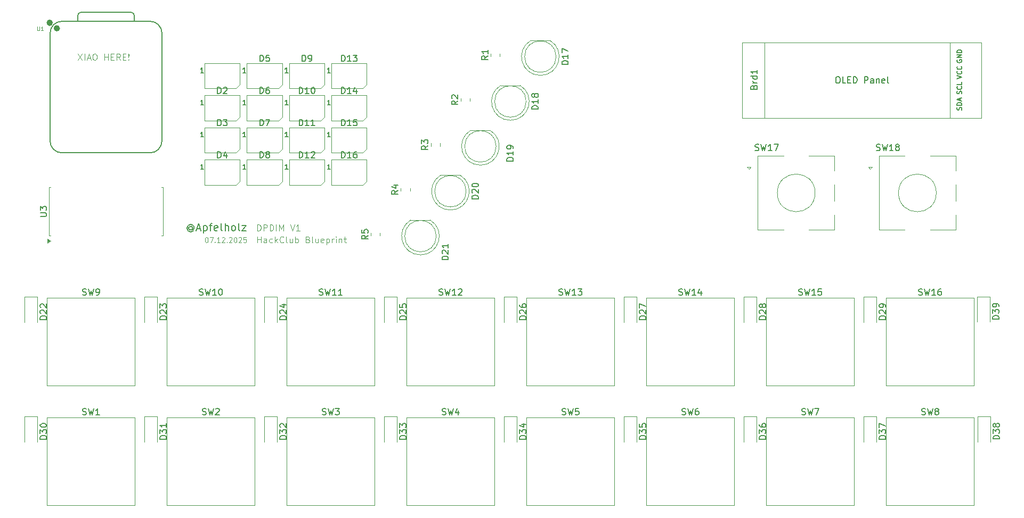
<source format=gbr>
%TF.GenerationSoftware,KiCad,Pcbnew,9.0.6*%
%TF.CreationDate,2025-12-14T00:44:06+01:00*%
%TF.ProjectId,KiCad-Diynamic-Project-Display-Module,4b694361-642d-4446-9979-6e616d69632d,rev?*%
%TF.SameCoordinates,Original*%
%TF.FileFunction,Legend,Top*%
%TF.FilePolarity,Positive*%
%FSLAX46Y46*%
G04 Gerber Fmt 4.6, Leading zero omitted, Abs format (unit mm)*
G04 Created by KiCad (PCBNEW 9.0.6) date 2025-12-14 00:44:06*
%MOMM*%
%LPD*%
G01*
G04 APERTURE LIST*
%ADD10C,0.150000*%
%ADD11C,0.100000*%
%ADD12C,0.101600*%
%ADD13C,0.120000*%
%ADD14C,0.040000*%
%ADD15C,0.127000*%
%ADD16C,0.504000*%
G04 APERTURE END LIST*
D10*
X94642858Y-79373914D02*
X94585715Y-79316771D01*
X94585715Y-79316771D02*
X94471429Y-79259628D01*
X94471429Y-79259628D02*
X94357144Y-79259628D01*
X94357144Y-79259628D02*
X94242858Y-79316771D01*
X94242858Y-79316771D02*
X94185715Y-79373914D01*
X94185715Y-79373914D02*
X94128572Y-79488200D01*
X94128572Y-79488200D02*
X94128572Y-79602485D01*
X94128572Y-79602485D02*
X94185715Y-79716771D01*
X94185715Y-79716771D02*
X94242858Y-79773914D01*
X94242858Y-79773914D02*
X94357144Y-79831057D01*
X94357144Y-79831057D02*
X94471429Y-79831057D01*
X94471429Y-79831057D02*
X94585715Y-79773914D01*
X94585715Y-79773914D02*
X94642858Y-79716771D01*
X94642858Y-79259628D02*
X94642858Y-79716771D01*
X94642858Y-79716771D02*
X94700001Y-79773914D01*
X94700001Y-79773914D02*
X94757144Y-79773914D01*
X94757144Y-79773914D02*
X94871429Y-79716771D01*
X94871429Y-79716771D02*
X94928572Y-79602485D01*
X94928572Y-79602485D02*
X94928572Y-79316771D01*
X94928572Y-79316771D02*
X94814287Y-79145342D01*
X94814287Y-79145342D02*
X94642858Y-79031057D01*
X94642858Y-79031057D02*
X94414287Y-78973914D01*
X94414287Y-78973914D02*
X94185715Y-79031057D01*
X94185715Y-79031057D02*
X94014287Y-79145342D01*
X94014287Y-79145342D02*
X93900001Y-79316771D01*
X93900001Y-79316771D02*
X93842858Y-79545342D01*
X93842858Y-79545342D02*
X93900001Y-79773914D01*
X93900001Y-79773914D02*
X94014287Y-79945342D01*
X94014287Y-79945342D02*
X94185715Y-80059628D01*
X94185715Y-80059628D02*
X94414287Y-80116771D01*
X94414287Y-80116771D02*
X94642858Y-80059628D01*
X94642858Y-80059628D02*
X94814287Y-79945342D01*
X95385715Y-79602485D02*
X95957144Y-79602485D01*
X95271429Y-79945342D02*
X95671429Y-78745342D01*
X95671429Y-78745342D02*
X96071429Y-79945342D01*
X96471429Y-79145342D02*
X96471429Y-80345342D01*
X96471429Y-79202485D02*
X96585715Y-79145342D01*
X96585715Y-79145342D02*
X96814286Y-79145342D01*
X96814286Y-79145342D02*
X96928572Y-79202485D01*
X96928572Y-79202485D02*
X96985715Y-79259628D01*
X96985715Y-79259628D02*
X97042857Y-79373914D01*
X97042857Y-79373914D02*
X97042857Y-79716771D01*
X97042857Y-79716771D02*
X96985715Y-79831057D01*
X96985715Y-79831057D02*
X96928572Y-79888200D01*
X96928572Y-79888200D02*
X96814286Y-79945342D01*
X96814286Y-79945342D02*
X96585715Y-79945342D01*
X96585715Y-79945342D02*
X96471429Y-79888200D01*
X97385714Y-79145342D02*
X97842857Y-79145342D01*
X97557143Y-79945342D02*
X97557143Y-78916771D01*
X97557143Y-78916771D02*
X97614286Y-78802485D01*
X97614286Y-78802485D02*
X97728571Y-78745342D01*
X97728571Y-78745342D02*
X97842857Y-78745342D01*
X98700000Y-79888200D02*
X98585714Y-79945342D01*
X98585714Y-79945342D02*
X98357143Y-79945342D01*
X98357143Y-79945342D02*
X98242857Y-79888200D01*
X98242857Y-79888200D02*
X98185714Y-79773914D01*
X98185714Y-79773914D02*
X98185714Y-79316771D01*
X98185714Y-79316771D02*
X98242857Y-79202485D01*
X98242857Y-79202485D02*
X98357143Y-79145342D01*
X98357143Y-79145342D02*
X98585714Y-79145342D01*
X98585714Y-79145342D02*
X98700000Y-79202485D01*
X98700000Y-79202485D02*
X98757143Y-79316771D01*
X98757143Y-79316771D02*
X98757143Y-79431057D01*
X98757143Y-79431057D02*
X98185714Y-79545342D01*
X99442856Y-79945342D02*
X99328571Y-79888200D01*
X99328571Y-79888200D02*
X99271428Y-79773914D01*
X99271428Y-79773914D02*
X99271428Y-78745342D01*
X99899999Y-79945342D02*
X99899999Y-78745342D01*
X100414285Y-79945342D02*
X100414285Y-79316771D01*
X100414285Y-79316771D02*
X100357142Y-79202485D01*
X100357142Y-79202485D02*
X100242856Y-79145342D01*
X100242856Y-79145342D02*
X100071427Y-79145342D01*
X100071427Y-79145342D02*
X99957142Y-79202485D01*
X99957142Y-79202485D02*
X99899999Y-79259628D01*
X101157141Y-79945342D02*
X101042856Y-79888200D01*
X101042856Y-79888200D02*
X100985713Y-79831057D01*
X100985713Y-79831057D02*
X100928570Y-79716771D01*
X100928570Y-79716771D02*
X100928570Y-79373914D01*
X100928570Y-79373914D02*
X100985713Y-79259628D01*
X100985713Y-79259628D02*
X101042856Y-79202485D01*
X101042856Y-79202485D02*
X101157141Y-79145342D01*
X101157141Y-79145342D02*
X101328570Y-79145342D01*
X101328570Y-79145342D02*
X101442856Y-79202485D01*
X101442856Y-79202485D02*
X101499999Y-79259628D01*
X101499999Y-79259628D02*
X101557141Y-79373914D01*
X101557141Y-79373914D02*
X101557141Y-79716771D01*
X101557141Y-79716771D02*
X101499999Y-79831057D01*
X101499999Y-79831057D02*
X101442856Y-79888200D01*
X101442856Y-79888200D02*
X101328570Y-79945342D01*
X101328570Y-79945342D02*
X101157141Y-79945342D01*
X102242855Y-79945342D02*
X102128570Y-79888200D01*
X102128570Y-79888200D02*
X102071427Y-79773914D01*
X102071427Y-79773914D02*
X102071427Y-78745342D01*
X102585712Y-79145342D02*
X103214284Y-79145342D01*
X103214284Y-79145342D02*
X102585712Y-79945342D01*
X102585712Y-79945342D02*
X103214284Y-79945342D01*
D11*
X96908646Y-80996895D02*
X96984836Y-80996895D01*
X96984836Y-80996895D02*
X97061027Y-81034990D01*
X97061027Y-81034990D02*
X97099122Y-81073085D01*
X97099122Y-81073085D02*
X97137217Y-81149276D01*
X97137217Y-81149276D02*
X97175312Y-81301657D01*
X97175312Y-81301657D02*
X97175312Y-81492133D01*
X97175312Y-81492133D02*
X97137217Y-81644514D01*
X97137217Y-81644514D02*
X97099122Y-81720704D01*
X97099122Y-81720704D02*
X97061027Y-81758800D01*
X97061027Y-81758800D02*
X96984836Y-81796895D01*
X96984836Y-81796895D02*
X96908646Y-81796895D01*
X96908646Y-81796895D02*
X96832455Y-81758800D01*
X96832455Y-81758800D02*
X96794360Y-81720704D01*
X96794360Y-81720704D02*
X96756265Y-81644514D01*
X96756265Y-81644514D02*
X96718169Y-81492133D01*
X96718169Y-81492133D02*
X96718169Y-81301657D01*
X96718169Y-81301657D02*
X96756265Y-81149276D01*
X96756265Y-81149276D02*
X96794360Y-81073085D01*
X96794360Y-81073085D02*
X96832455Y-81034990D01*
X96832455Y-81034990D02*
X96908646Y-80996895D01*
X97441979Y-80996895D02*
X97975313Y-80996895D01*
X97975313Y-80996895D02*
X97632455Y-81796895D01*
X98280075Y-81720704D02*
X98318170Y-81758800D01*
X98318170Y-81758800D02*
X98280075Y-81796895D01*
X98280075Y-81796895D02*
X98241979Y-81758800D01*
X98241979Y-81758800D02*
X98280075Y-81720704D01*
X98280075Y-81720704D02*
X98280075Y-81796895D01*
X99080074Y-81796895D02*
X98622931Y-81796895D01*
X98851503Y-81796895D02*
X98851503Y-80996895D01*
X98851503Y-80996895D02*
X98775312Y-81111180D01*
X98775312Y-81111180D02*
X98699122Y-81187371D01*
X98699122Y-81187371D02*
X98622931Y-81225466D01*
X99384836Y-81073085D02*
X99422932Y-81034990D01*
X99422932Y-81034990D02*
X99499122Y-80996895D01*
X99499122Y-80996895D02*
X99689598Y-80996895D01*
X99689598Y-80996895D02*
X99765789Y-81034990D01*
X99765789Y-81034990D02*
X99803884Y-81073085D01*
X99803884Y-81073085D02*
X99841979Y-81149276D01*
X99841979Y-81149276D02*
X99841979Y-81225466D01*
X99841979Y-81225466D02*
X99803884Y-81339752D01*
X99803884Y-81339752D02*
X99346741Y-81796895D01*
X99346741Y-81796895D02*
X99841979Y-81796895D01*
X100184837Y-81720704D02*
X100222932Y-81758800D01*
X100222932Y-81758800D02*
X100184837Y-81796895D01*
X100184837Y-81796895D02*
X100146741Y-81758800D01*
X100146741Y-81758800D02*
X100184837Y-81720704D01*
X100184837Y-81720704D02*
X100184837Y-81796895D01*
X100527693Y-81073085D02*
X100565789Y-81034990D01*
X100565789Y-81034990D02*
X100641979Y-80996895D01*
X100641979Y-80996895D02*
X100832455Y-80996895D01*
X100832455Y-80996895D02*
X100908646Y-81034990D01*
X100908646Y-81034990D02*
X100946741Y-81073085D01*
X100946741Y-81073085D02*
X100984836Y-81149276D01*
X100984836Y-81149276D02*
X100984836Y-81225466D01*
X100984836Y-81225466D02*
X100946741Y-81339752D01*
X100946741Y-81339752D02*
X100489598Y-81796895D01*
X100489598Y-81796895D02*
X100984836Y-81796895D01*
X101480075Y-80996895D02*
X101556265Y-80996895D01*
X101556265Y-80996895D02*
X101632456Y-81034990D01*
X101632456Y-81034990D02*
X101670551Y-81073085D01*
X101670551Y-81073085D02*
X101708646Y-81149276D01*
X101708646Y-81149276D02*
X101746741Y-81301657D01*
X101746741Y-81301657D02*
X101746741Y-81492133D01*
X101746741Y-81492133D02*
X101708646Y-81644514D01*
X101708646Y-81644514D02*
X101670551Y-81720704D01*
X101670551Y-81720704D02*
X101632456Y-81758800D01*
X101632456Y-81758800D02*
X101556265Y-81796895D01*
X101556265Y-81796895D02*
X101480075Y-81796895D01*
X101480075Y-81796895D02*
X101403884Y-81758800D01*
X101403884Y-81758800D02*
X101365789Y-81720704D01*
X101365789Y-81720704D02*
X101327694Y-81644514D01*
X101327694Y-81644514D02*
X101289598Y-81492133D01*
X101289598Y-81492133D02*
X101289598Y-81301657D01*
X101289598Y-81301657D02*
X101327694Y-81149276D01*
X101327694Y-81149276D02*
X101365789Y-81073085D01*
X101365789Y-81073085D02*
X101403884Y-81034990D01*
X101403884Y-81034990D02*
X101480075Y-80996895D01*
X102051503Y-81073085D02*
X102089599Y-81034990D01*
X102089599Y-81034990D02*
X102165789Y-80996895D01*
X102165789Y-80996895D02*
X102356265Y-80996895D01*
X102356265Y-80996895D02*
X102432456Y-81034990D01*
X102432456Y-81034990D02*
X102470551Y-81073085D01*
X102470551Y-81073085D02*
X102508646Y-81149276D01*
X102508646Y-81149276D02*
X102508646Y-81225466D01*
X102508646Y-81225466D02*
X102470551Y-81339752D01*
X102470551Y-81339752D02*
X102013408Y-81796895D01*
X102013408Y-81796895D02*
X102508646Y-81796895D01*
X103232456Y-80996895D02*
X102851504Y-80996895D01*
X102851504Y-80996895D02*
X102813408Y-81377847D01*
X102813408Y-81377847D02*
X102851504Y-81339752D01*
X102851504Y-81339752D02*
X102927694Y-81301657D01*
X102927694Y-81301657D02*
X103118170Y-81301657D01*
X103118170Y-81301657D02*
X103194361Y-81339752D01*
X103194361Y-81339752D02*
X103232456Y-81377847D01*
X103232456Y-81377847D02*
X103270551Y-81454038D01*
X103270551Y-81454038D02*
X103270551Y-81644514D01*
X103270551Y-81644514D02*
X103232456Y-81720704D01*
X103232456Y-81720704D02*
X103194361Y-81758800D01*
X103194361Y-81758800D02*
X103118170Y-81796895D01*
X103118170Y-81796895D02*
X102927694Y-81796895D01*
X102927694Y-81796895D02*
X102851504Y-81758800D01*
X102851504Y-81758800D02*
X102813408Y-81720704D01*
X76508646Y-51772419D02*
X77175312Y-52772419D01*
X77175312Y-51772419D02*
X76508646Y-52772419D01*
X77556265Y-52772419D02*
X77556265Y-51772419D01*
X77984836Y-52486704D02*
X78461026Y-52486704D01*
X77889598Y-52772419D02*
X78222931Y-51772419D01*
X78222931Y-51772419D02*
X78556264Y-52772419D01*
X79080074Y-51772419D02*
X79270550Y-51772419D01*
X79270550Y-51772419D02*
X79365788Y-51820038D01*
X79365788Y-51820038D02*
X79461026Y-51915276D01*
X79461026Y-51915276D02*
X79508645Y-52105752D01*
X79508645Y-52105752D02*
X79508645Y-52439085D01*
X79508645Y-52439085D02*
X79461026Y-52629561D01*
X79461026Y-52629561D02*
X79365788Y-52724800D01*
X79365788Y-52724800D02*
X79270550Y-52772419D01*
X79270550Y-52772419D02*
X79080074Y-52772419D01*
X79080074Y-52772419D02*
X78984836Y-52724800D01*
X78984836Y-52724800D02*
X78889598Y-52629561D01*
X78889598Y-52629561D02*
X78841979Y-52439085D01*
X78841979Y-52439085D02*
X78841979Y-52105752D01*
X78841979Y-52105752D02*
X78889598Y-51915276D01*
X78889598Y-51915276D02*
X78984836Y-51820038D01*
X78984836Y-51820038D02*
X79080074Y-51772419D01*
X80699122Y-52772419D02*
X80699122Y-51772419D01*
X80699122Y-52248609D02*
X81270550Y-52248609D01*
X81270550Y-52772419D02*
X81270550Y-51772419D01*
X81746741Y-52248609D02*
X82080074Y-52248609D01*
X82222931Y-52772419D02*
X81746741Y-52772419D01*
X81746741Y-52772419D02*
X81746741Y-51772419D01*
X81746741Y-51772419D02*
X82222931Y-51772419D01*
X83222931Y-52772419D02*
X82889598Y-52296228D01*
X82651503Y-52772419D02*
X82651503Y-51772419D01*
X82651503Y-51772419D02*
X83032455Y-51772419D01*
X83032455Y-51772419D02*
X83127693Y-51820038D01*
X83127693Y-51820038D02*
X83175312Y-51867657D01*
X83175312Y-51867657D02*
X83222931Y-51962895D01*
X83222931Y-51962895D02*
X83222931Y-52105752D01*
X83222931Y-52105752D02*
X83175312Y-52200990D01*
X83175312Y-52200990D02*
X83127693Y-52248609D01*
X83127693Y-52248609D02*
X83032455Y-52296228D01*
X83032455Y-52296228D02*
X82651503Y-52296228D01*
X83651503Y-52248609D02*
X83984836Y-52248609D01*
X84127693Y-52772419D02*
X83651503Y-52772419D01*
X83651503Y-52772419D02*
X83651503Y-51772419D01*
X83651503Y-51772419D02*
X84127693Y-51772419D01*
X84556265Y-52677180D02*
X84603884Y-52724800D01*
X84603884Y-52724800D02*
X84556265Y-52772419D01*
X84556265Y-52772419D02*
X84508646Y-52724800D01*
X84508646Y-52724800D02*
X84556265Y-52677180D01*
X84556265Y-52677180D02*
X84556265Y-52772419D01*
X84556265Y-52391466D02*
X84508646Y-51820038D01*
X84508646Y-51820038D02*
X84556265Y-51772419D01*
X84556265Y-51772419D02*
X84603884Y-51820038D01*
X84603884Y-51820038D02*
X84556265Y-52391466D01*
X84556265Y-52391466D02*
X84556265Y-51772419D01*
X105003884Y-81872419D02*
X105003884Y-80872419D01*
X105003884Y-81348609D02*
X105575312Y-81348609D01*
X105575312Y-81872419D02*
X105575312Y-80872419D01*
X106480074Y-81872419D02*
X106480074Y-81348609D01*
X106480074Y-81348609D02*
X106432455Y-81253371D01*
X106432455Y-81253371D02*
X106337217Y-81205752D01*
X106337217Y-81205752D02*
X106146741Y-81205752D01*
X106146741Y-81205752D02*
X106051503Y-81253371D01*
X106480074Y-81824800D02*
X106384836Y-81872419D01*
X106384836Y-81872419D02*
X106146741Y-81872419D01*
X106146741Y-81872419D02*
X106051503Y-81824800D01*
X106051503Y-81824800D02*
X106003884Y-81729561D01*
X106003884Y-81729561D02*
X106003884Y-81634323D01*
X106003884Y-81634323D02*
X106051503Y-81539085D01*
X106051503Y-81539085D02*
X106146741Y-81491466D01*
X106146741Y-81491466D02*
X106384836Y-81491466D01*
X106384836Y-81491466D02*
X106480074Y-81443847D01*
X107384836Y-81824800D02*
X107289598Y-81872419D01*
X107289598Y-81872419D02*
X107099122Y-81872419D01*
X107099122Y-81872419D02*
X107003884Y-81824800D01*
X107003884Y-81824800D02*
X106956265Y-81777180D01*
X106956265Y-81777180D02*
X106908646Y-81681942D01*
X106908646Y-81681942D02*
X106908646Y-81396228D01*
X106908646Y-81396228D02*
X106956265Y-81300990D01*
X106956265Y-81300990D02*
X107003884Y-81253371D01*
X107003884Y-81253371D02*
X107099122Y-81205752D01*
X107099122Y-81205752D02*
X107289598Y-81205752D01*
X107289598Y-81205752D02*
X107384836Y-81253371D01*
X107813408Y-81872419D02*
X107813408Y-80872419D01*
X107908646Y-81491466D02*
X108194360Y-81872419D01*
X108194360Y-81205752D02*
X107813408Y-81586704D01*
X109194360Y-81777180D02*
X109146741Y-81824800D01*
X109146741Y-81824800D02*
X109003884Y-81872419D01*
X109003884Y-81872419D02*
X108908646Y-81872419D01*
X108908646Y-81872419D02*
X108765789Y-81824800D01*
X108765789Y-81824800D02*
X108670551Y-81729561D01*
X108670551Y-81729561D02*
X108622932Y-81634323D01*
X108622932Y-81634323D02*
X108575313Y-81443847D01*
X108575313Y-81443847D02*
X108575313Y-81300990D01*
X108575313Y-81300990D02*
X108622932Y-81110514D01*
X108622932Y-81110514D02*
X108670551Y-81015276D01*
X108670551Y-81015276D02*
X108765789Y-80920038D01*
X108765789Y-80920038D02*
X108908646Y-80872419D01*
X108908646Y-80872419D02*
X109003884Y-80872419D01*
X109003884Y-80872419D02*
X109146741Y-80920038D01*
X109146741Y-80920038D02*
X109194360Y-80967657D01*
X109765789Y-81872419D02*
X109670551Y-81824800D01*
X109670551Y-81824800D02*
X109622932Y-81729561D01*
X109622932Y-81729561D02*
X109622932Y-80872419D01*
X110575313Y-81205752D02*
X110575313Y-81872419D01*
X110146742Y-81205752D02*
X110146742Y-81729561D01*
X110146742Y-81729561D02*
X110194361Y-81824800D01*
X110194361Y-81824800D02*
X110289599Y-81872419D01*
X110289599Y-81872419D02*
X110432456Y-81872419D01*
X110432456Y-81872419D02*
X110527694Y-81824800D01*
X110527694Y-81824800D02*
X110575313Y-81777180D01*
X111051504Y-81872419D02*
X111051504Y-80872419D01*
X111051504Y-81253371D02*
X111146742Y-81205752D01*
X111146742Y-81205752D02*
X111337218Y-81205752D01*
X111337218Y-81205752D02*
X111432456Y-81253371D01*
X111432456Y-81253371D02*
X111480075Y-81300990D01*
X111480075Y-81300990D02*
X111527694Y-81396228D01*
X111527694Y-81396228D02*
X111527694Y-81681942D01*
X111527694Y-81681942D02*
X111480075Y-81777180D01*
X111480075Y-81777180D02*
X111432456Y-81824800D01*
X111432456Y-81824800D02*
X111337218Y-81872419D01*
X111337218Y-81872419D02*
X111146742Y-81872419D01*
X111146742Y-81872419D02*
X111051504Y-81824800D01*
X113051504Y-81348609D02*
X113194361Y-81396228D01*
X113194361Y-81396228D02*
X113241980Y-81443847D01*
X113241980Y-81443847D02*
X113289599Y-81539085D01*
X113289599Y-81539085D02*
X113289599Y-81681942D01*
X113289599Y-81681942D02*
X113241980Y-81777180D01*
X113241980Y-81777180D02*
X113194361Y-81824800D01*
X113194361Y-81824800D02*
X113099123Y-81872419D01*
X113099123Y-81872419D02*
X112718171Y-81872419D01*
X112718171Y-81872419D02*
X112718171Y-80872419D01*
X112718171Y-80872419D02*
X113051504Y-80872419D01*
X113051504Y-80872419D02*
X113146742Y-80920038D01*
X113146742Y-80920038D02*
X113194361Y-80967657D01*
X113194361Y-80967657D02*
X113241980Y-81062895D01*
X113241980Y-81062895D02*
X113241980Y-81158133D01*
X113241980Y-81158133D02*
X113194361Y-81253371D01*
X113194361Y-81253371D02*
X113146742Y-81300990D01*
X113146742Y-81300990D02*
X113051504Y-81348609D01*
X113051504Y-81348609D02*
X112718171Y-81348609D01*
X113861028Y-81872419D02*
X113765790Y-81824800D01*
X113765790Y-81824800D02*
X113718171Y-81729561D01*
X113718171Y-81729561D02*
X113718171Y-80872419D01*
X114670552Y-81205752D02*
X114670552Y-81872419D01*
X114241981Y-81205752D02*
X114241981Y-81729561D01*
X114241981Y-81729561D02*
X114289600Y-81824800D01*
X114289600Y-81824800D02*
X114384838Y-81872419D01*
X114384838Y-81872419D02*
X114527695Y-81872419D01*
X114527695Y-81872419D02*
X114622933Y-81824800D01*
X114622933Y-81824800D02*
X114670552Y-81777180D01*
X115527695Y-81824800D02*
X115432457Y-81872419D01*
X115432457Y-81872419D02*
X115241981Y-81872419D01*
X115241981Y-81872419D02*
X115146743Y-81824800D01*
X115146743Y-81824800D02*
X115099124Y-81729561D01*
X115099124Y-81729561D02*
X115099124Y-81348609D01*
X115099124Y-81348609D02*
X115146743Y-81253371D01*
X115146743Y-81253371D02*
X115241981Y-81205752D01*
X115241981Y-81205752D02*
X115432457Y-81205752D01*
X115432457Y-81205752D02*
X115527695Y-81253371D01*
X115527695Y-81253371D02*
X115575314Y-81348609D01*
X115575314Y-81348609D02*
X115575314Y-81443847D01*
X115575314Y-81443847D02*
X115099124Y-81539085D01*
X116003886Y-81205752D02*
X116003886Y-82205752D01*
X116003886Y-81253371D02*
X116099124Y-81205752D01*
X116099124Y-81205752D02*
X116289600Y-81205752D01*
X116289600Y-81205752D02*
X116384838Y-81253371D01*
X116384838Y-81253371D02*
X116432457Y-81300990D01*
X116432457Y-81300990D02*
X116480076Y-81396228D01*
X116480076Y-81396228D02*
X116480076Y-81681942D01*
X116480076Y-81681942D02*
X116432457Y-81777180D01*
X116432457Y-81777180D02*
X116384838Y-81824800D01*
X116384838Y-81824800D02*
X116289600Y-81872419D01*
X116289600Y-81872419D02*
X116099124Y-81872419D01*
X116099124Y-81872419D02*
X116003886Y-81824800D01*
X116908648Y-81872419D02*
X116908648Y-81205752D01*
X116908648Y-81396228D02*
X116956267Y-81300990D01*
X116956267Y-81300990D02*
X117003886Y-81253371D01*
X117003886Y-81253371D02*
X117099124Y-81205752D01*
X117099124Y-81205752D02*
X117194362Y-81205752D01*
X117527696Y-81872419D02*
X117527696Y-81205752D01*
X117527696Y-80872419D02*
X117480077Y-80920038D01*
X117480077Y-80920038D02*
X117527696Y-80967657D01*
X117527696Y-80967657D02*
X117575315Y-80920038D01*
X117575315Y-80920038D02*
X117527696Y-80872419D01*
X117527696Y-80872419D02*
X117527696Y-80967657D01*
X118003886Y-81205752D02*
X118003886Y-81872419D01*
X118003886Y-81300990D02*
X118051505Y-81253371D01*
X118051505Y-81253371D02*
X118146743Y-81205752D01*
X118146743Y-81205752D02*
X118289600Y-81205752D01*
X118289600Y-81205752D02*
X118384838Y-81253371D01*
X118384838Y-81253371D02*
X118432457Y-81348609D01*
X118432457Y-81348609D02*
X118432457Y-81872419D01*
X118765791Y-81205752D02*
X119146743Y-81205752D01*
X118908648Y-80872419D02*
X118908648Y-81729561D01*
X118908648Y-81729561D02*
X118956267Y-81824800D01*
X118956267Y-81824800D02*
X119051505Y-81872419D01*
X119051505Y-81872419D02*
X119146743Y-81872419D01*
X105003884Y-79972419D02*
X105003884Y-78972419D01*
X105003884Y-78972419D02*
X105241979Y-78972419D01*
X105241979Y-78972419D02*
X105384836Y-79020038D01*
X105384836Y-79020038D02*
X105480074Y-79115276D01*
X105480074Y-79115276D02*
X105527693Y-79210514D01*
X105527693Y-79210514D02*
X105575312Y-79400990D01*
X105575312Y-79400990D02*
X105575312Y-79543847D01*
X105575312Y-79543847D02*
X105527693Y-79734323D01*
X105527693Y-79734323D02*
X105480074Y-79829561D01*
X105480074Y-79829561D02*
X105384836Y-79924800D01*
X105384836Y-79924800D02*
X105241979Y-79972419D01*
X105241979Y-79972419D02*
X105003884Y-79972419D01*
X106003884Y-79972419D02*
X106003884Y-78972419D01*
X106003884Y-78972419D02*
X106384836Y-78972419D01*
X106384836Y-78972419D02*
X106480074Y-79020038D01*
X106480074Y-79020038D02*
X106527693Y-79067657D01*
X106527693Y-79067657D02*
X106575312Y-79162895D01*
X106575312Y-79162895D02*
X106575312Y-79305752D01*
X106575312Y-79305752D02*
X106527693Y-79400990D01*
X106527693Y-79400990D02*
X106480074Y-79448609D01*
X106480074Y-79448609D02*
X106384836Y-79496228D01*
X106384836Y-79496228D02*
X106003884Y-79496228D01*
X107003884Y-79972419D02*
X107003884Y-78972419D01*
X107003884Y-78972419D02*
X107241979Y-78972419D01*
X107241979Y-78972419D02*
X107384836Y-79020038D01*
X107384836Y-79020038D02*
X107480074Y-79115276D01*
X107480074Y-79115276D02*
X107527693Y-79210514D01*
X107527693Y-79210514D02*
X107575312Y-79400990D01*
X107575312Y-79400990D02*
X107575312Y-79543847D01*
X107575312Y-79543847D02*
X107527693Y-79734323D01*
X107527693Y-79734323D02*
X107480074Y-79829561D01*
X107480074Y-79829561D02*
X107384836Y-79924800D01*
X107384836Y-79924800D02*
X107241979Y-79972419D01*
X107241979Y-79972419D02*
X107003884Y-79972419D01*
X108003884Y-79972419D02*
X108003884Y-78972419D01*
X108480074Y-79972419D02*
X108480074Y-78972419D01*
X108480074Y-78972419D02*
X108813407Y-79686704D01*
X108813407Y-79686704D02*
X109146740Y-78972419D01*
X109146740Y-78972419D02*
X109146740Y-79972419D01*
X110241979Y-78972419D02*
X110575312Y-79972419D01*
X110575312Y-79972419D02*
X110908645Y-78972419D01*
X111765788Y-79972419D02*
X111194360Y-79972419D01*
X111480074Y-79972419D02*
X111480074Y-78972419D01*
X111480074Y-78972419D02*
X111384836Y-79115276D01*
X111384836Y-79115276D02*
X111289598Y-79210514D01*
X111289598Y-79210514D02*
X111194360Y-79258133D01*
D10*
X122598569Y-80710416D02*
X122122378Y-81043749D01*
X122598569Y-81281844D02*
X121598569Y-81281844D01*
X121598569Y-81281844D02*
X121598569Y-80900892D01*
X121598569Y-80900892D02*
X121646188Y-80805654D01*
X121646188Y-80805654D02*
X121693807Y-80758035D01*
X121693807Y-80758035D02*
X121789045Y-80710416D01*
X121789045Y-80710416D02*
X121931902Y-80710416D01*
X121931902Y-80710416D02*
X122027140Y-80758035D01*
X122027140Y-80758035D02*
X122074759Y-80805654D01*
X122074759Y-80805654D02*
X122122378Y-80900892D01*
X122122378Y-80900892D02*
X122122378Y-81281844D01*
X121598569Y-79805654D02*
X121598569Y-80281844D01*
X121598569Y-80281844D02*
X122074759Y-80329463D01*
X122074759Y-80329463D02*
X122027140Y-80281844D01*
X122027140Y-80281844D02*
X121979521Y-80186606D01*
X121979521Y-80186606D02*
X121979521Y-79948511D01*
X121979521Y-79948511D02*
X122027140Y-79853273D01*
X122027140Y-79853273D02*
X122074759Y-79805654D01*
X122074759Y-79805654D02*
X122169997Y-79758035D01*
X122169997Y-79758035D02*
X122408092Y-79758035D01*
X122408092Y-79758035D02*
X122503330Y-79805654D01*
X122503330Y-79805654D02*
X122550950Y-79853273D01*
X122550950Y-79853273D02*
X122598569Y-79948511D01*
X122598569Y-79948511D02*
X122598569Y-80186606D01*
X122598569Y-80186606D02*
X122550950Y-80281844D01*
X122550950Y-80281844D02*
X122503330Y-80329463D01*
X115347917Y-109214450D02*
X115490774Y-109262069D01*
X115490774Y-109262069D02*
X115728869Y-109262069D01*
X115728869Y-109262069D02*
X115824107Y-109214450D01*
X115824107Y-109214450D02*
X115871726Y-109166830D01*
X115871726Y-109166830D02*
X115919345Y-109071592D01*
X115919345Y-109071592D02*
X115919345Y-108976354D01*
X115919345Y-108976354D02*
X115871726Y-108881116D01*
X115871726Y-108881116D02*
X115824107Y-108833497D01*
X115824107Y-108833497D02*
X115728869Y-108785878D01*
X115728869Y-108785878D02*
X115538393Y-108738259D01*
X115538393Y-108738259D02*
X115443155Y-108690640D01*
X115443155Y-108690640D02*
X115395536Y-108643021D01*
X115395536Y-108643021D02*
X115347917Y-108547783D01*
X115347917Y-108547783D02*
X115347917Y-108452545D01*
X115347917Y-108452545D02*
X115395536Y-108357307D01*
X115395536Y-108357307D02*
X115443155Y-108309688D01*
X115443155Y-108309688D02*
X115538393Y-108262069D01*
X115538393Y-108262069D02*
X115776488Y-108262069D01*
X115776488Y-108262069D02*
X115919345Y-108309688D01*
X116252679Y-108262069D02*
X116490774Y-109262069D01*
X116490774Y-109262069D02*
X116681250Y-108547783D01*
X116681250Y-108547783D02*
X116871726Y-109262069D01*
X116871726Y-109262069D02*
X117109822Y-108262069D01*
X117395536Y-108262069D02*
X118014583Y-108262069D01*
X118014583Y-108262069D02*
X117681250Y-108643021D01*
X117681250Y-108643021D02*
X117824107Y-108643021D01*
X117824107Y-108643021D02*
X117919345Y-108690640D01*
X117919345Y-108690640D02*
X117966964Y-108738259D01*
X117966964Y-108738259D02*
X118014583Y-108833497D01*
X118014583Y-108833497D02*
X118014583Y-109071592D01*
X118014583Y-109071592D02*
X117966964Y-109166830D01*
X117966964Y-109166830D02*
X117919345Y-109214450D01*
X117919345Y-109214450D02*
X117824107Y-109262069D01*
X117824107Y-109262069D02*
X117538393Y-109262069D01*
X117538393Y-109262069D02*
X117443155Y-109214450D01*
X117443155Y-109214450D02*
X117395536Y-109166830D01*
X172497917Y-109214450D02*
X172640774Y-109262069D01*
X172640774Y-109262069D02*
X172878869Y-109262069D01*
X172878869Y-109262069D02*
X172974107Y-109214450D01*
X172974107Y-109214450D02*
X173021726Y-109166830D01*
X173021726Y-109166830D02*
X173069345Y-109071592D01*
X173069345Y-109071592D02*
X173069345Y-108976354D01*
X173069345Y-108976354D02*
X173021726Y-108881116D01*
X173021726Y-108881116D02*
X172974107Y-108833497D01*
X172974107Y-108833497D02*
X172878869Y-108785878D01*
X172878869Y-108785878D02*
X172688393Y-108738259D01*
X172688393Y-108738259D02*
X172593155Y-108690640D01*
X172593155Y-108690640D02*
X172545536Y-108643021D01*
X172545536Y-108643021D02*
X172497917Y-108547783D01*
X172497917Y-108547783D02*
X172497917Y-108452545D01*
X172497917Y-108452545D02*
X172545536Y-108357307D01*
X172545536Y-108357307D02*
X172593155Y-108309688D01*
X172593155Y-108309688D02*
X172688393Y-108262069D01*
X172688393Y-108262069D02*
X172926488Y-108262069D01*
X172926488Y-108262069D02*
X173069345Y-108309688D01*
X173402679Y-108262069D02*
X173640774Y-109262069D01*
X173640774Y-109262069D02*
X173831250Y-108547783D01*
X173831250Y-108547783D02*
X174021726Y-109262069D01*
X174021726Y-109262069D02*
X174259822Y-108262069D01*
X175069345Y-108262069D02*
X174878869Y-108262069D01*
X174878869Y-108262069D02*
X174783631Y-108309688D01*
X174783631Y-108309688D02*
X174736012Y-108357307D01*
X174736012Y-108357307D02*
X174640774Y-108500164D01*
X174640774Y-108500164D02*
X174593155Y-108690640D01*
X174593155Y-108690640D02*
X174593155Y-109071592D01*
X174593155Y-109071592D02*
X174640774Y-109166830D01*
X174640774Y-109166830D02*
X174688393Y-109214450D01*
X174688393Y-109214450D02*
X174783631Y-109262069D01*
X174783631Y-109262069D02*
X174974107Y-109262069D01*
X174974107Y-109262069D02*
X175069345Y-109214450D01*
X175069345Y-109214450D02*
X175116964Y-109166830D01*
X175116964Y-109166830D02*
X175164583Y-109071592D01*
X175164583Y-109071592D02*
X175164583Y-108833497D01*
X175164583Y-108833497D02*
X175116964Y-108738259D01*
X175116964Y-108738259D02*
X175069345Y-108690640D01*
X175069345Y-108690640D02*
X174974107Y-108643021D01*
X174974107Y-108643021D02*
X174783631Y-108643021D01*
X174783631Y-108643021D02*
X174688393Y-108690640D01*
X174688393Y-108690640D02*
X174640774Y-108738259D01*
X174640774Y-108738259D02*
X174593155Y-108833497D01*
X96297917Y-109214450D02*
X96440774Y-109262069D01*
X96440774Y-109262069D02*
X96678869Y-109262069D01*
X96678869Y-109262069D02*
X96774107Y-109214450D01*
X96774107Y-109214450D02*
X96821726Y-109166830D01*
X96821726Y-109166830D02*
X96869345Y-109071592D01*
X96869345Y-109071592D02*
X96869345Y-108976354D01*
X96869345Y-108976354D02*
X96821726Y-108881116D01*
X96821726Y-108881116D02*
X96774107Y-108833497D01*
X96774107Y-108833497D02*
X96678869Y-108785878D01*
X96678869Y-108785878D02*
X96488393Y-108738259D01*
X96488393Y-108738259D02*
X96393155Y-108690640D01*
X96393155Y-108690640D02*
X96345536Y-108643021D01*
X96345536Y-108643021D02*
X96297917Y-108547783D01*
X96297917Y-108547783D02*
X96297917Y-108452545D01*
X96297917Y-108452545D02*
X96345536Y-108357307D01*
X96345536Y-108357307D02*
X96393155Y-108309688D01*
X96393155Y-108309688D02*
X96488393Y-108262069D01*
X96488393Y-108262069D02*
X96726488Y-108262069D01*
X96726488Y-108262069D02*
X96869345Y-108309688D01*
X97202679Y-108262069D02*
X97440774Y-109262069D01*
X97440774Y-109262069D02*
X97631250Y-108547783D01*
X97631250Y-108547783D02*
X97821726Y-109262069D01*
X97821726Y-109262069D02*
X98059822Y-108262069D01*
X98393155Y-108357307D02*
X98440774Y-108309688D01*
X98440774Y-108309688D02*
X98536012Y-108262069D01*
X98536012Y-108262069D02*
X98774107Y-108262069D01*
X98774107Y-108262069D02*
X98869345Y-108309688D01*
X98869345Y-108309688D02*
X98916964Y-108357307D01*
X98916964Y-108357307D02*
X98964583Y-108452545D01*
X98964583Y-108452545D02*
X98964583Y-108547783D01*
X98964583Y-108547783D02*
X98916964Y-108690640D01*
X98916964Y-108690640D02*
X98345536Y-109262069D01*
X98345536Y-109262069D02*
X98964583Y-109262069D01*
X204861069Y-113133035D02*
X203861069Y-113133035D01*
X203861069Y-113133035D02*
X203861069Y-112894940D01*
X203861069Y-112894940D02*
X203908688Y-112752083D01*
X203908688Y-112752083D02*
X204003926Y-112656845D01*
X204003926Y-112656845D02*
X204099164Y-112609226D01*
X204099164Y-112609226D02*
X204289640Y-112561607D01*
X204289640Y-112561607D02*
X204432497Y-112561607D01*
X204432497Y-112561607D02*
X204622973Y-112609226D01*
X204622973Y-112609226D02*
X204718211Y-112656845D01*
X204718211Y-112656845D02*
X204813450Y-112752083D01*
X204813450Y-112752083D02*
X204861069Y-112894940D01*
X204861069Y-112894940D02*
X204861069Y-113133035D01*
X203861069Y-112228273D02*
X203861069Y-111609226D01*
X203861069Y-111609226D02*
X204242021Y-111942559D01*
X204242021Y-111942559D02*
X204242021Y-111799702D01*
X204242021Y-111799702D02*
X204289640Y-111704464D01*
X204289640Y-111704464D02*
X204337259Y-111656845D01*
X204337259Y-111656845D02*
X204432497Y-111609226D01*
X204432497Y-111609226D02*
X204670592Y-111609226D01*
X204670592Y-111609226D02*
X204765830Y-111656845D01*
X204765830Y-111656845D02*
X204813450Y-111704464D01*
X204813450Y-111704464D02*
X204861069Y-111799702D01*
X204861069Y-111799702D02*
X204861069Y-112085416D01*
X204861069Y-112085416D02*
X204813450Y-112180654D01*
X204813450Y-112180654D02*
X204765830Y-112228273D01*
X203861069Y-111275892D02*
X203861069Y-110609226D01*
X203861069Y-110609226D02*
X204861069Y-111037797D01*
X112141905Y-53004819D02*
X112141905Y-52004819D01*
X112141905Y-52004819D02*
X112380000Y-52004819D01*
X112380000Y-52004819D02*
X112522857Y-52052438D01*
X112522857Y-52052438D02*
X112618095Y-52147676D01*
X112618095Y-52147676D02*
X112665714Y-52242914D01*
X112665714Y-52242914D02*
X112713333Y-52433390D01*
X112713333Y-52433390D02*
X112713333Y-52576247D01*
X112713333Y-52576247D02*
X112665714Y-52766723D01*
X112665714Y-52766723D02*
X112618095Y-52861961D01*
X112618095Y-52861961D02*
X112522857Y-52957200D01*
X112522857Y-52957200D02*
X112380000Y-53004819D01*
X112380000Y-53004819D02*
X112141905Y-53004819D01*
X113189524Y-53004819D02*
X113380000Y-53004819D01*
X113380000Y-53004819D02*
X113475238Y-52957200D01*
X113475238Y-52957200D02*
X113522857Y-52909580D01*
X113522857Y-52909580D02*
X113618095Y-52766723D01*
X113618095Y-52766723D02*
X113665714Y-52576247D01*
X113665714Y-52576247D02*
X113665714Y-52195295D01*
X113665714Y-52195295D02*
X113618095Y-52100057D01*
X113618095Y-52100057D02*
X113570476Y-52052438D01*
X113570476Y-52052438D02*
X113475238Y-52004819D01*
X113475238Y-52004819D02*
X113284762Y-52004819D01*
X113284762Y-52004819D02*
X113189524Y-52052438D01*
X113189524Y-52052438D02*
X113141905Y-52100057D01*
X113141905Y-52100057D02*
X113094286Y-52195295D01*
X113094286Y-52195295D02*
X113094286Y-52433390D01*
X113094286Y-52433390D02*
X113141905Y-52528628D01*
X113141905Y-52528628D02*
X113189524Y-52576247D01*
X113189524Y-52576247D02*
X113284762Y-52623866D01*
X113284762Y-52623866D02*
X113475238Y-52623866D01*
X113475238Y-52623866D02*
X113570476Y-52576247D01*
X113570476Y-52576247D02*
X113618095Y-52528628D01*
X113618095Y-52528628D02*
X113665714Y-52433390D01*
X109908571Y-54787295D02*
X109451428Y-54787295D01*
X109680000Y-54787295D02*
X109680000Y-53987295D01*
X109680000Y-53987295D02*
X109603809Y-54101580D01*
X109603809Y-54101580D02*
X109527619Y-54177771D01*
X109527619Y-54177771D02*
X109451428Y-54215866D01*
X210121726Y-90164450D02*
X210264583Y-90212069D01*
X210264583Y-90212069D02*
X210502678Y-90212069D01*
X210502678Y-90212069D02*
X210597916Y-90164450D01*
X210597916Y-90164450D02*
X210645535Y-90116830D01*
X210645535Y-90116830D02*
X210693154Y-90021592D01*
X210693154Y-90021592D02*
X210693154Y-89926354D01*
X210693154Y-89926354D02*
X210645535Y-89831116D01*
X210645535Y-89831116D02*
X210597916Y-89783497D01*
X210597916Y-89783497D02*
X210502678Y-89735878D01*
X210502678Y-89735878D02*
X210312202Y-89688259D01*
X210312202Y-89688259D02*
X210216964Y-89640640D01*
X210216964Y-89640640D02*
X210169345Y-89593021D01*
X210169345Y-89593021D02*
X210121726Y-89497783D01*
X210121726Y-89497783D02*
X210121726Y-89402545D01*
X210121726Y-89402545D02*
X210169345Y-89307307D01*
X210169345Y-89307307D02*
X210216964Y-89259688D01*
X210216964Y-89259688D02*
X210312202Y-89212069D01*
X210312202Y-89212069D02*
X210550297Y-89212069D01*
X210550297Y-89212069D02*
X210693154Y-89259688D01*
X211026488Y-89212069D02*
X211264583Y-90212069D01*
X211264583Y-90212069D02*
X211455059Y-89497783D01*
X211455059Y-89497783D02*
X211645535Y-90212069D01*
X211645535Y-90212069D02*
X211883631Y-89212069D01*
X212788392Y-90212069D02*
X212216964Y-90212069D01*
X212502678Y-90212069D02*
X212502678Y-89212069D01*
X212502678Y-89212069D02*
X212407440Y-89354926D01*
X212407440Y-89354926D02*
X212312202Y-89450164D01*
X212312202Y-89450164D02*
X212216964Y-89497783D01*
X213645535Y-89212069D02*
X213455059Y-89212069D01*
X213455059Y-89212069D02*
X213359821Y-89259688D01*
X213359821Y-89259688D02*
X213312202Y-89307307D01*
X213312202Y-89307307D02*
X213216964Y-89450164D01*
X213216964Y-89450164D02*
X213169345Y-89640640D01*
X213169345Y-89640640D02*
X213169345Y-90021592D01*
X213169345Y-90021592D02*
X213216964Y-90116830D01*
X213216964Y-90116830D02*
X213264583Y-90164450D01*
X213264583Y-90164450D02*
X213359821Y-90212069D01*
X213359821Y-90212069D02*
X213550297Y-90212069D01*
X213550297Y-90212069D02*
X213645535Y-90164450D01*
X213645535Y-90164450D02*
X213693154Y-90116830D01*
X213693154Y-90116830D02*
X213740773Y-90021592D01*
X213740773Y-90021592D02*
X213740773Y-89783497D01*
X213740773Y-89783497D02*
X213693154Y-89688259D01*
X213693154Y-89688259D02*
X213645535Y-89640640D01*
X213645535Y-89640640D02*
X213550297Y-89593021D01*
X213550297Y-89593021D02*
X213359821Y-89593021D01*
X213359821Y-89593021D02*
X213264583Y-89640640D01*
X213264583Y-89640640D02*
X213216964Y-89688259D01*
X213216964Y-89688259D02*
X213169345Y-89783497D01*
X132123569Y-66422916D02*
X131647378Y-66756249D01*
X132123569Y-66994344D02*
X131123569Y-66994344D01*
X131123569Y-66994344D02*
X131123569Y-66613392D01*
X131123569Y-66613392D02*
X131171188Y-66518154D01*
X131171188Y-66518154D02*
X131218807Y-66470535D01*
X131218807Y-66470535D02*
X131314045Y-66422916D01*
X131314045Y-66422916D02*
X131456902Y-66422916D01*
X131456902Y-66422916D02*
X131552140Y-66470535D01*
X131552140Y-66470535D02*
X131599759Y-66518154D01*
X131599759Y-66518154D02*
X131647378Y-66613392D01*
X131647378Y-66613392D02*
X131647378Y-66994344D01*
X131123569Y-66089582D02*
X131123569Y-65470535D01*
X131123569Y-65470535D02*
X131504521Y-65803868D01*
X131504521Y-65803868D02*
X131504521Y-65661011D01*
X131504521Y-65661011D02*
X131552140Y-65565773D01*
X131552140Y-65565773D02*
X131599759Y-65518154D01*
X131599759Y-65518154D02*
X131694997Y-65470535D01*
X131694997Y-65470535D02*
X131933092Y-65470535D01*
X131933092Y-65470535D02*
X132028330Y-65518154D01*
X132028330Y-65518154D02*
X132075950Y-65565773D01*
X132075950Y-65565773D02*
X132123569Y-65661011D01*
X132123569Y-65661011D02*
X132123569Y-65946725D01*
X132123569Y-65946725D02*
X132075950Y-66041963D01*
X132075950Y-66041963D02*
X132028330Y-66089582D01*
X127361069Y-73566666D02*
X126884878Y-73899999D01*
X127361069Y-74138094D02*
X126361069Y-74138094D01*
X126361069Y-74138094D02*
X126361069Y-73757142D01*
X126361069Y-73757142D02*
X126408688Y-73661904D01*
X126408688Y-73661904D02*
X126456307Y-73614285D01*
X126456307Y-73614285D02*
X126551545Y-73566666D01*
X126551545Y-73566666D02*
X126694402Y-73566666D01*
X126694402Y-73566666D02*
X126789640Y-73614285D01*
X126789640Y-73614285D02*
X126837259Y-73661904D01*
X126837259Y-73661904D02*
X126884878Y-73757142D01*
X126884878Y-73757142D02*
X126884878Y-74138094D01*
X126694402Y-72709523D02*
X127361069Y-72709523D01*
X126313450Y-72947618D02*
X127027735Y-73185713D01*
X127027735Y-73185713D02*
X127027735Y-72566666D01*
X95821726Y-90164450D02*
X95964583Y-90212069D01*
X95964583Y-90212069D02*
X96202678Y-90212069D01*
X96202678Y-90212069D02*
X96297916Y-90164450D01*
X96297916Y-90164450D02*
X96345535Y-90116830D01*
X96345535Y-90116830D02*
X96393154Y-90021592D01*
X96393154Y-90021592D02*
X96393154Y-89926354D01*
X96393154Y-89926354D02*
X96345535Y-89831116D01*
X96345535Y-89831116D02*
X96297916Y-89783497D01*
X96297916Y-89783497D02*
X96202678Y-89735878D01*
X96202678Y-89735878D02*
X96012202Y-89688259D01*
X96012202Y-89688259D02*
X95916964Y-89640640D01*
X95916964Y-89640640D02*
X95869345Y-89593021D01*
X95869345Y-89593021D02*
X95821726Y-89497783D01*
X95821726Y-89497783D02*
X95821726Y-89402545D01*
X95821726Y-89402545D02*
X95869345Y-89307307D01*
X95869345Y-89307307D02*
X95916964Y-89259688D01*
X95916964Y-89259688D02*
X96012202Y-89212069D01*
X96012202Y-89212069D02*
X96250297Y-89212069D01*
X96250297Y-89212069D02*
X96393154Y-89259688D01*
X96726488Y-89212069D02*
X96964583Y-90212069D01*
X96964583Y-90212069D02*
X97155059Y-89497783D01*
X97155059Y-89497783D02*
X97345535Y-90212069D01*
X97345535Y-90212069D02*
X97583631Y-89212069D01*
X98488392Y-90212069D02*
X97916964Y-90212069D01*
X98202678Y-90212069D02*
X98202678Y-89212069D01*
X98202678Y-89212069D02*
X98107440Y-89354926D01*
X98107440Y-89354926D02*
X98012202Y-89450164D01*
X98012202Y-89450164D02*
X97916964Y-89497783D01*
X99107440Y-89212069D02*
X99202678Y-89212069D01*
X99202678Y-89212069D02*
X99297916Y-89259688D01*
X99297916Y-89259688D02*
X99345535Y-89307307D01*
X99345535Y-89307307D02*
X99393154Y-89402545D01*
X99393154Y-89402545D02*
X99440773Y-89593021D01*
X99440773Y-89593021D02*
X99440773Y-89831116D01*
X99440773Y-89831116D02*
X99393154Y-90021592D01*
X99393154Y-90021592D02*
X99345535Y-90116830D01*
X99345535Y-90116830D02*
X99297916Y-90164450D01*
X99297916Y-90164450D02*
X99202678Y-90212069D01*
X99202678Y-90212069D02*
X99107440Y-90212069D01*
X99107440Y-90212069D02*
X99012202Y-90164450D01*
X99012202Y-90164450D02*
X98964583Y-90116830D01*
X98964583Y-90116830D02*
X98916964Y-90021592D01*
X98916964Y-90021592D02*
X98869345Y-89831116D01*
X98869345Y-89831116D02*
X98869345Y-89593021D01*
X98869345Y-89593021D02*
X98916964Y-89402545D01*
X98916964Y-89402545D02*
X98964583Y-89307307D01*
X98964583Y-89307307D02*
X99012202Y-89259688D01*
X99012202Y-89259688D02*
X99107440Y-89212069D01*
X135352319Y-84568035D02*
X134352319Y-84568035D01*
X134352319Y-84568035D02*
X134352319Y-84329940D01*
X134352319Y-84329940D02*
X134399938Y-84187083D01*
X134399938Y-84187083D02*
X134495176Y-84091845D01*
X134495176Y-84091845D02*
X134590414Y-84044226D01*
X134590414Y-84044226D02*
X134780890Y-83996607D01*
X134780890Y-83996607D02*
X134923747Y-83996607D01*
X134923747Y-83996607D02*
X135114223Y-84044226D01*
X135114223Y-84044226D02*
X135209461Y-84091845D01*
X135209461Y-84091845D02*
X135304700Y-84187083D01*
X135304700Y-84187083D02*
X135352319Y-84329940D01*
X135352319Y-84329940D02*
X135352319Y-84568035D01*
X134447557Y-83615654D02*
X134399938Y-83568035D01*
X134399938Y-83568035D02*
X134352319Y-83472797D01*
X134352319Y-83472797D02*
X134352319Y-83234702D01*
X134352319Y-83234702D02*
X134399938Y-83139464D01*
X134399938Y-83139464D02*
X134447557Y-83091845D01*
X134447557Y-83091845D02*
X134542795Y-83044226D01*
X134542795Y-83044226D02*
X134638033Y-83044226D01*
X134638033Y-83044226D02*
X134780890Y-83091845D01*
X134780890Y-83091845D02*
X135352319Y-83663273D01*
X135352319Y-83663273D02*
X135352319Y-83044226D01*
X135352319Y-82091845D02*
X135352319Y-82663273D01*
X135352319Y-82377559D02*
X134352319Y-82377559D01*
X134352319Y-82377559D02*
X134495176Y-82472797D01*
X134495176Y-82472797D02*
X134590414Y-82568035D01*
X134590414Y-82568035D02*
X134638033Y-82663273D01*
X141648569Y-52135416D02*
X141172378Y-52468749D01*
X141648569Y-52706844D02*
X140648569Y-52706844D01*
X140648569Y-52706844D02*
X140648569Y-52325892D01*
X140648569Y-52325892D02*
X140696188Y-52230654D01*
X140696188Y-52230654D02*
X140743807Y-52183035D01*
X140743807Y-52183035D02*
X140839045Y-52135416D01*
X140839045Y-52135416D02*
X140981902Y-52135416D01*
X140981902Y-52135416D02*
X141077140Y-52183035D01*
X141077140Y-52183035D02*
X141124759Y-52230654D01*
X141124759Y-52230654D02*
X141172378Y-52325892D01*
X141172378Y-52325892D02*
X141172378Y-52706844D01*
X141648569Y-51183035D02*
X141648569Y-51754463D01*
X141648569Y-51468749D02*
X140648569Y-51468749D01*
X140648569Y-51468749D02*
X140791426Y-51563987D01*
X140791426Y-51563987D02*
X140886664Y-51659225D01*
X140886664Y-51659225D02*
X140934283Y-51754463D01*
X111665714Y-68364819D02*
X111665714Y-67364819D01*
X111665714Y-67364819D02*
X111903809Y-67364819D01*
X111903809Y-67364819D02*
X112046666Y-67412438D01*
X112046666Y-67412438D02*
X112141904Y-67507676D01*
X112141904Y-67507676D02*
X112189523Y-67602914D01*
X112189523Y-67602914D02*
X112237142Y-67793390D01*
X112237142Y-67793390D02*
X112237142Y-67936247D01*
X112237142Y-67936247D02*
X112189523Y-68126723D01*
X112189523Y-68126723D02*
X112141904Y-68221961D01*
X112141904Y-68221961D02*
X112046666Y-68317200D01*
X112046666Y-68317200D02*
X111903809Y-68364819D01*
X111903809Y-68364819D02*
X111665714Y-68364819D01*
X113189523Y-68364819D02*
X112618095Y-68364819D01*
X112903809Y-68364819D02*
X112903809Y-67364819D01*
X112903809Y-67364819D02*
X112808571Y-67507676D01*
X112808571Y-67507676D02*
X112713333Y-67602914D01*
X112713333Y-67602914D02*
X112618095Y-67650533D01*
X113570476Y-67460057D02*
X113618095Y-67412438D01*
X113618095Y-67412438D02*
X113713333Y-67364819D01*
X113713333Y-67364819D02*
X113951428Y-67364819D01*
X113951428Y-67364819D02*
X114046666Y-67412438D01*
X114046666Y-67412438D02*
X114094285Y-67460057D01*
X114094285Y-67460057D02*
X114141904Y-67555295D01*
X114141904Y-67555295D02*
X114141904Y-67650533D01*
X114141904Y-67650533D02*
X114094285Y-67793390D01*
X114094285Y-67793390D02*
X113522857Y-68364819D01*
X113522857Y-68364819D02*
X114141904Y-68364819D01*
X109908571Y-70147295D02*
X109451428Y-70147295D01*
X109680000Y-70147295D02*
X109680000Y-69347295D01*
X109680000Y-69347295D02*
X109603809Y-69461580D01*
X109603809Y-69461580D02*
X109527619Y-69537771D01*
X109527619Y-69537771D02*
X109451428Y-69575866D01*
X109611069Y-94083035D02*
X108611069Y-94083035D01*
X108611069Y-94083035D02*
X108611069Y-93844940D01*
X108611069Y-93844940D02*
X108658688Y-93702083D01*
X108658688Y-93702083D02*
X108753926Y-93606845D01*
X108753926Y-93606845D02*
X108849164Y-93559226D01*
X108849164Y-93559226D02*
X109039640Y-93511607D01*
X109039640Y-93511607D02*
X109182497Y-93511607D01*
X109182497Y-93511607D02*
X109372973Y-93559226D01*
X109372973Y-93559226D02*
X109468211Y-93606845D01*
X109468211Y-93606845D02*
X109563450Y-93702083D01*
X109563450Y-93702083D02*
X109611069Y-93844940D01*
X109611069Y-93844940D02*
X109611069Y-94083035D01*
X108706307Y-93130654D02*
X108658688Y-93083035D01*
X108658688Y-93083035D02*
X108611069Y-92987797D01*
X108611069Y-92987797D02*
X108611069Y-92749702D01*
X108611069Y-92749702D02*
X108658688Y-92654464D01*
X108658688Y-92654464D02*
X108706307Y-92606845D01*
X108706307Y-92606845D02*
X108801545Y-92559226D01*
X108801545Y-92559226D02*
X108896783Y-92559226D01*
X108896783Y-92559226D02*
X109039640Y-92606845D01*
X109039640Y-92606845D02*
X109611069Y-93178273D01*
X109611069Y-93178273D02*
X109611069Y-92559226D01*
X108944402Y-91702083D02*
X109611069Y-91702083D01*
X108563450Y-91940178D02*
X109277735Y-92178273D01*
X109277735Y-92178273D02*
X109277735Y-91559226D01*
X96468571Y-54787295D02*
X96011428Y-54787295D01*
X96240000Y-54787295D02*
X96240000Y-53987295D01*
X96240000Y-53987295D02*
X96163809Y-54101580D01*
X96163809Y-54101580D02*
X96087619Y-54177771D01*
X96087619Y-54177771D02*
X96011428Y-54215866D01*
X118385714Y-53004819D02*
X118385714Y-52004819D01*
X118385714Y-52004819D02*
X118623809Y-52004819D01*
X118623809Y-52004819D02*
X118766666Y-52052438D01*
X118766666Y-52052438D02*
X118861904Y-52147676D01*
X118861904Y-52147676D02*
X118909523Y-52242914D01*
X118909523Y-52242914D02*
X118957142Y-52433390D01*
X118957142Y-52433390D02*
X118957142Y-52576247D01*
X118957142Y-52576247D02*
X118909523Y-52766723D01*
X118909523Y-52766723D02*
X118861904Y-52861961D01*
X118861904Y-52861961D02*
X118766666Y-52957200D01*
X118766666Y-52957200D02*
X118623809Y-53004819D01*
X118623809Y-53004819D02*
X118385714Y-53004819D01*
X119909523Y-53004819D02*
X119338095Y-53004819D01*
X119623809Y-53004819D02*
X119623809Y-52004819D01*
X119623809Y-52004819D02*
X119528571Y-52147676D01*
X119528571Y-52147676D02*
X119433333Y-52242914D01*
X119433333Y-52242914D02*
X119338095Y-52290533D01*
X120242857Y-52004819D02*
X120861904Y-52004819D01*
X120861904Y-52004819D02*
X120528571Y-52385771D01*
X120528571Y-52385771D02*
X120671428Y-52385771D01*
X120671428Y-52385771D02*
X120766666Y-52433390D01*
X120766666Y-52433390D02*
X120814285Y-52481009D01*
X120814285Y-52481009D02*
X120861904Y-52576247D01*
X120861904Y-52576247D02*
X120861904Y-52814342D01*
X120861904Y-52814342D02*
X120814285Y-52909580D01*
X120814285Y-52909580D02*
X120766666Y-52957200D01*
X120766666Y-52957200D02*
X120671428Y-53004819D01*
X120671428Y-53004819D02*
X120385714Y-53004819D01*
X120385714Y-53004819D02*
X120290476Y-52957200D01*
X120290476Y-52957200D02*
X120242857Y-52909580D01*
X116628571Y-54787295D02*
X116171428Y-54787295D01*
X116400000Y-54787295D02*
X116400000Y-53987295D01*
X116400000Y-53987295D02*
X116323809Y-54101580D01*
X116323809Y-54101580D02*
X116247619Y-54177771D01*
X116247619Y-54177771D02*
X116171428Y-54215866D01*
X149639819Y-60596785D02*
X148639819Y-60596785D01*
X148639819Y-60596785D02*
X148639819Y-60358690D01*
X148639819Y-60358690D02*
X148687438Y-60215833D01*
X148687438Y-60215833D02*
X148782676Y-60120595D01*
X148782676Y-60120595D02*
X148877914Y-60072976D01*
X148877914Y-60072976D02*
X149068390Y-60025357D01*
X149068390Y-60025357D02*
X149211247Y-60025357D01*
X149211247Y-60025357D02*
X149401723Y-60072976D01*
X149401723Y-60072976D02*
X149496961Y-60120595D01*
X149496961Y-60120595D02*
X149592200Y-60215833D01*
X149592200Y-60215833D02*
X149639819Y-60358690D01*
X149639819Y-60358690D02*
X149639819Y-60596785D01*
X149639819Y-59072976D02*
X149639819Y-59644404D01*
X149639819Y-59358690D02*
X148639819Y-59358690D01*
X148639819Y-59358690D02*
X148782676Y-59453928D01*
X148782676Y-59453928D02*
X148877914Y-59549166D01*
X148877914Y-59549166D02*
X148925533Y-59644404D01*
X149068390Y-58501547D02*
X149020771Y-58596785D01*
X149020771Y-58596785D02*
X148973152Y-58644404D01*
X148973152Y-58644404D02*
X148877914Y-58692023D01*
X148877914Y-58692023D02*
X148830295Y-58692023D01*
X148830295Y-58692023D02*
X148735057Y-58644404D01*
X148735057Y-58644404D02*
X148687438Y-58596785D01*
X148687438Y-58596785D02*
X148639819Y-58501547D01*
X148639819Y-58501547D02*
X148639819Y-58311071D01*
X148639819Y-58311071D02*
X148687438Y-58215833D01*
X148687438Y-58215833D02*
X148735057Y-58168214D01*
X148735057Y-58168214D02*
X148830295Y-58120595D01*
X148830295Y-58120595D02*
X148877914Y-58120595D01*
X148877914Y-58120595D02*
X148973152Y-58168214D01*
X148973152Y-58168214D02*
X149020771Y-58215833D01*
X149020771Y-58215833D02*
X149068390Y-58311071D01*
X149068390Y-58311071D02*
X149068390Y-58501547D01*
X149068390Y-58501547D02*
X149116009Y-58596785D01*
X149116009Y-58596785D02*
X149163628Y-58644404D01*
X149163628Y-58644404D02*
X149258866Y-58692023D01*
X149258866Y-58692023D02*
X149449342Y-58692023D01*
X149449342Y-58692023D02*
X149544580Y-58644404D01*
X149544580Y-58644404D02*
X149592200Y-58596785D01*
X149592200Y-58596785D02*
X149639819Y-58501547D01*
X149639819Y-58501547D02*
X149639819Y-58311071D01*
X149639819Y-58311071D02*
X149592200Y-58215833D01*
X149592200Y-58215833D02*
X149544580Y-58168214D01*
X149544580Y-58168214D02*
X149449342Y-58120595D01*
X149449342Y-58120595D02*
X149258866Y-58120595D01*
X149258866Y-58120595D02*
X149163628Y-58168214D01*
X149163628Y-58168214D02*
X149116009Y-58215833D01*
X149116009Y-58215833D02*
X149068390Y-58311071D01*
X172021726Y-90164450D02*
X172164583Y-90212069D01*
X172164583Y-90212069D02*
X172402678Y-90212069D01*
X172402678Y-90212069D02*
X172497916Y-90164450D01*
X172497916Y-90164450D02*
X172545535Y-90116830D01*
X172545535Y-90116830D02*
X172593154Y-90021592D01*
X172593154Y-90021592D02*
X172593154Y-89926354D01*
X172593154Y-89926354D02*
X172545535Y-89831116D01*
X172545535Y-89831116D02*
X172497916Y-89783497D01*
X172497916Y-89783497D02*
X172402678Y-89735878D01*
X172402678Y-89735878D02*
X172212202Y-89688259D01*
X172212202Y-89688259D02*
X172116964Y-89640640D01*
X172116964Y-89640640D02*
X172069345Y-89593021D01*
X172069345Y-89593021D02*
X172021726Y-89497783D01*
X172021726Y-89497783D02*
X172021726Y-89402545D01*
X172021726Y-89402545D02*
X172069345Y-89307307D01*
X172069345Y-89307307D02*
X172116964Y-89259688D01*
X172116964Y-89259688D02*
X172212202Y-89212069D01*
X172212202Y-89212069D02*
X172450297Y-89212069D01*
X172450297Y-89212069D02*
X172593154Y-89259688D01*
X172926488Y-89212069D02*
X173164583Y-90212069D01*
X173164583Y-90212069D02*
X173355059Y-89497783D01*
X173355059Y-89497783D02*
X173545535Y-90212069D01*
X173545535Y-90212069D02*
X173783631Y-89212069D01*
X174688392Y-90212069D02*
X174116964Y-90212069D01*
X174402678Y-90212069D02*
X174402678Y-89212069D01*
X174402678Y-89212069D02*
X174307440Y-89354926D01*
X174307440Y-89354926D02*
X174212202Y-89450164D01*
X174212202Y-89450164D02*
X174116964Y-89497783D01*
X175545535Y-89545402D02*
X175545535Y-90212069D01*
X175307440Y-89164450D02*
X175069345Y-89878735D01*
X175069345Y-89878735D02*
X175688392Y-89878735D01*
X183931009Y-57076666D02*
X183978628Y-56933809D01*
X183978628Y-56933809D02*
X184026247Y-56886190D01*
X184026247Y-56886190D02*
X184121485Y-56838571D01*
X184121485Y-56838571D02*
X184264342Y-56838571D01*
X184264342Y-56838571D02*
X184359580Y-56886190D01*
X184359580Y-56886190D02*
X184407200Y-56933809D01*
X184407200Y-56933809D02*
X184454819Y-57029047D01*
X184454819Y-57029047D02*
X184454819Y-57409999D01*
X184454819Y-57409999D02*
X183454819Y-57409999D01*
X183454819Y-57409999D02*
X183454819Y-57076666D01*
X183454819Y-57076666D02*
X183502438Y-56981428D01*
X183502438Y-56981428D02*
X183550057Y-56933809D01*
X183550057Y-56933809D02*
X183645295Y-56886190D01*
X183645295Y-56886190D02*
X183740533Y-56886190D01*
X183740533Y-56886190D02*
X183835771Y-56933809D01*
X183835771Y-56933809D02*
X183883390Y-56981428D01*
X183883390Y-56981428D02*
X183931009Y-57076666D01*
X183931009Y-57076666D02*
X183931009Y-57409999D01*
X184454819Y-56409999D02*
X183788152Y-56409999D01*
X183978628Y-56409999D02*
X183883390Y-56362380D01*
X183883390Y-56362380D02*
X183835771Y-56314761D01*
X183835771Y-56314761D02*
X183788152Y-56219523D01*
X183788152Y-56219523D02*
X183788152Y-56124285D01*
X184454819Y-55362380D02*
X183454819Y-55362380D01*
X184407200Y-55362380D02*
X184454819Y-55457618D01*
X184454819Y-55457618D02*
X184454819Y-55648094D01*
X184454819Y-55648094D02*
X184407200Y-55743332D01*
X184407200Y-55743332D02*
X184359580Y-55790951D01*
X184359580Y-55790951D02*
X184264342Y-55838570D01*
X184264342Y-55838570D02*
X183978628Y-55838570D01*
X183978628Y-55838570D02*
X183883390Y-55790951D01*
X183883390Y-55790951D02*
X183835771Y-55743332D01*
X183835771Y-55743332D02*
X183788152Y-55648094D01*
X183788152Y-55648094D02*
X183788152Y-55457618D01*
X183788152Y-55457618D02*
X183835771Y-55362380D01*
X184454819Y-54362380D02*
X184454819Y-54933808D01*
X184454819Y-54648094D02*
X183454819Y-54648094D01*
X183454819Y-54648094D02*
X183597676Y-54743332D01*
X183597676Y-54743332D02*
X183692914Y-54838570D01*
X183692914Y-54838570D02*
X183740533Y-54933808D01*
X216224878Y-52761428D02*
X216189164Y-52832857D01*
X216189164Y-52832857D02*
X216189164Y-52939999D01*
X216189164Y-52939999D02*
X216224878Y-53047142D01*
X216224878Y-53047142D02*
X216296307Y-53118571D01*
X216296307Y-53118571D02*
X216367735Y-53154285D01*
X216367735Y-53154285D02*
X216510592Y-53189999D01*
X216510592Y-53189999D02*
X216617735Y-53189999D01*
X216617735Y-53189999D02*
X216760592Y-53154285D01*
X216760592Y-53154285D02*
X216832021Y-53118571D01*
X216832021Y-53118571D02*
X216903450Y-53047142D01*
X216903450Y-53047142D02*
X216939164Y-52939999D01*
X216939164Y-52939999D02*
X216939164Y-52868571D01*
X216939164Y-52868571D02*
X216903450Y-52761428D01*
X216903450Y-52761428D02*
X216867735Y-52725714D01*
X216867735Y-52725714D02*
X216617735Y-52725714D01*
X216617735Y-52725714D02*
X216617735Y-52868571D01*
X216939164Y-52404285D02*
X216189164Y-52404285D01*
X216189164Y-52404285D02*
X216939164Y-51975714D01*
X216939164Y-51975714D02*
X216189164Y-51975714D01*
X216939164Y-51618571D02*
X216189164Y-51618571D01*
X216189164Y-51618571D02*
X216189164Y-51440000D01*
X216189164Y-51440000D02*
X216224878Y-51332857D01*
X216224878Y-51332857D02*
X216296307Y-51261428D01*
X216296307Y-51261428D02*
X216367735Y-51225714D01*
X216367735Y-51225714D02*
X216510592Y-51190000D01*
X216510592Y-51190000D02*
X216617735Y-51190000D01*
X216617735Y-51190000D02*
X216760592Y-51225714D01*
X216760592Y-51225714D02*
X216832021Y-51261428D01*
X216832021Y-51261428D02*
X216903450Y-51332857D01*
X216903450Y-51332857D02*
X216939164Y-51440000D01*
X216939164Y-51440000D02*
X216939164Y-51618571D01*
X197171428Y-55454819D02*
X197361904Y-55454819D01*
X197361904Y-55454819D02*
X197457142Y-55502438D01*
X197457142Y-55502438D02*
X197552380Y-55597676D01*
X197552380Y-55597676D02*
X197599999Y-55788152D01*
X197599999Y-55788152D02*
X197599999Y-56121485D01*
X197599999Y-56121485D02*
X197552380Y-56311961D01*
X197552380Y-56311961D02*
X197457142Y-56407200D01*
X197457142Y-56407200D02*
X197361904Y-56454819D01*
X197361904Y-56454819D02*
X197171428Y-56454819D01*
X197171428Y-56454819D02*
X197076190Y-56407200D01*
X197076190Y-56407200D02*
X196980952Y-56311961D01*
X196980952Y-56311961D02*
X196933333Y-56121485D01*
X196933333Y-56121485D02*
X196933333Y-55788152D01*
X196933333Y-55788152D02*
X196980952Y-55597676D01*
X196980952Y-55597676D02*
X197076190Y-55502438D01*
X197076190Y-55502438D02*
X197171428Y-55454819D01*
X198504761Y-56454819D02*
X198028571Y-56454819D01*
X198028571Y-56454819D02*
X198028571Y-55454819D01*
X198838095Y-55931009D02*
X199171428Y-55931009D01*
X199314285Y-56454819D02*
X198838095Y-56454819D01*
X198838095Y-56454819D02*
X198838095Y-55454819D01*
X198838095Y-55454819D02*
X199314285Y-55454819D01*
X199742857Y-56454819D02*
X199742857Y-55454819D01*
X199742857Y-55454819D02*
X199980952Y-55454819D01*
X199980952Y-55454819D02*
X200123809Y-55502438D01*
X200123809Y-55502438D02*
X200219047Y-55597676D01*
X200219047Y-55597676D02*
X200266666Y-55692914D01*
X200266666Y-55692914D02*
X200314285Y-55883390D01*
X200314285Y-55883390D02*
X200314285Y-56026247D01*
X200314285Y-56026247D02*
X200266666Y-56216723D01*
X200266666Y-56216723D02*
X200219047Y-56311961D01*
X200219047Y-56311961D02*
X200123809Y-56407200D01*
X200123809Y-56407200D02*
X199980952Y-56454819D01*
X199980952Y-56454819D02*
X199742857Y-56454819D01*
X201504762Y-56454819D02*
X201504762Y-55454819D01*
X201504762Y-55454819D02*
X201885714Y-55454819D01*
X201885714Y-55454819D02*
X201980952Y-55502438D01*
X201980952Y-55502438D02*
X202028571Y-55550057D01*
X202028571Y-55550057D02*
X202076190Y-55645295D01*
X202076190Y-55645295D02*
X202076190Y-55788152D01*
X202076190Y-55788152D02*
X202028571Y-55883390D01*
X202028571Y-55883390D02*
X201980952Y-55931009D01*
X201980952Y-55931009D02*
X201885714Y-55978628D01*
X201885714Y-55978628D02*
X201504762Y-55978628D01*
X202933333Y-56454819D02*
X202933333Y-55931009D01*
X202933333Y-55931009D02*
X202885714Y-55835771D01*
X202885714Y-55835771D02*
X202790476Y-55788152D01*
X202790476Y-55788152D02*
X202600000Y-55788152D01*
X202600000Y-55788152D02*
X202504762Y-55835771D01*
X202933333Y-56407200D02*
X202838095Y-56454819D01*
X202838095Y-56454819D02*
X202600000Y-56454819D01*
X202600000Y-56454819D02*
X202504762Y-56407200D01*
X202504762Y-56407200D02*
X202457143Y-56311961D01*
X202457143Y-56311961D02*
X202457143Y-56216723D01*
X202457143Y-56216723D02*
X202504762Y-56121485D01*
X202504762Y-56121485D02*
X202600000Y-56073866D01*
X202600000Y-56073866D02*
X202838095Y-56073866D01*
X202838095Y-56073866D02*
X202933333Y-56026247D01*
X203409524Y-55788152D02*
X203409524Y-56454819D01*
X203409524Y-55883390D02*
X203457143Y-55835771D01*
X203457143Y-55835771D02*
X203552381Y-55788152D01*
X203552381Y-55788152D02*
X203695238Y-55788152D01*
X203695238Y-55788152D02*
X203790476Y-55835771D01*
X203790476Y-55835771D02*
X203838095Y-55931009D01*
X203838095Y-55931009D02*
X203838095Y-56454819D01*
X204695238Y-56407200D02*
X204600000Y-56454819D01*
X204600000Y-56454819D02*
X204409524Y-56454819D01*
X204409524Y-56454819D02*
X204314286Y-56407200D01*
X204314286Y-56407200D02*
X204266667Y-56311961D01*
X204266667Y-56311961D02*
X204266667Y-55931009D01*
X204266667Y-55931009D02*
X204314286Y-55835771D01*
X204314286Y-55835771D02*
X204409524Y-55788152D01*
X204409524Y-55788152D02*
X204600000Y-55788152D01*
X204600000Y-55788152D02*
X204695238Y-55835771D01*
X204695238Y-55835771D02*
X204742857Y-55931009D01*
X204742857Y-55931009D02*
X204742857Y-56026247D01*
X204742857Y-56026247D02*
X204266667Y-56121485D01*
X205314286Y-56454819D02*
X205219048Y-56407200D01*
X205219048Y-56407200D02*
X205171429Y-56311961D01*
X205171429Y-56311961D02*
X205171429Y-55454819D01*
X216903450Y-60720713D02*
X216939164Y-60613571D01*
X216939164Y-60613571D02*
X216939164Y-60434999D01*
X216939164Y-60434999D02*
X216903450Y-60363571D01*
X216903450Y-60363571D02*
X216867735Y-60327856D01*
X216867735Y-60327856D02*
X216796307Y-60292142D01*
X216796307Y-60292142D02*
X216724878Y-60292142D01*
X216724878Y-60292142D02*
X216653450Y-60327856D01*
X216653450Y-60327856D02*
X216617735Y-60363571D01*
X216617735Y-60363571D02*
X216582021Y-60434999D01*
X216582021Y-60434999D02*
X216546307Y-60577856D01*
X216546307Y-60577856D02*
X216510592Y-60649285D01*
X216510592Y-60649285D02*
X216474878Y-60684999D01*
X216474878Y-60684999D02*
X216403450Y-60720713D01*
X216403450Y-60720713D02*
X216332021Y-60720713D01*
X216332021Y-60720713D02*
X216260592Y-60684999D01*
X216260592Y-60684999D02*
X216224878Y-60649285D01*
X216224878Y-60649285D02*
X216189164Y-60577856D01*
X216189164Y-60577856D02*
X216189164Y-60399285D01*
X216189164Y-60399285D02*
X216224878Y-60292142D01*
X216939164Y-59970713D02*
X216189164Y-59970713D01*
X216189164Y-59970713D02*
X216189164Y-59792142D01*
X216189164Y-59792142D02*
X216224878Y-59684999D01*
X216224878Y-59684999D02*
X216296307Y-59613570D01*
X216296307Y-59613570D02*
X216367735Y-59577856D01*
X216367735Y-59577856D02*
X216510592Y-59542142D01*
X216510592Y-59542142D02*
X216617735Y-59542142D01*
X216617735Y-59542142D02*
X216760592Y-59577856D01*
X216760592Y-59577856D02*
X216832021Y-59613570D01*
X216832021Y-59613570D02*
X216903450Y-59684999D01*
X216903450Y-59684999D02*
X216939164Y-59792142D01*
X216939164Y-59792142D02*
X216939164Y-59970713D01*
X216724878Y-59256427D02*
X216724878Y-58899285D01*
X216939164Y-59327856D02*
X216189164Y-59077856D01*
X216189164Y-59077856D02*
X216939164Y-58827856D01*
X216903450Y-58162856D02*
X216939164Y-58055714D01*
X216939164Y-58055714D02*
X216939164Y-57877142D01*
X216939164Y-57877142D02*
X216903450Y-57805714D01*
X216903450Y-57805714D02*
X216867735Y-57769999D01*
X216867735Y-57769999D02*
X216796307Y-57734285D01*
X216796307Y-57734285D02*
X216724878Y-57734285D01*
X216724878Y-57734285D02*
X216653450Y-57769999D01*
X216653450Y-57769999D02*
X216617735Y-57805714D01*
X216617735Y-57805714D02*
X216582021Y-57877142D01*
X216582021Y-57877142D02*
X216546307Y-58019999D01*
X216546307Y-58019999D02*
X216510592Y-58091428D01*
X216510592Y-58091428D02*
X216474878Y-58127142D01*
X216474878Y-58127142D02*
X216403450Y-58162856D01*
X216403450Y-58162856D02*
X216332021Y-58162856D01*
X216332021Y-58162856D02*
X216260592Y-58127142D01*
X216260592Y-58127142D02*
X216224878Y-58091428D01*
X216224878Y-58091428D02*
X216189164Y-58019999D01*
X216189164Y-58019999D02*
X216189164Y-57841428D01*
X216189164Y-57841428D02*
X216224878Y-57734285D01*
X216867735Y-56984285D02*
X216903450Y-57019999D01*
X216903450Y-57019999D02*
X216939164Y-57127142D01*
X216939164Y-57127142D02*
X216939164Y-57198570D01*
X216939164Y-57198570D02*
X216903450Y-57305713D01*
X216903450Y-57305713D02*
X216832021Y-57377142D01*
X216832021Y-57377142D02*
X216760592Y-57412856D01*
X216760592Y-57412856D02*
X216617735Y-57448570D01*
X216617735Y-57448570D02*
X216510592Y-57448570D01*
X216510592Y-57448570D02*
X216367735Y-57412856D01*
X216367735Y-57412856D02*
X216296307Y-57377142D01*
X216296307Y-57377142D02*
X216224878Y-57305713D01*
X216224878Y-57305713D02*
X216189164Y-57198570D01*
X216189164Y-57198570D02*
X216189164Y-57127142D01*
X216189164Y-57127142D02*
X216224878Y-57019999D01*
X216224878Y-57019999D02*
X216260592Y-56984285D01*
X216939164Y-56305713D02*
X216939164Y-56662856D01*
X216939164Y-56662856D02*
X216189164Y-56662856D01*
X216189164Y-55729999D02*
X216939164Y-55479999D01*
X216939164Y-55479999D02*
X216189164Y-55229999D01*
X216867735Y-54551428D02*
X216903450Y-54587142D01*
X216903450Y-54587142D02*
X216939164Y-54694285D01*
X216939164Y-54694285D02*
X216939164Y-54765713D01*
X216939164Y-54765713D02*
X216903450Y-54872856D01*
X216903450Y-54872856D02*
X216832021Y-54944285D01*
X216832021Y-54944285D02*
X216760592Y-54979999D01*
X216760592Y-54979999D02*
X216617735Y-55015713D01*
X216617735Y-55015713D02*
X216510592Y-55015713D01*
X216510592Y-55015713D02*
X216367735Y-54979999D01*
X216367735Y-54979999D02*
X216296307Y-54944285D01*
X216296307Y-54944285D02*
X216224878Y-54872856D01*
X216224878Y-54872856D02*
X216189164Y-54765713D01*
X216189164Y-54765713D02*
X216189164Y-54694285D01*
X216189164Y-54694285D02*
X216224878Y-54587142D01*
X216224878Y-54587142D02*
X216260592Y-54551428D01*
X216867735Y-53801428D02*
X216903450Y-53837142D01*
X216903450Y-53837142D02*
X216939164Y-53944285D01*
X216939164Y-53944285D02*
X216939164Y-54015713D01*
X216939164Y-54015713D02*
X216903450Y-54122856D01*
X216903450Y-54122856D02*
X216832021Y-54194285D01*
X216832021Y-54194285D02*
X216760592Y-54229999D01*
X216760592Y-54229999D02*
X216617735Y-54265713D01*
X216617735Y-54265713D02*
X216510592Y-54265713D01*
X216510592Y-54265713D02*
X216367735Y-54229999D01*
X216367735Y-54229999D02*
X216296307Y-54194285D01*
X216296307Y-54194285D02*
X216224878Y-54122856D01*
X216224878Y-54122856D02*
X216189164Y-54015713D01*
X216189164Y-54015713D02*
X216189164Y-53944285D01*
X216189164Y-53944285D02*
X216224878Y-53837142D01*
X216224878Y-53837142D02*
X216260592Y-53801428D01*
X147711069Y-113133035D02*
X146711069Y-113133035D01*
X146711069Y-113133035D02*
X146711069Y-112894940D01*
X146711069Y-112894940D02*
X146758688Y-112752083D01*
X146758688Y-112752083D02*
X146853926Y-112656845D01*
X146853926Y-112656845D02*
X146949164Y-112609226D01*
X146949164Y-112609226D02*
X147139640Y-112561607D01*
X147139640Y-112561607D02*
X147282497Y-112561607D01*
X147282497Y-112561607D02*
X147472973Y-112609226D01*
X147472973Y-112609226D02*
X147568211Y-112656845D01*
X147568211Y-112656845D02*
X147663450Y-112752083D01*
X147663450Y-112752083D02*
X147711069Y-112894940D01*
X147711069Y-112894940D02*
X147711069Y-113133035D01*
X146711069Y-112228273D02*
X146711069Y-111609226D01*
X146711069Y-111609226D02*
X147092021Y-111942559D01*
X147092021Y-111942559D02*
X147092021Y-111799702D01*
X147092021Y-111799702D02*
X147139640Y-111704464D01*
X147139640Y-111704464D02*
X147187259Y-111656845D01*
X147187259Y-111656845D02*
X147282497Y-111609226D01*
X147282497Y-111609226D02*
X147520592Y-111609226D01*
X147520592Y-111609226D02*
X147615830Y-111656845D01*
X147615830Y-111656845D02*
X147663450Y-111704464D01*
X147663450Y-111704464D02*
X147711069Y-111799702D01*
X147711069Y-111799702D02*
X147711069Y-112085416D01*
X147711069Y-112085416D02*
X147663450Y-112180654D01*
X147663450Y-112180654D02*
X147615830Y-112228273D01*
X147044402Y-110752083D02*
X147711069Y-110752083D01*
X146663450Y-110990178D02*
X147377735Y-111228273D01*
X147377735Y-111228273D02*
X147377735Y-110609226D01*
X133921726Y-90164450D02*
X134064583Y-90212069D01*
X134064583Y-90212069D02*
X134302678Y-90212069D01*
X134302678Y-90212069D02*
X134397916Y-90164450D01*
X134397916Y-90164450D02*
X134445535Y-90116830D01*
X134445535Y-90116830D02*
X134493154Y-90021592D01*
X134493154Y-90021592D02*
X134493154Y-89926354D01*
X134493154Y-89926354D02*
X134445535Y-89831116D01*
X134445535Y-89831116D02*
X134397916Y-89783497D01*
X134397916Y-89783497D02*
X134302678Y-89735878D01*
X134302678Y-89735878D02*
X134112202Y-89688259D01*
X134112202Y-89688259D02*
X134016964Y-89640640D01*
X134016964Y-89640640D02*
X133969345Y-89593021D01*
X133969345Y-89593021D02*
X133921726Y-89497783D01*
X133921726Y-89497783D02*
X133921726Y-89402545D01*
X133921726Y-89402545D02*
X133969345Y-89307307D01*
X133969345Y-89307307D02*
X134016964Y-89259688D01*
X134016964Y-89259688D02*
X134112202Y-89212069D01*
X134112202Y-89212069D02*
X134350297Y-89212069D01*
X134350297Y-89212069D02*
X134493154Y-89259688D01*
X134826488Y-89212069D02*
X135064583Y-90212069D01*
X135064583Y-90212069D02*
X135255059Y-89497783D01*
X135255059Y-89497783D02*
X135445535Y-90212069D01*
X135445535Y-90212069D02*
X135683631Y-89212069D01*
X136588392Y-90212069D02*
X136016964Y-90212069D01*
X136302678Y-90212069D02*
X136302678Y-89212069D01*
X136302678Y-89212069D02*
X136207440Y-89354926D01*
X136207440Y-89354926D02*
X136112202Y-89450164D01*
X136112202Y-89450164D02*
X136016964Y-89497783D01*
X136969345Y-89307307D02*
X137016964Y-89259688D01*
X137016964Y-89259688D02*
X137112202Y-89212069D01*
X137112202Y-89212069D02*
X137350297Y-89212069D01*
X137350297Y-89212069D02*
X137445535Y-89259688D01*
X137445535Y-89259688D02*
X137493154Y-89307307D01*
X137493154Y-89307307D02*
X137540773Y-89402545D01*
X137540773Y-89402545D02*
X137540773Y-89497783D01*
X137540773Y-89497783D02*
X137493154Y-89640640D01*
X137493154Y-89640640D02*
X136921726Y-90212069D01*
X136921726Y-90212069D02*
X137540773Y-90212069D01*
X185811069Y-94083035D02*
X184811069Y-94083035D01*
X184811069Y-94083035D02*
X184811069Y-93844940D01*
X184811069Y-93844940D02*
X184858688Y-93702083D01*
X184858688Y-93702083D02*
X184953926Y-93606845D01*
X184953926Y-93606845D02*
X185049164Y-93559226D01*
X185049164Y-93559226D02*
X185239640Y-93511607D01*
X185239640Y-93511607D02*
X185382497Y-93511607D01*
X185382497Y-93511607D02*
X185572973Y-93559226D01*
X185572973Y-93559226D02*
X185668211Y-93606845D01*
X185668211Y-93606845D02*
X185763450Y-93702083D01*
X185763450Y-93702083D02*
X185811069Y-93844940D01*
X185811069Y-93844940D02*
X185811069Y-94083035D01*
X184906307Y-93130654D02*
X184858688Y-93083035D01*
X184858688Y-93083035D02*
X184811069Y-92987797D01*
X184811069Y-92987797D02*
X184811069Y-92749702D01*
X184811069Y-92749702D02*
X184858688Y-92654464D01*
X184858688Y-92654464D02*
X184906307Y-92606845D01*
X184906307Y-92606845D02*
X185001545Y-92559226D01*
X185001545Y-92559226D02*
X185096783Y-92559226D01*
X185096783Y-92559226D02*
X185239640Y-92606845D01*
X185239640Y-92606845D02*
X185811069Y-93178273D01*
X185811069Y-93178273D02*
X185811069Y-92559226D01*
X185239640Y-91987797D02*
X185192021Y-92083035D01*
X185192021Y-92083035D02*
X185144402Y-92130654D01*
X185144402Y-92130654D02*
X185049164Y-92178273D01*
X185049164Y-92178273D02*
X185001545Y-92178273D01*
X185001545Y-92178273D02*
X184906307Y-92130654D01*
X184906307Y-92130654D02*
X184858688Y-92083035D01*
X184858688Y-92083035D02*
X184811069Y-91987797D01*
X184811069Y-91987797D02*
X184811069Y-91797321D01*
X184811069Y-91797321D02*
X184858688Y-91702083D01*
X184858688Y-91702083D02*
X184906307Y-91654464D01*
X184906307Y-91654464D02*
X185001545Y-91606845D01*
X185001545Y-91606845D02*
X185049164Y-91606845D01*
X185049164Y-91606845D02*
X185144402Y-91654464D01*
X185144402Y-91654464D02*
X185192021Y-91702083D01*
X185192021Y-91702083D02*
X185239640Y-91797321D01*
X185239640Y-91797321D02*
X185239640Y-91987797D01*
X185239640Y-91987797D02*
X185287259Y-92083035D01*
X185287259Y-92083035D02*
X185334878Y-92130654D01*
X185334878Y-92130654D02*
X185430116Y-92178273D01*
X185430116Y-92178273D02*
X185620592Y-92178273D01*
X185620592Y-92178273D02*
X185715830Y-92130654D01*
X185715830Y-92130654D02*
X185763450Y-92083035D01*
X185763450Y-92083035D02*
X185811069Y-91987797D01*
X185811069Y-91987797D02*
X185811069Y-91797321D01*
X185811069Y-91797321D02*
X185763450Y-91702083D01*
X185763450Y-91702083D02*
X185715830Y-91654464D01*
X185715830Y-91654464D02*
X185620592Y-91606845D01*
X185620592Y-91606845D02*
X185430116Y-91606845D01*
X185430116Y-91606845D02*
X185334878Y-91654464D01*
X185334878Y-91654464D02*
X185287259Y-91702083D01*
X185287259Y-91702083D02*
X185239640Y-91797321D01*
X98701905Y-58124819D02*
X98701905Y-57124819D01*
X98701905Y-57124819D02*
X98940000Y-57124819D01*
X98940000Y-57124819D02*
X99082857Y-57172438D01*
X99082857Y-57172438D02*
X99178095Y-57267676D01*
X99178095Y-57267676D02*
X99225714Y-57362914D01*
X99225714Y-57362914D02*
X99273333Y-57553390D01*
X99273333Y-57553390D02*
X99273333Y-57696247D01*
X99273333Y-57696247D02*
X99225714Y-57886723D01*
X99225714Y-57886723D02*
X99178095Y-57981961D01*
X99178095Y-57981961D02*
X99082857Y-58077200D01*
X99082857Y-58077200D02*
X98940000Y-58124819D01*
X98940000Y-58124819D02*
X98701905Y-58124819D01*
X99654286Y-57220057D02*
X99701905Y-57172438D01*
X99701905Y-57172438D02*
X99797143Y-57124819D01*
X99797143Y-57124819D02*
X100035238Y-57124819D01*
X100035238Y-57124819D02*
X100130476Y-57172438D01*
X100130476Y-57172438D02*
X100178095Y-57220057D01*
X100178095Y-57220057D02*
X100225714Y-57315295D01*
X100225714Y-57315295D02*
X100225714Y-57410533D01*
X100225714Y-57410533D02*
X100178095Y-57553390D01*
X100178095Y-57553390D02*
X99606667Y-58124819D01*
X99606667Y-58124819D02*
X100225714Y-58124819D01*
X96468571Y-59907295D02*
X96011428Y-59907295D01*
X96240000Y-59907295D02*
X96240000Y-59107295D01*
X96240000Y-59107295D02*
X96163809Y-59221580D01*
X96163809Y-59221580D02*
X96087619Y-59297771D01*
X96087619Y-59297771D02*
X96011428Y-59335866D01*
X118385714Y-58124819D02*
X118385714Y-57124819D01*
X118385714Y-57124819D02*
X118623809Y-57124819D01*
X118623809Y-57124819D02*
X118766666Y-57172438D01*
X118766666Y-57172438D02*
X118861904Y-57267676D01*
X118861904Y-57267676D02*
X118909523Y-57362914D01*
X118909523Y-57362914D02*
X118957142Y-57553390D01*
X118957142Y-57553390D02*
X118957142Y-57696247D01*
X118957142Y-57696247D02*
X118909523Y-57886723D01*
X118909523Y-57886723D02*
X118861904Y-57981961D01*
X118861904Y-57981961D02*
X118766666Y-58077200D01*
X118766666Y-58077200D02*
X118623809Y-58124819D01*
X118623809Y-58124819D02*
X118385714Y-58124819D01*
X119909523Y-58124819D02*
X119338095Y-58124819D01*
X119623809Y-58124819D02*
X119623809Y-57124819D01*
X119623809Y-57124819D02*
X119528571Y-57267676D01*
X119528571Y-57267676D02*
X119433333Y-57362914D01*
X119433333Y-57362914D02*
X119338095Y-57410533D01*
X120766666Y-57458152D02*
X120766666Y-58124819D01*
X120528571Y-57077200D02*
X120290476Y-57791485D01*
X120290476Y-57791485D02*
X120909523Y-57791485D01*
X116628571Y-59907295D02*
X116171428Y-59907295D01*
X116400000Y-59907295D02*
X116400000Y-59107295D01*
X116400000Y-59107295D02*
X116323809Y-59221580D01*
X116323809Y-59221580D02*
X116247619Y-59297771D01*
X116247619Y-59297771D02*
X116171428Y-59335866D01*
X90561069Y-113133035D02*
X89561069Y-113133035D01*
X89561069Y-113133035D02*
X89561069Y-112894940D01*
X89561069Y-112894940D02*
X89608688Y-112752083D01*
X89608688Y-112752083D02*
X89703926Y-112656845D01*
X89703926Y-112656845D02*
X89799164Y-112609226D01*
X89799164Y-112609226D02*
X89989640Y-112561607D01*
X89989640Y-112561607D02*
X90132497Y-112561607D01*
X90132497Y-112561607D02*
X90322973Y-112609226D01*
X90322973Y-112609226D02*
X90418211Y-112656845D01*
X90418211Y-112656845D02*
X90513450Y-112752083D01*
X90513450Y-112752083D02*
X90561069Y-112894940D01*
X90561069Y-112894940D02*
X90561069Y-113133035D01*
X89561069Y-112228273D02*
X89561069Y-111609226D01*
X89561069Y-111609226D02*
X89942021Y-111942559D01*
X89942021Y-111942559D02*
X89942021Y-111799702D01*
X89942021Y-111799702D02*
X89989640Y-111704464D01*
X89989640Y-111704464D02*
X90037259Y-111656845D01*
X90037259Y-111656845D02*
X90132497Y-111609226D01*
X90132497Y-111609226D02*
X90370592Y-111609226D01*
X90370592Y-111609226D02*
X90465830Y-111656845D01*
X90465830Y-111656845D02*
X90513450Y-111704464D01*
X90513450Y-111704464D02*
X90561069Y-111799702D01*
X90561069Y-111799702D02*
X90561069Y-112085416D01*
X90561069Y-112085416D02*
X90513450Y-112180654D01*
X90513450Y-112180654D02*
X90465830Y-112228273D01*
X90561069Y-110656845D02*
X90561069Y-111228273D01*
X90561069Y-110942559D02*
X89561069Y-110942559D01*
X89561069Y-110942559D02*
X89703926Y-111037797D01*
X89703926Y-111037797D02*
X89799164Y-111133035D01*
X89799164Y-111133035D02*
X89846783Y-111228273D01*
X71511069Y-94083035D02*
X70511069Y-94083035D01*
X70511069Y-94083035D02*
X70511069Y-93844940D01*
X70511069Y-93844940D02*
X70558688Y-93702083D01*
X70558688Y-93702083D02*
X70653926Y-93606845D01*
X70653926Y-93606845D02*
X70749164Y-93559226D01*
X70749164Y-93559226D02*
X70939640Y-93511607D01*
X70939640Y-93511607D02*
X71082497Y-93511607D01*
X71082497Y-93511607D02*
X71272973Y-93559226D01*
X71272973Y-93559226D02*
X71368211Y-93606845D01*
X71368211Y-93606845D02*
X71463450Y-93702083D01*
X71463450Y-93702083D02*
X71511069Y-93844940D01*
X71511069Y-93844940D02*
X71511069Y-94083035D01*
X70606307Y-93130654D02*
X70558688Y-93083035D01*
X70558688Y-93083035D02*
X70511069Y-92987797D01*
X70511069Y-92987797D02*
X70511069Y-92749702D01*
X70511069Y-92749702D02*
X70558688Y-92654464D01*
X70558688Y-92654464D02*
X70606307Y-92606845D01*
X70606307Y-92606845D02*
X70701545Y-92559226D01*
X70701545Y-92559226D02*
X70796783Y-92559226D01*
X70796783Y-92559226D02*
X70939640Y-92606845D01*
X70939640Y-92606845D02*
X71511069Y-93178273D01*
X71511069Y-93178273D02*
X71511069Y-92559226D01*
X70606307Y-92178273D02*
X70558688Y-92130654D01*
X70558688Y-92130654D02*
X70511069Y-92035416D01*
X70511069Y-92035416D02*
X70511069Y-91797321D01*
X70511069Y-91797321D02*
X70558688Y-91702083D01*
X70558688Y-91702083D02*
X70606307Y-91654464D01*
X70606307Y-91654464D02*
X70701545Y-91606845D01*
X70701545Y-91606845D02*
X70796783Y-91606845D01*
X70796783Y-91606845D02*
X70939640Y-91654464D01*
X70939640Y-91654464D02*
X71511069Y-92225892D01*
X71511069Y-92225892D02*
X71511069Y-91606845D01*
X105421905Y-68364819D02*
X105421905Y-67364819D01*
X105421905Y-67364819D02*
X105660000Y-67364819D01*
X105660000Y-67364819D02*
X105802857Y-67412438D01*
X105802857Y-67412438D02*
X105898095Y-67507676D01*
X105898095Y-67507676D02*
X105945714Y-67602914D01*
X105945714Y-67602914D02*
X105993333Y-67793390D01*
X105993333Y-67793390D02*
X105993333Y-67936247D01*
X105993333Y-67936247D02*
X105945714Y-68126723D01*
X105945714Y-68126723D02*
X105898095Y-68221961D01*
X105898095Y-68221961D02*
X105802857Y-68317200D01*
X105802857Y-68317200D02*
X105660000Y-68364819D01*
X105660000Y-68364819D02*
X105421905Y-68364819D01*
X106564762Y-67793390D02*
X106469524Y-67745771D01*
X106469524Y-67745771D02*
X106421905Y-67698152D01*
X106421905Y-67698152D02*
X106374286Y-67602914D01*
X106374286Y-67602914D02*
X106374286Y-67555295D01*
X106374286Y-67555295D02*
X106421905Y-67460057D01*
X106421905Y-67460057D02*
X106469524Y-67412438D01*
X106469524Y-67412438D02*
X106564762Y-67364819D01*
X106564762Y-67364819D02*
X106755238Y-67364819D01*
X106755238Y-67364819D02*
X106850476Y-67412438D01*
X106850476Y-67412438D02*
X106898095Y-67460057D01*
X106898095Y-67460057D02*
X106945714Y-67555295D01*
X106945714Y-67555295D02*
X106945714Y-67602914D01*
X106945714Y-67602914D02*
X106898095Y-67698152D01*
X106898095Y-67698152D02*
X106850476Y-67745771D01*
X106850476Y-67745771D02*
X106755238Y-67793390D01*
X106755238Y-67793390D02*
X106564762Y-67793390D01*
X106564762Y-67793390D02*
X106469524Y-67841009D01*
X106469524Y-67841009D02*
X106421905Y-67888628D01*
X106421905Y-67888628D02*
X106374286Y-67983866D01*
X106374286Y-67983866D02*
X106374286Y-68174342D01*
X106374286Y-68174342D02*
X106421905Y-68269580D01*
X106421905Y-68269580D02*
X106469524Y-68317200D01*
X106469524Y-68317200D02*
X106564762Y-68364819D01*
X106564762Y-68364819D02*
X106755238Y-68364819D01*
X106755238Y-68364819D02*
X106850476Y-68317200D01*
X106850476Y-68317200D02*
X106898095Y-68269580D01*
X106898095Y-68269580D02*
X106945714Y-68174342D01*
X106945714Y-68174342D02*
X106945714Y-67983866D01*
X106945714Y-67983866D02*
X106898095Y-67888628D01*
X106898095Y-67888628D02*
X106850476Y-67841009D01*
X106850476Y-67841009D02*
X106755238Y-67793390D01*
X103188571Y-70147295D02*
X102731428Y-70147295D01*
X102960000Y-70147295D02*
X102960000Y-69347295D01*
X102960000Y-69347295D02*
X102883809Y-69461580D01*
X102883809Y-69461580D02*
X102807619Y-69537771D01*
X102807619Y-69537771D02*
X102731428Y-69575866D01*
X210597917Y-109214450D02*
X210740774Y-109262069D01*
X210740774Y-109262069D02*
X210978869Y-109262069D01*
X210978869Y-109262069D02*
X211074107Y-109214450D01*
X211074107Y-109214450D02*
X211121726Y-109166830D01*
X211121726Y-109166830D02*
X211169345Y-109071592D01*
X211169345Y-109071592D02*
X211169345Y-108976354D01*
X211169345Y-108976354D02*
X211121726Y-108881116D01*
X211121726Y-108881116D02*
X211074107Y-108833497D01*
X211074107Y-108833497D02*
X210978869Y-108785878D01*
X210978869Y-108785878D02*
X210788393Y-108738259D01*
X210788393Y-108738259D02*
X210693155Y-108690640D01*
X210693155Y-108690640D02*
X210645536Y-108643021D01*
X210645536Y-108643021D02*
X210597917Y-108547783D01*
X210597917Y-108547783D02*
X210597917Y-108452545D01*
X210597917Y-108452545D02*
X210645536Y-108357307D01*
X210645536Y-108357307D02*
X210693155Y-108309688D01*
X210693155Y-108309688D02*
X210788393Y-108262069D01*
X210788393Y-108262069D02*
X211026488Y-108262069D01*
X211026488Y-108262069D02*
X211169345Y-108309688D01*
X211502679Y-108262069D02*
X211740774Y-109262069D01*
X211740774Y-109262069D02*
X211931250Y-108547783D01*
X211931250Y-108547783D02*
X212121726Y-109262069D01*
X212121726Y-109262069D02*
X212359822Y-108262069D01*
X212883631Y-108690640D02*
X212788393Y-108643021D01*
X212788393Y-108643021D02*
X212740774Y-108595402D01*
X212740774Y-108595402D02*
X212693155Y-108500164D01*
X212693155Y-108500164D02*
X212693155Y-108452545D01*
X212693155Y-108452545D02*
X212740774Y-108357307D01*
X212740774Y-108357307D02*
X212788393Y-108309688D01*
X212788393Y-108309688D02*
X212883631Y-108262069D01*
X212883631Y-108262069D02*
X213074107Y-108262069D01*
X213074107Y-108262069D02*
X213169345Y-108309688D01*
X213169345Y-108309688D02*
X213216964Y-108357307D01*
X213216964Y-108357307D02*
X213264583Y-108452545D01*
X213264583Y-108452545D02*
X213264583Y-108500164D01*
X213264583Y-108500164D02*
X213216964Y-108595402D01*
X213216964Y-108595402D02*
X213169345Y-108643021D01*
X213169345Y-108643021D02*
X213074107Y-108690640D01*
X213074107Y-108690640D02*
X212883631Y-108690640D01*
X212883631Y-108690640D02*
X212788393Y-108738259D01*
X212788393Y-108738259D02*
X212740774Y-108785878D01*
X212740774Y-108785878D02*
X212693155Y-108881116D01*
X212693155Y-108881116D02*
X212693155Y-109071592D01*
X212693155Y-109071592D02*
X212740774Y-109166830D01*
X212740774Y-109166830D02*
X212788393Y-109214450D01*
X212788393Y-109214450D02*
X212883631Y-109262069D01*
X212883631Y-109262069D02*
X213074107Y-109262069D01*
X213074107Y-109262069D02*
X213169345Y-109214450D01*
X213169345Y-109214450D02*
X213216964Y-109166830D01*
X213216964Y-109166830D02*
X213264583Y-109071592D01*
X213264583Y-109071592D02*
X213264583Y-108881116D01*
X213264583Y-108881116D02*
X213216964Y-108785878D01*
X213216964Y-108785878D02*
X213169345Y-108738259D01*
X213169345Y-108738259D02*
X213074107Y-108690640D01*
X191547917Y-109214450D02*
X191690774Y-109262069D01*
X191690774Y-109262069D02*
X191928869Y-109262069D01*
X191928869Y-109262069D02*
X192024107Y-109214450D01*
X192024107Y-109214450D02*
X192071726Y-109166830D01*
X192071726Y-109166830D02*
X192119345Y-109071592D01*
X192119345Y-109071592D02*
X192119345Y-108976354D01*
X192119345Y-108976354D02*
X192071726Y-108881116D01*
X192071726Y-108881116D02*
X192024107Y-108833497D01*
X192024107Y-108833497D02*
X191928869Y-108785878D01*
X191928869Y-108785878D02*
X191738393Y-108738259D01*
X191738393Y-108738259D02*
X191643155Y-108690640D01*
X191643155Y-108690640D02*
X191595536Y-108643021D01*
X191595536Y-108643021D02*
X191547917Y-108547783D01*
X191547917Y-108547783D02*
X191547917Y-108452545D01*
X191547917Y-108452545D02*
X191595536Y-108357307D01*
X191595536Y-108357307D02*
X191643155Y-108309688D01*
X191643155Y-108309688D02*
X191738393Y-108262069D01*
X191738393Y-108262069D02*
X191976488Y-108262069D01*
X191976488Y-108262069D02*
X192119345Y-108309688D01*
X192452679Y-108262069D02*
X192690774Y-109262069D01*
X192690774Y-109262069D02*
X192881250Y-108547783D01*
X192881250Y-108547783D02*
X193071726Y-109262069D01*
X193071726Y-109262069D02*
X193309822Y-108262069D01*
X193595536Y-108262069D02*
X194262202Y-108262069D01*
X194262202Y-108262069D02*
X193833631Y-109262069D01*
X118385714Y-68364819D02*
X118385714Y-67364819D01*
X118385714Y-67364819D02*
X118623809Y-67364819D01*
X118623809Y-67364819D02*
X118766666Y-67412438D01*
X118766666Y-67412438D02*
X118861904Y-67507676D01*
X118861904Y-67507676D02*
X118909523Y-67602914D01*
X118909523Y-67602914D02*
X118957142Y-67793390D01*
X118957142Y-67793390D02*
X118957142Y-67936247D01*
X118957142Y-67936247D02*
X118909523Y-68126723D01*
X118909523Y-68126723D02*
X118861904Y-68221961D01*
X118861904Y-68221961D02*
X118766666Y-68317200D01*
X118766666Y-68317200D02*
X118623809Y-68364819D01*
X118623809Y-68364819D02*
X118385714Y-68364819D01*
X119909523Y-68364819D02*
X119338095Y-68364819D01*
X119623809Y-68364819D02*
X119623809Y-67364819D01*
X119623809Y-67364819D02*
X119528571Y-67507676D01*
X119528571Y-67507676D02*
X119433333Y-67602914D01*
X119433333Y-67602914D02*
X119338095Y-67650533D01*
X120766666Y-67364819D02*
X120576190Y-67364819D01*
X120576190Y-67364819D02*
X120480952Y-67412438D01*
X120480952Y-67412438D02*
X120433333Y-67460057D01*
X120433333Y-67460057D02*
X120338095Y-67602914D01*
X120338095Y-67602914D02*
X120290476Y-67793390D01*
X120290476Y-67793390D02*
X120290476Y-68174342D01*
X120290476Y-68174342D02*
X120338095Y-68269580D01*
X120338095Y-68269580D02*
X120385714Y-68317200D01*
X120385714Y-68317200D02*
X120480952Y-68364819D01*
X120480952Y-68364819D02*
X120671428Y-68364819D01*
X120671428Y-68364819D02*
X120766666Y-68317200D01*
X120766666Y-68317200D02*
X120814285Y-68269580D01*
X120814285Y-68269580D02*
X120861904Y-68174342D01*
X120861904Y-68174342D02*
X120861904Y-67936247D01*
X120861904Y-67936247D02*
X120814285Y-67841009D01*
X120814285Y-67841009D02*
X120766666Y-67793390D01*
X120766666Y-67793390D02*
X120671428Y-67745771D01*
X120671428Y-67745771D02*
X120480952Y-67745771D01*
X120480952Y-67745771D02*
X120385714Y-67793390D01*
X120385714Y-67793390D02*
X120338095Y-67841009D01*
X120338095Y-67841009D02*
X120290476Y-67936247D01*
X116628571Y-70147295D02*
X116171428Y-70147295D01*
X116400000Y-70147295D02*
X116400000Y-69347295D01*
X116400000Y-69347295D02*
X116323809Y-69461580D01*
X116323809Y-69461580D02*
X116247619Y-69537771D01*
X116247619Y-69537771D02*
X116171428Y-69575866D01*
X90561069Y-94083035D02*
X89561069Y-94083035D01*
X89561069Y-94083035D02*
X89561069Y-93844940D01*
X89561069Y-93844940D02*
X89608688Y-93702083D01*
X89608688Y-93702083D02*
X89703926Y-93606845D01*
X89703926Y-93606845D02*
X89799164Y-93559226D01*
X89799164Y-93559226D02*
X89989640Y-93511607D01*
X89989640Y-93511607D02*
X90132497Y-93511607D01*
X90132497Y-93511607D02*
X90322973Y-93559226D01*
X90322973Y-93559226D02*
X90418211Y-93606845D01*
X90418211Y-93606845D02*
X90513450Y-93702083D01*
X90513450Y-93702083D02*
X90561069Y-93844940D01*
X90561069Y-93844940D02*
X90561069Y-94083035D01*
X89656307Y-93130654D02*
X89608688Y-93083035D01*
X89608688Y-93083035D02*
X89561069Y-92987797D01*
X89561069Y-92987797D02*
X89561069Y-92749702D01*
X89561069Y-92749702D02*
X89608688Y-92654464D01*
X89608688Y-92654464D02*
X89656307Y-92606845D01*
X89656307Y-92606845D02*
X89751545Y-92559226D01*
X89751545Y-92559226D02*
X89846783Y-92559226D01*
X89846783Y-92559226D02*
X89989640Y-92606845D01*
X89989640Y-92606845D02*
X90561069Y-93178273D01*
X90561069Y-93178273D02*
X90561069Y-92559226D01*
X89561069Y-92225892D02*
X89561069Y-91606845D01*
X89561069Y-91606845D02*
X89942021Y-91940178D01*
X89942021Y-91940178D02*
X89942021Y-91797321D01*
X89942021Y-91797321D02*
X89989640Y-91702083D01*
X89989640Y-91702083D02*
X90037259Y-91654464D01*
X90037259Y-91654464D02*
X90132497Y-91606845D01*
X90132497Y-91606845D02*
X90370592Y-91606845D01*
X90370592Y-91606845D02*
X90465830Y-91654464D01*
X90465830Y-91654464D02*
X90513450Y-91702083D01*
X90513450Y-91702083D02*
X90561069Y-91797321D01*
X90561069Y-91797321D02*
X90561069Y-92083035D01*
X90561069Y-92083035D02*
X90513450Y-92178273D01*
X90513450Y-92178273D02*
X90465830Y-92225892D01*
X109611069Y-113133035D02*
X108611069Y-113133035D01*
X108611069Y-113133035D02*
X108611069Y-112894940D01*
X108611069Y-112894940D02*
X108658688Y-112752083D01*
X108658688Y-112752083D02*
X108753926Y-112656845D01*
X108753926Y-112656845D02*
X108849164Y-112609226D01*
X108849164Y-112609226D02*
X109039640Y-112561607D01*
X109039640Y-112561607D02*
X109182497Y-112561607D01*
X109182497Y-112561607D02*
X109372973Y-112609226D01*
X109372973Y-112609226D02*
X109468211Y-112656845D01*
X109468211Y-112656845D02*
X109563450Y-112752083D01*
X109563450Y-112752083D02*
X109611069Y-112894940D01*
X109611069Y-112894940D02*
X109611069Y-113133035D01*
X108611069Y-112228273D02*
X108611069Y-111609226D01*
X108611069Y-111609226D02*
X108992021Y-111942559D01*
X108992021Y-111942559D02*
X108992021Y-111799702D01*
X108992021Y-111799702D02*
X109039640Y-111704464D01*
X109039640Y-111704464D02*
X109087259Y-111656845D01*
X109087259Y-111656845D02*
X109182497Y-111609226D01*
X109182497Y-111609226D02*
X109420592Y-111609226D01*
X109420592Y-111609226D02*
X109515830Y-111656845D01*
X109515830Y-111656845D02*
X109563450Y-111704464D01*
X109563450Y-111704464D02*
X109611069Y-111799702D01*
X109611069Y-111799702D02*
X109611069Y-112085416D01*
X109611069Y-112085416D02*
X109563450Y-112180654D01*
X109563450Y-112180654D02*
X109515830Y-112228273D01*
X108706307Y-111228273D02*
X108658688Y-111180654D01*
X108658688Y-111180654D02*
X108611069Y-111085416D01*
X108611069Y-111085416D02*
X108611069Y-110847321D01*
X108611069Y-110847321D02*
X108658688Y-110752083D01*
X108658688Y-110752083D02*
X108706307Y-110704464D01*
X108706307Y-110704464D02*
X108801545Y-110656845D01*
X108801545Y-110656845D02*
X108896783Y-110656845D01*
X108896783Y-110656845D02*
X109039640Y-110704464D01*
X109039640Y-110704464D02*
X109611069Y-111275892D01*
X109611069Y-111275892D02*
X109611069Y-110656845D01*
X98701905Y-63244819D02*
X98701905Y-62244819D01*
X98701905Y-62244819D02*
X98940000Y-62244819D01*
X98940000Y-62244819D02*
X99082857Y-62292438D01*
X99082857Y-62292438D02*
X99178095Y-62387676D01*
X99178095Y-62387676D02*
X99225714Y-62482914D01*
X99225714Y-62482914D02*
X99273333Y-62673390D01*
X99273333Y-62673390D02*
X99273333Y-62816247D01*
X99273333Y-62816247D02*
X99225714Y-63006723D01*
X99225714Y-63006723D02*
X99178095Y-63101961D01*
X99178095Y-63101961D02*
X99082857Y-63197200D01*
X99082857Y-63197200D02*
X98940000Y-63244819D01*
X98940000Y-63244819D02*
X98701905Y-63244819D01*
X99606667Y-62244819D02*
X100225714Y-62244819D01*
X100225714Y-62244819D02*
X99892381Y-62625771D01*
X99892381Y-62625771D02*
X100035238Y-62625771D01*
X100035238Y-62625771D02*
X100130476Y-62673390D01*
X100130476Y-62673390D02*
X100178095Y-62721009D01*
X100178095Y-62721009D02*
X100225714Y-62816247D01*
X100225714Y-62816247D02*
X100225714Y-63054342D01*
X100225714Y-63054342D02*
X100178095Y-63149580D01*
X100178095Y-63149580D02*
X100130476Y-63197200D01*
X100130476Y-63197200D02*
X100035238Y-63244819D01*
X100035238Y-63244819D02*
X99749524Y-63244819D01*
X99749524Y-63244819D02*
X99654286Y-63197200D01*
X99654286Y-63197200D02*
X99606667Y-63149580D01*
X96468571Y-65027295D02*
X96011428Y-65027295D01*
X96240000Y-65027295D02*
X96240000Y-64227295D01*
X96240000Y-64227295D02*
X96163809Y-64341580D01*
X96163809Y-64341580D02*
X96087619Y-64417771D01*
X96087619Y-64417771D02*
X96011428Y-64455866D01*
X71511069Y-113133035D02*
X70511069Y-113133035D01*
X70511069Y-113133035D02*
X70511069Y-112894940D01*
X70511069Y-112894940D02*
X70558688Y-112752083D01*
X70558688Y-112752083D02*
X70653926Y-112656845D01*
X70653926Y-112656845D02*
X70749164Y-112609226D01*
X70749164Y-112609226D02*
X70939640Y-112561607D01*
X70939640Y-112561607D02*
X71082497Y-112561607D01*
X71082497Y-112561607D02*
X71272973Y-112609226D01*
X71272973Y-112609226D02*
X71368211Y-112656845D01*
X71368211Y-112656845D02*
X71463450Y-112752083D01*
X71463450Y-112752083D02*
X71511069Y-112894940D01*
X71511069Y-112894940D02*
X71511069Y-113133035D01*
X70511069Y-112228273D02*
X70511069Y-111609226D01*
X70511069Y-111609226D02*
X70892021Y-111942559D01*
X70892021Y-111942559D02*
X70892021Y-111799702D01*
X70892021Y-111799702D02*
X70939640Y-111704464D01*
X70939640Y-111704464D02*
X70987259Y-111656845D01*
X70987259Y-111656845D02*
X71082497Y-111609226D01*
X71082497Y-111609226D02*
X71320592Y-111609226D01*
X71320592Y-111609226D02*
X71415830Y-111656845D01*
X71415830Y-111656845D02*
X71463450Y-111704464D01*
X71463450Y-111704464D02*
X71511069Y-111799702D01*
X71511069Y-111799702D02*
X71511069Y-112085416D01*
X71511069Y-112085416D02*
X71463450Y-112180654D01*
X71463450Y-112180654D02*
X71415830Y-112228273D01*
X70511069Y-110990178D02*
X70511069Y-110894940D01*
X70511069Y-110894940D02*
X70558688Y-110799702D01*
X70558688Y-110799702D02*
X70606307Y-110752083D01*
X70606307Y-110752083D02*
X70701545Y-110704464D01*
X70701545Y-110704464D02*
X70892021Y-110656845D01*
X70892021Y-110656845D02*
X71130116Y-110656845D01*
X71130116Y-110656845D02*
X71320592Y-110704464D01*
X71320592Y-110704464D02*
X71415830Y-110752083D01*
X71415830Y-110752083D02*
X71463450Y-110799702D01*
X71463450Y-110799702D02*
X71511069Y-110894940D01*
X71511069Y-110894940D02*
X71511069Y-110990178D01*
X71511069Y-110990178D02*
X71463450Y-111085416D01*
X71463450Y-111085416D02*
X71415830Y-111133035D01*
X71415830Y-111133035D02*
X71320592Y-111180654D01*
X71320592Y-111180654D02*
X71130116Y-111228273D01*
X71130116Y-111228273D02*
X70892021Y-111228273D01*
X70892021Y-111228273D02*
X70701545Y-111180654D01*
X70701545Y-111180654D02*
X70606307Y-111133035D01*
X70606307Y-111133035D02*
X70558688Y-111085416D01*
X70558688Y-111085416D02*
X70511069Y-110990178D01*
X153447917Y-109214450D02*
X153590774Y-109262069D01*
X153590774Y-109262069D02*
X153828869Y-109262069D01*
X153828869Y-109262069D02*
X153924107Y-109214450D01*
X153924107Y-109214450D02*
X153971726Y-109166830D01*
X153971726Y-109166830D02*
X154019345Y-109071592D01*
X154019345Y-109071592D02*
X154019345Y-108976354D01*
X154019345Y-108976354D02*
X153971726Y-108881116D01*
X153971726Y-108881116D02*
X153924107Y-108833497D01*
X153924107Y-108833497D02*
X153828869Y-108785878D01*
X153828869Y-108785878D02*
X153638393Y-108738259D01*
X153638393Y-108738259D02*
X153543155Y-108690640D01*
X153543155Y-108690640D02*
X153495536Y-108643021D01*
X153495536Y-108643021D02*
X153447917Y-108547783D01*
X153447917Y-108547783D02*
X153447917Y-108452545D01*
X153447917Y-108452545D02*
X153495536Y-108357307D01*
X153495536Y-108357307D02*
X153543155Y-108309688D01*
X153543155Y-108309688D02*
X153638393Y-108262069D01*
X153638393Y-108262069D02*
X153876488Y-108262069D01*
X153876488Y-108262069D02*
X154019345Y-108309688D01*
X154352679Y-108262069D02*
X154590774Y-109262069D01*
X154590774Y-109262069D02*
X154781250Y-108547783D01*
X154781250Y-108547783D02*
X154971726Y-109262069D01*
X154971726Y-109262069D02*
X155209822Y-108262069D01*
X156066964Y-108262069D02*
X155590774Y-108262069D01*
X155590774Y-108262069D02*
X155543155Y-108738259D01*
X155543155Y-108738259D02*
X155590774Y-108690640D01*
X155590774Y-108690640D02*
X155686012Y-108643021D01*
X155686012Y-108643021D02*
X155924107Y-108643021D01*
X155924107Y-108643021D02*
X156019345Y-108690640D01*
X156019345Y-108690640D02*
X156066964Y-108738259D01*
X156066964Y-108738259D02*
X156114583Y-108833497D01*
X156114583Y-108833497D02*
X156114583Y-109071592D01*
X156114583Y-109071592D02*
X156066964Y-109166830D01*
X156066964Y-109166830D02*
X156019345Y-109214450D01*
X156019345Y-109214450D02*
X155924107Y-109262069D01*
X155924107Y-109262069D02*
X155686012Y-109262069D01*
X155686012Y-109262069D02*
X155590774Y-109214450D01*
X155590774Y-109214450D02*
X155543155Y-109166830D01*
D12*
X70016190Y-47453479D02*
X70016190Y-47967526D01*
X70016190Y-47967526D02*
X70046428Y-48028002D01*
X70046428Y-48028002D02*
X70076666Y-48058241D01*
X70076666Y-48058241D02*
X70137142Y-48088479D01*
X70137142Y-48088479D02*
X70258095Y-48088479D01*
X70258095Y-48088479D02*
X70318571Y-48058241D01*
X70318571Y-48058241D02*
X70348809Y-48028002D01*
X70348809Y-48028002D02*
X70379047Y-47967526D01*
X70379047Y-47967526D02*
X70379047Y-47453479D01*
X71014047Y-48088479D02*
X70651190Y-48088479D01*
X70832618Y-48088479D02*
X70832618Y-47453479D01*
X70832618Y-47453479D02*
X70772142Y-47544193D01*
X70772142Y-47544193D02*
X70711666Y-47604669D01*
X70711666Y-47604669D02*
X70651190Y-47634907D01*
D10*
X166761069Y-94083035D02*
X165761069Y-94083035D01*
X165761069Y-94083035D02*
X165761069Y-93844940D01*
X165761069Y-93844940D02*
X165808688Y-93702083D01*
X165808688Y-93702083D02*
X165903926Y-93606845D01*
X165903926Y-93606845D02*
X165999164Y-93559226D01*
X165999164Y-93559226D02*
X166189640Y-93511607D01*
X166189640Y-93511607D02*
X166332497Y-93511607D01*
X166332497Y-93511607D02*
X166522973Y-93559226D01*
X166522973Y-93559226D02*
X166618211Y-93606845D01*
X166618211Y-93606845D02*
X166713450Y-93702083D01*
X166713450Y-93702083D02*
X166761069Y-93844940D01*
X166761069Y-93844940D02*
X166761069Y-94083035D01*
X165856307Y-93130654D02*
X165808688Y-93083035D01*
X165808688Y-93083035D02*
X165761069Y-92987797D01*
X165761069Y-92987797D02*
X165761069Y-92749702D01*
X165761069Y-92749702D02*
X165808688Y-92654464D01*
X165808688Y-92654464D02*
X165856307Y-92606845D01*
X165856307Y-92606845D02*
X165951545Y-92559226D01*
X165951545Y-92559226D02*
X166046783Y-92559226D01*
X166046783Y-92559226D02*
X166189640Y-92606845D01*
X166189640Y-92606845D02*
X166761069Y-93178273D01*
X166761069Y-93178273D02*
X166761069Y-92559226D01*
X165761069Y-92225892D02*
X165761069Y-91559226D01*
X165761069Y-91559226D02*
X166761069Y-91987797D01*
X222854819Y-94014285D02*
X221854819Y-94014285D01*
X221854819Y-94014285D02*
X221854819Y-93776190D01*
X221854819Y-93776190D02*
X221902438Y-93633333D01*
X221902438Y-93633333D02*
X221997676Y-93538095D01*
X221997676Y-93538095D02*
X222092914Y-93490476D01*
X222092914Y-93490476D02*
X222283390Y-93442857D01*
X222283390Y-93442857D02*
X222426247Y-93442857D01*
X222426247Y-93442857D02*
X222616723Y-93490476D01*
X222616723Y-93490476D02*
X222711961Y-93538095D01*
X222711961Y-93538095D02*
X222807200Y-93633333D01*
X222807200Y-93633333D02*
X222854819Y-93776190D01*
X222854819Y-93776190D02*
X222854819Y-94014285D01*
X221854819Y-93109523D02*
X221854819Y-92490476D01*
X221854819Y-92490476D02*
X222235771Y-92823809D01*
X222235771Y-92823809D02*
X222235771Y-92680952D01*
X222235771Y-92680952D02*
X222283390Y-92585714D01*
X222283390Y-92585714D02*
X222331009Y-92538095D01*
X222331009Y-92538095D02*
X222426247Y-92490476D01*
X222426247Y-92490476D02*
X222664342Y-92490476D01*
X222664342Y-92490476D02*
X222759580Y-92538095D01*
X222759580Y-92538095D02*
X222807200Y-92585714D01*
X222807200Y-92585714D02*
X222854819Y-92680952D01*
X222854819Y-92680952D02*
X222854819Y-92966666D01*
X222854819Y-92966666D02*
X222807200Y-93061904D01*
X222807200Y-93061904D02*
X222759580Y-93109523D01*
X222854819Y-92014285D02*
X222854819Y-91823809D01*
X222854819Y-91823809D02*
X222807200Y-91728571D01*
X222807200Y-91728571D02*
X222759580Y-91680952D01*
X222759580Y-91680952D02*
X222616723Y-91585714D01*
X222616723Y-91585714D02*
X222426247Y-91538095D01*
X222426247Y-91538095D02*
X222045295Y-91538095D01*
X222045295Y-91538095D02*
X221950057Y-91585714D01*
X221950057Y-91585714D02*
X221902438Y-91633333D01*
X221902438Y-91633333D02*
X221854819Y-91728571D01*
X221854819Y-91728571D02*
X221854819Y-91919047D01*
X221854819Y-91919047D02*
X221902438Y-92014285D01*
X221902438Y-92014285D02*
X221950057Y-92061904D01*
X221950057Y-92061904D02*
X222045295Y-92109523D01*
X222045295Y-92109523D02*
X222283390Y-92109523D01*
X222283390Y-92109523D02*
X222378628Y-92061904D01*
X222378628Y-92061904D02*
X222426247Y-92014285D01*
X222426247Y-92014285D02*
X222473866Y-91919047D01*
X222473866Y-91919047D02*
X222473866Y-91728571D01*
X222473866Y-91728571D02*
X222426247Y-91633333D01*
X222426247Y-91633333D02*
X222378628Y-91585714D01*
X222378628Y-91585714D02*
X222283390Y-91538095D01*
X128661069Y-113133035D02*
X127661069Y-113133035D01*
X127661069Y-113133035D02*
X127661069Y-112894940D01*
X127661069Y-112894940D02*
X127708688Y-112752083D01*
X127708688Y-112752083D02*
X127803926Y-112656845D01*
X127803926Y-112656845D02*
X127899164Y-112609226D01*
X127899164Y-112609226D02*
X128089640Y-112561607D01*
X128089640Y-112561607D02*
X128232497Y-112561607D01*
X128232497Y-112561607D02*
X128422973Y-112609226D01*
X128422973Y-112609226D02*
X128518211Y-112656845D01*
X128518211Y-112656845D02*
X128613450Y-112752083D01*
X128613450Y-112752083D02*
X128661069Y-112894940D01*
X128661069Y-112894940D02*
X128661069Y-113133035D01*
X127661069Y-112228273D02*
X127661069Y-111609226D01*
X127661069Y-111609226D02*
X128042021Y-111942559D01*
X128042021Y-111942559D02*
X128042021Y-111799702D01*
X128042021Y-111799702D02*
X128089640Y-111704464D01*
X128089640Y-111704464D02*
X128137259Y-111656845D01*
X128137259Y-111656845D02*
X128232497Y-111609226D01*
X128232497Y-111609226D02*
X128470592Y-111609226D01*
X128470592Y-111609226D02*
X128565830Y-111656845D01*
X128565830Y-111656845D02*
X128613450Y-111704464D01*
X128613450Y-111704464D02*
X128661069Y-111799702D01*
X128661069Y-111799702D02*
X128661069Y-112085416D01*
X128661069Y-112085416D02*
X128613450Y-112180654D01*
X128613450Y-112180654D02*
X128565830Y-112228273D01*
X127661069Y-111275892D02*
X127661069Y-110656845D01*
X127661069Y-110656845D02*
X128042021Y-110990178D01*
X128042021Y-110990178D02*
X128042021Y-110847321D01*
X128042021Y-110847321D02*
X128089640Y-110752083D01*
X128089640Y-110752083D02*
X128137259Y-110704464D01*
X128137259Y-110704464D02*
X128232497Y-110656845D01*
X128232497Y-110656845D02*
X128470592Y-110656845D01*
X128470592Y-110656845D02*
X128565830Y-110704464D01*
X128565830Y-110704464D02*
X128613450Y-110752083D01*
X128613450Y-110752083D02*
X128661069Y-110847321D01*
X128661069Y-110847321D02*
X128661069Y-111133035D01*
X128661069Y-111133035D02*
X128613450Y-111228273D01*
X128613450Y-111228273D02*
X128565830Y-111275892D01*
X111665714Y-63244819D02*
X111665714Y-62244819D01*
X111665714Y-62244819D02*
X111903809Y-62244819D01*
X111903809Y-62244819D02*
X112046666Y-62292438D01*
X112046666Y-62292438D02*
X112141904Y-62387676D01*
X112141904Y-62387676D02*
X112189523Y-62482914D01*
X112189523Y-62482914D02*
X112237142Y-62673390D01*
X112237142Y-62673390D02*
X112237142Y-62816247D01*
X112237142Y-62816247D02*
X112189523Y-63006723D01*
X112189523Y-63006723D02*
X112141904Y-63101961D01*
X112141904Y-63101961D02*
X112046666Y-63197200D01*
X112046666Y-63197200D02*
X111903809Y-63244819D01*
X111903809Y-63244819D02*
X111665714Y-63244819D01*
X113189523Y-63244819D02*
X112618095Y-63244819D01*
X112903809Y-63244819D02*
X112903809Y-62244819D01*
X112903809Y-62244819D02*
X112808571Y-62387676D01*
X112808571Y-62387676D02*
X112713333Y-62482914D01*
X112713333Y-62482914D02*
X112618095Y-62530533D01*
X114141904Y-63244819D02*
X113570476Y-63244819D01*
X113856190Y-63244819D02*
X113856190Y-62244819D01*
X113856190Y-62244819D02*
X113760952Y-62387676D01*
X113760952Y-62387676D02*
X113665714Y-62482914D01*
X113665714Y-62482914D02*
X113570476Y-62530533D01*
X109908571Y-65027295D02*
X109451428Y-65027295D01*
X109680000Y-65027295D02*
X109680000Y-64227295D01*
X109680000Y-64227295D02*
X109603809Y-64341580D01*
X109603809Y-64341580D02*
X109527619Y-64417771D01*
X109527619Y-64417771D02*
X109451428Y-64455866D01*
X184134226Y-67144700D02*
X184277083Y-67192319D01*
X184277083Y-67192319D02*
X184515178Y-67192319D01*
X184515178Y-67192319D02*
X184610416Y-67144700D01*
X184610416Y-67144700D02*
X184658035Y-67097080D01*
X184658035Y-67097080D02*
X184705654Y-67001842D01*
X184705654Y-67001842D02*
X184705654Y-66906604D01*
X184705654Y-66906604D02*
X184658035Y-66811366D01*
X184658035Y-66811366D02*
X184610416Y-66763747D01*
X184610416Y-66763747D02*
X184515178Y-66716128D01*
X184515178Y-66716128D02*
X184324702Y-66668509D01*
X184324702Y-66668509D02*
X184229464Y-66620890D01*
X184229464Y-66620890D02*
X184181845Y-66573271D01*
X184181845Y-66573271D02*
X184134226Y-66478033D01*
X184134226Y-66478033D02*
X184134226Y-66382795D01*
X184134226Y-66382795D02*
X184181845Y-66287557D01*
X184181845Y-66287557D02*
X184229464Y-66239938D01*
X184229464Y-66239938D02*
X184324702Y-66192319D01*
X184324702Y-66192319D02*
X184562797Y-66192319D01*
X184562797Y-66192319D02*
X184705654Y-66239938D01*
X185038988Y-66192319D02*
X185277083Y-67192319D01*
X185277083Y-67192319D02*
X185467559Y-66478033D01*
X185467559Y-66478033D02*
X185658035Y-67192319D01*
X185658035Y-67192319D02*
X185896131Y-66192319D01*
X186800892Y-67192319D02*
X186229464Y-67192319D01*
X186515178Y-67192319D02*
X186515178Y-66192319D01*
X186515178Y-66192319D02*
X186419940Y-66335176D01*
X186419940Y-66335176D02*
X186324702Y-66430414D01*
X186324702Y-66430414D02*
X186229464Y-66478033D01*
X187134226Y-66192319D02*
X187800892Y-66192319D01*
X187800892Y-66192319D02*
X187372321Y-67192319D01*
X145679819Y-68851785D02*
X144679819Y-68851785D01*
X144679819Y-68851785D02*
X144679819Y-68613690D01*
X144679819Y-68613690D02*
X144727438Y-68470833D01*
X144727438Y-68470833D02*
X144822676Y-68375595D01*
X144822676Y-68375595D02*
X144917914Y-68327976D01*
X144917914Y-68327976D02*
X145108390Y-68280357D01*
X145108390Y-68280357D02*
X145251247Y-68280357D01*
X145251247Y-68280357D02*
X145441723Y-68327976D01*
X145441723Y-68327976D02*
X145536961Y-68375595D01*
X145536961Y-68375595D02*
X145632200Y-68470833D01*
X145632200Y-68470833D02*
X145679819Y-68613690D01*
X145679819Y-68613690D02*
X145679819Y-68851785D01*
X145679819Y-67327976D02*
X145679819Y-67899404D01*
X145679819Y-67613690D02*
X144679819Y-67613690D01*
X144679819Y-67613690D02*
X144822676Y-67708928D01*
X144822676Y-67708928D02*
X144917914Y-67804166D01*
X144917914Y-67804166D02*
X144965533Y-67899404D01*
X145679819Y-66851785D02*
X145679819Y-66661309D01*
X145679819Y-66661309D02*
X145632200Y-66566071D01*
X145632200Y-66566071D02*
X145584580Y-66518452D01*
X145584580Y-66518452D02*
X145441723Y-66423214D01*
X145441723Y-66423214D02*
X145251247Y-66375595D01*
X145251247Y-66375595D02*
X144870295Y-66375595D01*
X144870295Y-66375595D02*
X144775057Y-66423214D01*
X144775057Y-66423214D02*
X144727438Y-66470833D01*
X144727438Y-66470833D02*
X144679819Y-66566071D01*
X144679819Y-66566071D02*
X144679819Y-66756547D01*
X144679819Y-66756547D02*
X144727438Y-66851785D01*
X144727438Y-66851785D02*
X144775057Y-66899404D01*
X144775057Y-66899404D02*
X144870295Y-66947023D01*
X144870295Y-66947023D02*
X145108390Y-66947023D01*
X145108390Y-66947023D02*
X145203628Y-66899404D01*
X145203628Y-66899404D02*
X145251247Y-66851785D01*
X145251247Y-66851785D02*
X145298866Y-66756547D01*
X145298866Y-66756547D02*
X145298866Y-66566071D01*
X145298866Y-66566071D02*
X145251247Y-66470833D01*
X145251247Y-66470833D02*
X145203628Y-66423214D01*
X145203628Y-66423214D02*
X145108390Y-66375595D01*
X118385714Y-63244819D02*
X118385714Y-62244819D01*
X118385714Y-62244819D02*
X118623809Y-62244819D01*
X118623809Y-62244819D02*
X118766666Y-62292438D01*
X118766666Y-62292438D02*
X118861904Y-62387676D01*
X118861904Y-62387676D02*
X118909523Y-62482914D01*
X118909523Y-62482914D02*
X118957142Y-62673390D01*
X118957142Y-62673390D02*
X118957142Y-62816247D01*
X118957142Y-62816247D02*
X118909523Y-63006723D01*
X118909523Y-63006723D02*
X118861904Y-63101961D01*
X118861904Y-63101961D02*
X118766666Y-63197200D01*
X118766666Y-63197200D02*
X118623809Y-63244819D01*
X118623809Y-63244819D02*
X118385714Y-63244819D01*
X119909523Y-63244819D02*
X119338095Y-63244819D01*
X119623809Y-63244819D02*
X119623809Y-62244819D01*
X119623809Y-62244819D02*
X119528571Y-62387676D01*
X119528571Y-62387676D02*
X119433333Y-62482914D01*
X119433333Y-62482914D02*
X119338095Y-62530533D01*
X120814285Y-62244819D02*
X120338095Y-62244819D01*
X120338095Y-62244819D02*
X120290476Y-62721009D01*
X120290476Y-62721009D02*
X120338095Y-62673390D01*
X120338095Y-62673390D02*
X120433333Y-62625771D01*
X120433333Y-62625771D02*
X120671428Y-62625771D01*
X120671428Y-62625771D02*
X120766666Y-62673390D01*
X120766666Y-62673390D02*
X120814285Y-62721009D01*
X120814285Y-62721009D02*
X120861904Y-62816247D01*
X120861904Y-62816247D02*
X120861904Y-63054342D01*
X120861904Y-63054342D02*
X120814285Y-63149580D01*
X120814285Y-63149580D02*
X120766666Y-63197200D01*
X120766666Y-63197200D02*
X120671428Y-63244819D01*
X120671428Y-63244819D02*
X120433333Y-63244819D01*
X120433333Y-63244819D02*
X120338095Y-63197200D01*
X120338095Y-63197200D02*
X120290476Y-63149580D01*
X116628571Y-65027295D02*
X116171428Y-65027295D01*
X116400000Y-65027295D02*
X116400000Y-64227295D01*
X116400000Y-64227295D02*
X116323809Y-64341580D01*
X116323809Y-64341580D02*
X116247619Y-64417771D01*
X116247619Y-64417771D02*
X116171428Y-64455866D01*
X105421905Y-53004819D02*
X105421905Y-52004819D01*
X105421905Y-52004819D02*
X105660000Y-52004819D01*
X105660000Y-52004819D02*
X105802857Y-52052438D01*
X105802857Y-52052438D02*
X105898095Y-52147676D01*
X105898095Y-52147676D02*
X105945714Y-52242914D01*
X105945714Y-52242914D02*
X105993333Y-52433390D01*
X105993333Y-52433390D02*
X105993333Y-52576247D01*
X105993333Y-52576247D02*
X105945714Y-52766723D01*
X105945714Y-52766723D02*
X105898095Y-52861961D01*
X105898095Y-52861961D02*
X105802857Y-52957200D01*
X105802857Y-52957200D02*
X105660000Y-53004819D01*
X105660000Y-53004819D02*
X105421905Y-53004819D01*
X106898095Y-52004819D02*
X106421905Y-52004819D01*
X106421905Y-52004819D02*
X106374286Y-52481009D01*
X106374286Y-52481009D02*
X106421905Y-52433390D01*
X106421905Y-52433390D02*
X106517143Y-52385771D01*
X106517143Y-52385771D02*
X106755238Y-52385771D01*
X106755238Y-52385771D02*
X106850476Y-52433390D01*
X106850476Y-52433390D02*
X106898095Y-52481009D01*
X106898095Y-52481009D02*
X106945714Y-52576247D01*
X106945714Y-52576247D02*
X106945714Y-52814342D01*
X106945714Y-52814342D02*
X106898095Y-52909580D01*
X106898095Y-52909580D02*
X106850476Y-52957200D01*
X106850476Y-52957200D02*
X106755238Y-53004819D01*
X106755238Y-53004819D02*
X106517143Y-53004819D01*
X106517143Y-53004819D02*
X106421905Y-52957200D01*
X106421905Y-52957200D02*
X106374286Y-52909580D01*
X103188571Y-54787295D02*
X102731428Y-54787295D01*
X102960000Y-54787295D02*
X102960000Y-53987295D01*
X102960000Y-53987295D02*
X102883809Y-54101580D01*
X102883809Y-54101580D02*
X102807619Y-54177771D01*
X102807619Y-54177771D02*
X102731428Y-54215866D01*
X152971726Y-90164450D02*
X153114583Y-90212069D01*
X153114583Y-90212069D02*
X153352678Y-90212069D01*
X153352678Y-90212069D02*
X153447916Y-90164450D01*
X153447916Y-90164450D02*
X153495535Y-90116830D01*
X153495535Y-90116830D02*
X153543154Y-90021592D01*
X153543154Y-90021592D02*
X153543154Y-89926354D01*
X153543154Y-89926354D02*
X153495535Y-89831116D01*
X153495535Y-89831116D02*
X153447916Y-89783497D01*
X153447916Y-89783497D02*
X153352678Y-89735878D01*
X153352678Y-89735878D02*
X153162202Y-89688259D01*
X153162202Y-89688259D02*
X153066964Y-89640640D01*
X153066964Y-89640640D02*
X153019345Y-89593021D01*
X153019345Y-89593021D02*
X152971726Y-89497783D01*
X152971726Y-89497783D02*
X152971726Y-89402545D01*
X152971726Y-89402545D02*
X153019345Y-89307307D01*
X153019345Y-89307307D02*
X153066964Y-89259688D01*
X153066964Y-89259688D02*
X153162202Y-89212069D01*
X153162202Y-89212069D02*
X153400297Y-89212069D01*
X153400297Y-89212069D02*
X153543154Y-89259688D01*
X153876488Y-89212069D02*
X154114583Y-90212069D01*
X154114583Y-90212069D02*
X154305059Y-89497783D01*
X154305059Y-89497783D02*
X154495535Y-90212069D01*
X154495535Y-90212069D02*
X154733631Y-89212069D01*
X155638392Y-90212069D02*
X155066964Y-90212069D01*
X155352678Y-90212069D02*
X155352678Y-89212069D01*
X155352678Y-89212069D02*
X155257440Y-89354926D01*
X155257440Y-89354926D02*
X155162202Y-89450164D01*
X155162202Y-89450164D02*
X155066964Y-89497783D01*
X155971726Y-89212069D02*
X156590773Y-89212069D01*
X156590773Y-89212069D02*
X156257440Y-89593021D01*
X156257440Y-89593021D02*
X156400297Y-89593021D01*
X156400297Y-89593021D02*
X156495535Y-89640640D01*
X156495535Y-89640640D02*
X156543154Y-89688259D01*
X156543154Y-89688259D02*
X156590773Y-89783497D01*
X156590773Y-89783497D02*
X156590773Y-90021592D01*
X156590773Y-90021592D02*
X156543154Y-90116830D01*
X156543154Y-90116830D02*
X156495535Y-90164450D01*
X156495535Y-90164450D02*
X156400297Y-90212069D01*
X156400297Y-90212069D02*
X156114583Y-90212069D01*
X156114583Y-90212069D02*
X156019345Y-90164450D01*
X156019345Y-90164450D02*
X155971726Y-90116830D01*
X136886069Y-59279166D02*
X136409878Y-59612499D01*
X136886069Y-59850594D02*
X135886069Y-59850594D01*
X135886069Y-59850594D02*
X135886069Y-59469642D01*
X135886069Y-59469642D02*
X135933688Y-59374404D01*
X135933688Y-59374404D02*
X135981307Y-59326785D01*
X135981307Y-59326785D02*
X136076545Y-59279166D01*
X136076545Y-59279166D02*
X136219402Y-59279166D01*
X136219402Y-59279166D02*
X136314640Y-59326785D01*
X136314640Y-59326785D02*
X136362259Y-59374404D01*
X136362259Y-59374404D02*
X136409878Y-59469642D01*
X136409878Y-59469642D02*
X136409878Y-59850594D01*
X135981307Y-58898213D02*
X135933688Y-58850594D01*
X135933688Y-58850594D02*
X135886069Y-58755356D01*
X135886069Y-58755356D02*
X135886069Y-58517261D01*
X135886069Y-58517261D02*
X135933688Y-58422023D01*
X135933688Y-58422023D02*
X135981307Y-58374404D01*
X135981307Y-58374404D02*
X136076545Y-58326785D01*
X136076545Y-58326785D02*
X136171783Y-58326785D01*
X136171783Y-58326785D02*
X136314640Y-58374404D01*
X136314640Y-58374404D02*
X136886069Y-58945832D01*
X136886069Y-58945832D02*
X136886069Y-58326785D01*
X166761069Y-113133035D02*
X165761069Y-113133035D01*
X165761069Y-113133035D02*
X165761069Y-112894940D01*
X165761069Y-112894940D02*
X165808688Y-112752083D01*
X165808688Y-112752083D02*
X165903926Y-112656845D01*
X165903926Y-112656845D02*
X165999164Y-112609226D01*
X165999164Y-112609226D02*
X166189640Y-112561607D01*
X166189640Y-112561607D02*
X166332497Y-112561607D01*
X166332497Y-112561607D02*
X166522973Y-112609226D01*
X166522973Y-112609226D02*
X166618211Y-112656845D01*
X166618211Y-112656845D02*
X166713450Y-112752083D01*
X166713450Y-112752083D02*
X166761069Y-112894940D01*
X166761069Y-112894940D02*
X166761069Y-113133035D01*
X165761069Y-112228273D02*
X165761069Y-111609226D01*
X165761069Y-111609226D02*
X166142021Y-111942559D01*
X166142021Y-111942559D02*
X166142021Y-111799702D01*
X166142021Y-111799702D02*
X166189640Y-111704464D01*
X166189640Y-111704464D02*
X166237259Y-111656845D01*
X166237259Y-111656845D02*
X166332497Y-111609226D01*
X166332497Y-111609226D02*
X166570592Y-111609226D01*
X166570592Y-111609226D02*
X166665830Y-111656845D01*
X166665830Y-111656845D02*
X166713450Y-111704464D01*
X166713450Y-111704464D02*
X166761069Y-111799702D01*
X166761069Y-111799702D02*
X166761069Y-112085416D01*
X166761069Y-112085416D02*
X166713450Y-112180654D01*
X166713450Y-112180654D02*
X166665830Y-112228273D01*
X165761069Y-110704464D02*
X165761069Y-111180654D01*
X165761069Y-111180654D02*
X166237259Y-111228273D01*
X166237259Y-111228273D02*
X166189640Y-111180654D01*
X166189640Y-111180654D02*
X166142021Y-111085416D01*
X166142021Y-111085416D02*
X166142021Y-110847321D01*
X166142021Y-110847321D02*
X166189640Y-110752083D01*
X166189640Y-110752083D02*
X166237259Y-110704464D01*
X166237259Y-110704464D02*
X166332497Y-110656845D01*
X166332497Y-110656845D02*
X166570592Y-110656845D01*
X166570592Y-110656845D02*
X166665830Y-110704464D01*
X166665830Y-110704464D02*
X166713450Y-110752083D01*
X166713450Y-110752083D02*
X166761069Y-110847321D01*
X166761069Y-110847321D02*
X166761069Y-111085416D01*
X166761069Y-111085416D02*
X166713450Y-111180654D01*
X166713450Y-111180654D02*
X166665830Y-111228273D01*
X204861069Y-94083035D02*
X203861069Y-94083035D01*
X203861069Y-94083035D02*
X203861069Y-93844940D01*
X203861069Y-93844940D02*
X203908688Y-93702083D01*
X203908688Y-93702083D02*
X204003926Y-93606845D01*
X204003926Y-93606845D02*
X204099164Y-93559226D01*
X204099164Y-93559226D02*
X204289640Y-93511607D01*
X204289640Y-93511607D02*
X204432497Y-93511607D01*
X204432497Y-93511607D02*
X204622973Y-93559226D01*
X204622973Y-93559226D02*
X204718211Y-93606845D01*
X204718211Y-93606845D02*
X204813450Y-93702083D01*
X204813450Y-93702083D02*
X204861069Y-93844940D01*
X204861069Y-93844940D02*
X204861069Y-94083035D01*
X203956307Y-93130654D02*
X203908688Y-93083035D01*
X203908688Y-93083035D02*
X203861069Y-92987797D01*
X203861069Y-92987797D02*
X203861069Y-92749702D01*
X203861069Y-92749702D02*
X203908688Y-92654464D01*
X203908688Y-92654464D02*
X203956307Y-92606845D01*
X203956307Y-92606845D02*
X204051545Y-92559226D01*
X204051545Y-92559226D02*
X204146783Y-92559226D01*
X204146783Y-92559226D02*
X204289640Y-92606845D01*
X204289640Y-92606845D02*
X204861069Y-93178273D01*
X204861069Y-93178273D02*
X204861069Y-92559226D01*
X204861069Y-92083035D02*
X204861069Y-91892559D01*
X204861069Y-91892559D02*
X204813450Y-91797321D01*
X204813450Y-91797321D02*
X204765830Y-91749702D01*
X204765830Y-91749702D02*
X204622973Y-91654464D01*
X204622973Y-91654464D02*
X204432497Y-91606845D01*
X204432497Y-91606845D02*
X204051545Y-91606845D01*
X204051545Y-91606845D02*
X203956307Y-91654464D01*
X203956307Y-91654464D02*
X203908688Y-91702083D01*
X203908688Y-91702083D02*
X203861069Y-91797321D01*
X203861069Y-91797321D02*
X203861069Y-91987797D01*
X203861069Y-91987797D02*
X203908688Y-92083035D01*
X203908688Y-92083035D02*
X203956307Y-92130654D01*
X203956307Y-92130654D02*
X204051545Y-92178273D01*
X204051545Y-92178273D02*
X204289640Y-92178273D01*
X204289640Y-92178273D02*
X204384878Y-92130654D01*
X204384878Y-92130654D02*
X204432497Y-92083035D01*
X204432497Y-92083035D02*
X204480116Y-91987797D01*
X204480116Y-91987797D02*
X204480116Y-91797321D01*
X204480116Y-91797321D02*
X204432497Y-91702083D01*
X204432497Y-91702083D02*
X204384878Y-91654464D01*
X204384878Y-91654464D02*
X204289640Y-91606845D01*
X147711069Y-94083035D02*
X146711069Y-94083035D01*
X146711069Y-94083035D02*
X146711069Y-93844940D01*
X146711069Y-93844940D02*
X146758688Y-93702083D01*
X146758688Y-93702083D02*
X146853926Y-93606845D01*
X146853926Y-93606845D02*
X146949164Y-93559226D01*
X146949164Y-93559226D02*
X147139640Y-93511607D01*
X147139640Y-93511607D02*
X147282497Y-93511607D01*
X147282497Y-93511607D02*
X147472973Y-93559226D01*
X147472973Y-93559226D02*
X147568211Y-93606845D01*
X147568211Y-93606845D02*
X147663450Y-93702083D01*
X147663450Y-93702083D02*
X147711069Y-93844940D01*
X147711069Y-93844940D02*
X147711069Y-94083035D01*
X146806307Y-93130654D02*
X146758688Y-93083035D01*
X146758688Y-93083035D02*
X146711069Y-92987797D01*
X146711069Y-92987797D02*
X146711069Y-92749702D01*
X146711069Y-92749702D02*
X146758688Y-92654464D01*
X146758688Y-92654464D02*
X146806307Y-92606845D01*
X146806307Y-92606845D02*
X146901545Y-92559226D01*
X146901545Y-92559226D02*
X146996783Y-92559226D01*
X146996783Y-92559226D02*
X147139640Y-92606845D01*
X147139640Y-92606845D02*
X147711069Y-93178273D01*
X147711069Y-93178273D02*
X147711069Y-92559226D01*
X146711069Y-91702083D02*
X146711069Y-91892559D01*
X146711069Y-91892559D02*
X146758688Y-91987797D01*
X146758688Y-91987797D02*
X146806307Y-92035416D01*
X146806307Y-92035416D02*
X146949164Y-92130654D01*
X146949164Y-92130654D02*
X147139640Y-92178273D01*
X147139640Y-92178273D02*
X147520592Y-92178273D01*
X147520592Y-92178273D02*
X147615830Y-92130654D01*
X147615830Y-92130654D02*
X147663450Y-92083035D01*
X147663450Y-92083035D02*
X147711069Y-91987797D01*
X147711069Y-91987797D02*
X147711069Y-91797321D01*
X147711069Y-91797321D02*
X147663450Y-91702083D01*
X147663450Y-91702083D02*
X147615830Y-91654464D01*
X147615830Y-91654464D02*
X147520592Y-91606845D01*
X147520592Y-91606845D02*
X147282497Y-91606845D01*
X147282497Y-91606845D02*
X147187259Y-91654464D01*
X147187259Y-91654464D02*
X147139640Y-91702083D01*
X147139640Y-91702083D02*
X147092021Y-91797321D01*
X147092021Y-91797321D02*
X147092021Y-91987797D01*
X147092021Y-91987797D02*
X147139640Y-92083035D01*
X147139640Y-92083035D02*
X147187259Y-92130654D01*
X147187259Y-92130654D02*
X147282497Y-92178273D01*
X105421905Y-63244819D02*
X105421905Y-62244819D01*
X105421905Y-62244819D02*
X105660000Y-62244819D01*
X105660000Y-62244819D02*
X105802857Y-62292438D01*
X105802857Y-62292438D02*
X105898095Y-62387676D01*
X105898095Y-62387676D02*
X105945714Y-62482914D01*
X105945714Y-62482914D02*
X105993333Y-62673390D01*
X105993333Y-62673390D02*
X105993333Y-62816247D01*
X105993333Y-62816247D02*
X105945714Y-63006723D01*
X105945714Y-63006723D02*
X105898095Y-63101961D01*
X105898095Y-63101961D02*
X105802857Y-63197200D01*
X105802857Y-63197200D02*
X105660000Y-63244819D01*
X105660000Y-63244819D02*
X105421905Y-63244819D01*
X106326667Y-62244819D02*
X106993333Y-62244819D01*
X106993333Y-62244819D02*
X106564762Y-63244819D01*
X103188571Y-65027295D02*
X102731428Y-65027295D01*
X102960000Y-65027295D02*
X102960000Y-64227295D01*
X102960000Y-64227295D02*
X102883809Y-64341580D01*
X102883809Y-64341580D02*
X102807619Y-64417771D01*
X102807619Y-64417771D02*
X102731428Y-64455866D01*
X185811069Y-113133035D02*
X184811069Y-113133035D01*
X184811069Y-113133035D02*
X184811069Y-112894940D01*
X184811069Y-112894940D02*
X184858688Y-112752083D01*
X184858688Y-112752083D02*
X184953926Y-112656845D01*
X184953926Y-112656845D02*
X185049164Y-112609226D01*
X185049164Y-112609226D02*
X185239640Y-112561607D01*
X185239640Y-112561607D02*
X185382497Y-112561607D01*
X185382497Y-112561607D02*
X185572973Y-112609226D01*
X185572973Y-112609226D02*
X185668211Y-112656845D01*
X185668211Y-112656845D02*
X185763450Y-112752083D01*
X185763450Y-112752083D02*
X185811069Y-112894940D01*
X185811069Y-112894940D02*
X185811069Y-113133035D01*
X184811069Y-112228273D02*
X184811069Y-111609226D01*
X184811069Y-111609226D02*
X185192021Y-111942559D01*
X185192021Y-111942559D02*
X185192021Y-111799702D01*
X185192021Y-111799702D02*
X185239640Y-111704464D01*
X185239640Y-111704464D02*
X185287259Y-111656845D01*
X185287259Y-111656845D02*
X185382497Y-111609226D01*
X185382497Y-111609226D02*
X185620592Y-111609226D01*
X185620592Y-111609226D02*
X185715830Y-111656845D01*
X185715830Y-111656845D02*
X185763450Y-111704464D01*
X185763450Y-111704464D02*
X185811069Y-111799702D01*
X185811069Y-111799702D02*
X185811069Y-112085416D01*
X185811069Y-112085416D02*
X185763450Y-112180654D01*
X185763450Y-112180654D02*
X185715830Y-112228273D01*
X184811069Y-110752083D02*
X184811069Y-110942559D01*
X184811069Y-110942559D02*
X184858688Y-111037797D01*
X184858688Y-111037797D02*
X184906307Y-111085416D01*
X184906307Y-111085416D02*
X185049164Y-111180654D01*
X185049164Y-111180654D02*
X185239640Y-111228273D01*
X185239640Y-111228273D02*
X185620592Y-111228273D01*
X185620592Y-111228273D02*
X185715830Y-111180654D01*
X185715830Y-111180654D02*
X185763450Y-111133035D01*
X185763450Y-111133035D02*
X185811069Y-111037797D01*
X185811069Y-111037797D02*
X185811069Y-110847321D01*
X185811069Y-110847321D02*
X185763450Y-110752083D01*
X185763450Y-110752083D02*
X185715830Y-110704464D01*
X185715830Y-110704464D02*
X185620592Y-110656845D01*
X185620592Y-110656845D02*
X185382497Y-110656845D01*
X185382497Y-110656845D02*
X185287259Y-110704464D01*
X185287259Y-110704464D02*
X185239640Y-110752083D01*
X185239640Y-110752083D02*
X185192021Y-110847321D01*
X185192021Y-110847321D02*
X185192021Y-111037797D01*
X185192021Y-111037797D02*
X185239640Y-111133035D01*
X185239640Y-111133035D02*
X185287259Y-111180654D01*
X185287259Y-111180654D02*
X185382497Y-111228273D01*
X140114819Y-74884285D02*
X139114819Y-74884285D01*
X139114819Y-74884285D02*
X139114819Y-74646190D01*
X139114819Y-74646190D02*
X139162438Y-74503333D01*
X139162438Y-74503333D02*
X139257676Y-74408095D01*
X139257676Y-74408095D02*
X139352914Y-74360476D01*
X139352914Y-74360476D02*
X139543390Y-74312857D01*
X139543390Y-74312857D02*
X139686247Y-74312857D01*
X139686247Y-74312857D02*
X139876723Y-74360476D01*
X139876723Y-74360476D02*
X139971961Y-74408095D01*
X139971961Y-74408095D02*
X140067200Y-74503333D01*
X140067200Y-74503333D02*
X140114819Y-74646190D01*
X140114819Y-74646190D02*
X140114819Y-74884285D01*
X139210057Y-73931904D02*
X139162438Y-73884285D01*
X139162438Y-73884285D02*
X139114819Y-73789047D01*
X139114819Y-73789047D02*
X139114819Y-73550952D01*
X139114819Y-73550952D02*
X139162438Y-73455714D01*
X139162438Y-73455714D02*
X139210057Y-73408095D01*
X139210057Y-73408095D02*
X139305295Y-73360476D01*
X139305295Y-73360476D02*
X139400533Y-73360476D01*
X139400533Y-73360476D02*
X139543390Y-73408095D01*
X139543390Y-73408095D02*
X140114819Y-73979523D01*
X140114819Y-73979523D02*
X140114819Y-73360476D01*
X139114819Y-72741428D02*
X139114819Y-72646190D01*
X139114819Y-72646190D02*
X139162438Y-72550952D01*
X139162438Y-72550952D02*
X139210057Y-72503333D01*
X139210057Y-72503333D02*
X139305295Y-72455714D01*
X139305295Y-72455714D02*
X139495771Y-72408095D01*
X139495771Y-72408095D02*
X139733866Y-72408095D01*
X139733866Y-72408095D02*
X139924342Y-72455714D01*
X139924342Y-72455714D02*
X140019580Y-72503333D01*
X140019580Y-72503333D02*
X140067200Y-72550952D01*
X140067200Y-72550952D02*
X140114819Y-72646190D01*
X140114819Y-72646190D02*
X140114819Y-72741428D01*
X140114819Y-72741428D02*
X140067200Y-72836666D01*
X140067200Y-72836666D02*
X140019580Y-72884285D01*
X140019580Y-72884285D02*
X139924342Y-72931904D01*
X139924342Y-72931904D02*
X139733866Y-72979523D01*
X139733866Y-72979523D02*
X139495771Y-72979523D01*
X139495771Y-72979523D02*
X139305295Y-72931904D01*
X139305295Y-72931904D02*
X139210057Y-72884285D01*
X139210057Y-72884285D02*
X139162438Y-72836666D01*
X139162438Y-72836666D02*
X139114819Y-72741428D01*
X128661069Y-94083035D02*
X127661069Y-94083035D01*
X127661069Y-94083035D02*
X127661069Y-93844940D01*
X127661069Y-93844940D02*
X127708688Y-93702083D01*
X127708688Y-93702083D02*
X127803926Y-93606845D01*
X127803926Y-93606845D02*
X127899164Y-93559226D01*
X127899164Y-93559226D02*
X128089640Y-93511607D01*
X128089640Y-93511607D02*
X128232497Y-93511607D01*
X128232497Y-93511607D02*
X128422973Y-93559226D01*
X128422973Y-93559226D02*
X128518211Y-93606845D01*
X128518211Y-93606845D02*
X128613450Y-93702083D01*
X128613450Y-93702083D02*
X128661069Y-93844940D01*
X128661069Y-93844940D02*
X128661069Y-94083035D01*
X127756307Y-93130654D02*
X127708688Y-93083035D01*
X127708688Y-93083035D02*
X127661069Y-92987797D01*
X127661069Y-92987797D02*
X127661069Y-92749702D01*
X127661069Y-92749702D02*
X127708688Y-92654464D01*
X127708688Y-92654464D02*
X127756307Y-92606845D01*
X127756307Y-92606845D02*
X127851545Y-92559226D01*
X127851545Y-92559226D02*
X127946783Y-92559226D01*
X127946783Y-92559226D02*
X128089640Y-92606845D01*
X128089640Y-92606845D02*
X128661069Y-93178273D01*
X128661069Y-93178273D02*
X128661069Y-92559226D01*
X127661069Y-91654464D02*
X127661069Y-92130654D01*
X127661069Y-92130654D02*
X128137259Y-92178273D01*
X128137259Y-92178273D02*
X128089640Y-92130654D01*
X128089640Y-92130654D02*
X128042021Y-92035416D01*
X128042021Y-92035416D02*
X128042021Y-91797321D01*
X128042021Y-91797321D02*
X128089640Y-91702083D01*
X128089640Y-91702083D02*
X128137259Y-91654464D01*
X128137259Y-91654464D02*
X128232497Y-91606845D01*
X128232497Y-91606845D02*
X128470592Y-91606845D01*
X128470592Y-91606845D02*
X128565830Y-91654464D01*
X128565830Y-91654464D02*
X128613450Y-91702083D01*
X128613450Y-91702083D02*
X128661069Y-91797321D01*
X128661069Y-91797321D02*
X128661069Y-92035416D01*
X128661069Y-92035416D02*
X128613450Y-92130654D01*
X128613450Y-92130654D02*
X128565830Y-92178273D01*
X98701905Y-68364819D02*
X98701905Y-67364819D01*
X98701905Y-67364819D02*
X98940000Y-67364819D01*
X98940000Y-67364819D02*
X99082857Y-67412438D01*
X99082857Y-67412438D02*
X99178095Y-67507676D01*
X99178095Y-67507676D02*
X99225714Y-67602914D01*
X99225714Y-67602914D02*
X99273333Y-67793390D01*
X99273333Y-67793390D02*
X99273333Y-67936247D01*
X99273333Y-67936247D02*
X99225714Y-68126723D01*
X99225714Y-68126723D02*
X99178095Y-68221961D01*
X99178095Y-68221961D02*
X99082857Y-68317200D01*
X99082857Y-68317200D02*
X98940000Y-68364819D01*
X98940000Y-68364819D02*
X98701905Y-68364819D01*
X100130476Y-67698152D02*
X100130476Y-68364819D01*
X99892381Y-67317200D02*
X99654286Y-68031485D01*
X99654286Y-68031485D02*
X100273333Y-68031485D01*
X96468571Y-70147295D02*
X96011428Y-70147295D01*
X96240000Y-70147295D02*
X96240000Y-69347295D01*
X96240000Y-69347295D02*
X96163809Y-69461580D01*
X96163809Y-69461580D02*
X96087619Y-69537771D01*
X96087619Y-69537771D02*
X96011428Y-69575866D01*
X222954819Y-113114285D02*
X221954819Y-113114285D01*
X221954819Y-113114285D02*
X221954819Y-112876190D01*
X221954819Y-112876190D02*
X222002438Y-112733333D01*
X222002438Y-112733333D02*
X222097676Y-112638095D01*
X222097676Y-112638095D02*
X222192914Y-112590476D01*
X222192914Y-112590476D02*
X222383390Y-112542857D01*
X222383390Y-112542857D02*
X222526247Y-112542857D01*
X222526247Y-112542857D02*
X222716723Y-112590476D01*
X222716723Y-112590476D02*
X222811961Y-112638095D01*
X222811961Y-112638095D02*
X222907200Y-112733333D01*
X222907200Y-112733333D02*
X222954819Y-112876190D01*
X222954819Y-112876190D02*
X222954819Y-113114285D01*
X221954819Y-112209523D02*
X221954819Y-111590476D01*
X221954819Y-111590476D02*
X222335771Y-111923809D01*
X222335771Y-111923809D02*
X222335771Y-111780952D01*
X222335771Y-111780952D02*
X222383390Y-111685714D01*
X222383390Y-111685714D02*
X222431009Y-111638095D01*
X222431009Y-111638095D02*
X222526247Y-111590476D01*
X222526247Y-111590476D02*
X222764342Y-111590476D01*
X222764342Y-111590476D02*
X222859580Y-111638095D01*
X222859580Y-111638095D02*
X222907200Y-111685714D01*
X222907200Y-111685714D02*
X222954819Y-111780952D01*
X222954819Y-111780952D02*
X222954819Y-112066666D01*
X222954819Y-112066666D02*
X222907200Y-112161904D01*
X222907200Y-112161904D02*
X222859580Y-112209523D01*
X222383390Y-111019047D02*
X222335771Y-111114285D01*
X222335771Y-111114285D02*
X222288152Y-111161904D01*
X222288152Y-111161904D02*
X222192914Y-111209523D01*
X222192914Y-111209523D02*
X222145295Y-111209523D01*
X222145295Y-111209523D02*
X222050057Y-111161904D01*
X222050057Y-111161904D02*
X222002438Y-111114285D01*
X222002438Y-111114285D02*
X221954819Y-111019047D01*
X221954819Y-111019047D02*
X221954819Y-110828571D01*
X221954819Y-110828571D02*
X222002438Y-110733333D01*
X222002438Y-110733333D02*
X222050057Y-110685714D01*
X222050057Y-110685714D02*
X222145295Y-110638095D01*
X222145295Y-110638095D02*
X222192914Y-110638095D01*
X222192914Y-110638095D02*
X222288152Y-110685714D01*
X222288152Y-110685714D02*
X222335771Y-110733333D01*
X222335771Y-110733333D02*
X222383390Y-110828571D01*
X222383390Y-110828571D02*
X222383390Y-111019047D01*
X222383390Y-111019047D02*
X222431009Y-111114285D01*
X222431009Y-111114285D02*
X222478628Y-111161904D01*
X222478628Y-111161904D02*
X222573866Y-111209523D01*
X222573866Y-111209523D02*
X222764342Y-111209523D01*
X222764342Y-111209523D02*
X222859580Y-111161904D01*
X222859580Y-111161904D02*
X222907200Y-111114285D01*
X222907200Y-111114285D02*
X222954819Y-111019047D01*
X222954819Y-111019047D02*
X222954819Y-110828571D01*
X222954819Y-110828571D02*
X222907200Y-110733333D01*
X222907200Y-110733333D02*
X222859580Y-110685714D01*
X222859580Y-110685714D02*
X222764342Y-110638095D01*
X222764342Y-110638095D02*
X222573866Y-110638095D01*
X222573866Y-110638095D02*
X222478628Y-110685714D01*
X222478628Y-110685714D02*
X222431009Y-110733333D01*
X222431009Y-110733333D02*
X222383390Y-110828571D01*
X77247917Y-90164450D02*
X77390774Y-90212069D01*
X77390774Y-90212069D02*
X77628869Y-90212069D01*
X77628869Y-90212069D02*
X77724107Y-90164450D01*
X77724107Y-90164450D02*
X77771726Y-90116830D01*
X77771726Y-90116830D02*
X77819345Y-90021592D01*
X77819345Y-90021592D02*
X77819345Y-89926354D01*
X77819345Y-89926354D02*
X77771726Y-89831116D01*
X77771726Y-89831116D02*
X77724107Y-89783497D01*
X77724107Y-89783497D02*
X77628869Y-89735878D01*
X77628869Y-89735878D02*
X77438393Y-89688259D01*
X77438393Y-89688259D02*
X77343155Y-89640640D01*
X77343155Y-89640640D02*
X77295536Y-89593021D01*
X77295536Y-89593021D02*
X77247917Y-89497783D01*
X77247917Y-89497783D02*
X77247917Y-89402545D01*
X77247917Y-89402545D02*
X77295536Y-89307307D01*
X77295536Y-89307307D02*
X77343155Y-89259688D01*
X77343155Y-89259688D02*
X77438393Y-89212069D01*
X77438393Y-89212069D02*
X77676488Y-89212069D01*
X77676488Y-89212069D02*
X77819345Y-89259688D01*
X78152679Y-89212069D02*
X78390774Y-90212069D01*
X78390774Y-90212069D02*
X78581250Y-89497783D01*
X78581250Y-89497783D02*
X78771726Y-90212069D01*
X78771726Y-90212069D02*
X79009822Y-89212069D01*
X79438393Y-90212069D02*
X79628869Y-90212069D01*
X79628869Y-90212069D02*
X79724107Y-90164450D01*
X79724107Y-90164450D02*
X79771726Y-90116830D01*
X79771726Y-90116830D02*
X79866964Y-89973973D01*
X79866964Y-89973973D02*
X79914583Y-89783497D01*
X79914583Y-89783497D02*
X79914583Y-89402545D01*
X79914583Y-89402545D02*
X79866964Y-89307307D01*
X79866964Y-89307307D02*
X79819345Y-89259688D01*
X79819345Y-89259688D02*
X79724107Y-89212069D01*
X79724107Y-89212069D02*
X79533631Y-89212069D01*
X79533631Y-89212069D02*
X79438393Y-89259688D01*
X79438393Y-89259688D02*
X79390774Y-89307307D01*
X79390774Y-89307307D02*
X79343155Y-89402545D01*
X79343155Y-89402545D02*
X79343155Y-89640640D01*
X79343155Y-89640640D02*
X79390774Y-89735878D01*
X79390774Y-89735878D02*
X79438393Y-89783497D01*
X79438393Y-89783497D02*
X79533631Y-89831116D01*
X79533631Y-89831116D02*
X79724107Y-89831116D01*
X79724107Y-89831116D02*
X79819345Y-89783497D01*
X79819345Y-89783497D02*
X79866964Y-89735878D01*
X79866964Y-89735878D02*
X79914583Y-89640640D01*
X134397917Y-109214450D02*
X134540774Y-109262069D01*
X134540774Y-109262069D02*
X134778869Y-109262069D01*
X134778869Y-109262069D02*
X134874107Y-109214450D01*
X134874107Y-109214450D02*
X134921726Y-109166830D01*
X134921726Y-109166830D02*
X134969345Y-109071592D01*
X134969345Y-109071592D02*
X134969345Y-108976354D01*
X134969345Y-108976354D02*
X134921726Y-108881116D01*
X134921726Y-108881116D02*
X134874107Y-108833497D01*
X134874107Y-108833497D02*
X134778869Y-108785878D01*
X134778869Y-108785878D02*
X134588393Y-108738259D01*
X134588393Y-108738259D02*
X134493155Y-108690640D01*
X134493155Y-108690640D02*
X134445536Y-108643021D01*
X134445536Y-108643021D02*
X134397917Y-108547783D01*
X134397917Y-108547783D02*
X134397917Y-108452545D01*
X134397917Y-108452545D02*
X134445536Y-108357307D01*
X134445536Y-108357307D02*
X134493155Y-108309688D01*
X134493155Y-108309688D02*
X134588393Y-108262069D01*
X134588393Y-108262069D02*
X134826488Y-108262069D01*
X134826488Y-108262069D02*
X134969345Y-108309688D01*
X135302679Y-108262069D02*
X135540774Y-109262069D01*
X135540774Y-109262069D02*
X135731250Y-108547783D01*
X135731250Y-108547783D02*
X135921726Y-109262069D01*
X135921726Y-109262069D02*
X136159822Y-108262069D01*
X136969345Y-108595402D02*
X136969345Y-109262069D01*
X136731250Y-108214450D02*
X136493155Y-108928735D01*
X136493155Y-108928735D02*
X137112202Y-108928735D01*
X114871726Y-90164450D02*
X115014583Y-90212069D01*
X115014583Y-90212069D02*
X115252678Y-90212069D01*
X115252678Y-90212069D02*
X115347916Y-90164450D01*
X115347916Y-90164450D02*
X115395535Y-90116830D01*
X115395535Y-90116830D02*
X115443154Y-90021592D01*
X115443154Y-90021592D02*
X115443154Y-89926354D01*
X115443154Y-89926354D02*
X115395535Y-89831116D01*
X115395535Y-89831116D02*
X115347916Y-89783497D01*
X115347916Y-89783497D02*
X115252678Y-89735878D01*
X115252678Y-89735878D02*
X115062202Y-89688259D01*
X115062202Y-89688259D02*
X114966964Y-89640640D01*
X114966964Y-89640640D02*
X114919345Y-89593021D01*
X114919345Y-89593021D02*
X114871726Y-89497783D01*
X114871726Y-89497783D02*
X114871726Y-89402545D01*
X114871726Y-89402545D02*
X114919345Y-89307307D01*
X114919345Y-89307307D02*
X114966964Y-89259688D01*
X114966964Y-89259688D02*
X115062202Y-89212069D01*
X115062202Y-89212069D02*
X115300297Y-89212069D01*
X115300297Y-89212069D02*
X115443154Y-89259688D01*
X115776488Y-89212069D02*
X116014583Y-90212069D01*
X116014583Y-90212069D02*
X116205059Y-89497783D01*
X116205059Y-89497783D02*
X116395535Y-90212069D01*
X116395535Y-90212069D02*
X116633631Y-89212069D01*
X117538392Y-90212069D02*
X116966964Y-90212069D01*
X117252678Y-90212069D02*
X117252678Y-89212069D01*
X117252678Y-89212069D02*
X117157440Y-89354926D01*
X117157440Y-89354926D02*
X117062202Y-89450164D01*
X117062202Y-89450164D02*
X116966964Y-89497783D01*
X118490773Y-90212069D02*
X117919345Y-90212069D01*
X118205059Y-90212069D02*
X118205059Y-89212069D01*
X118205059Y-89212069D02*
X118109821Y-89354926D01*
X118109821Y-89354926D02*
X118014583Y-89450164D01*
X118014583Y-89450164D02*
X117919345Y-89497783D01*
X70517319Y-77661904D02*
X71326842Y-77661904D01*
X71326842Y-77661904D02*
X71422080Y-77614285D01*
X71422080Y-77614285D02*
X71469700Y-77566666D01*
X71469700Y-77566666D02*
X71517319Y-77471428D01*
X71517319Y-77471428D02*
X71517319Y-77280952D01*
X71517319Y-77280952D02*
X71469700Y-77185714D01*
X71469700Y-77185714D02*
X71422080Y-77138095D01*
X71422080Y-77138095D02*
X71326842Y-77090476D01*
X71326842Y-77090476D02*
X70517319Y-77090476D01*
X70517319Y-76709523D02*
X70517319Y-76090476D01*
X70517319Y-76090476D02*
X70898271Y-76423809D01*
X70898271Y-76423809D02*
X70898271Y-76280952D01*
X70898271Y-76280952D02*
X70945890Y-76185714D01*
X70945890Y-76185714D02*
X70993509Y-76138095D01*
X70993509Y-76138095D02*
X71088747Y-76090476D01*
X71088747Y-76090476D02*
X71326842Y-76090476D01*
X71326842Y-76090476D02*
X71422080Y-76138095D01*
X71422080Y-76138095D02*
X71469700Y-76185714D01*
X71469700Y-76185714D02*
X71517319Y-76280952D01*
X71517319Y-76280952D02*
X71517319Y-76566666D01*
X71517319Y-76566666D02*
X71469700Y-76661904D01*
X71469700Y-76661904D02*
X71422080Y-76709523D01*
X203396726Y-67144700D02*
X203539583Y-67192319D01*
X203539583Y-67192319D02*
X203777678Y-67192319D01*
X203777678Y-67192319D02*
X203872916Y-67144700D01*
X203872916Y-67144700D02*
X203920535Y-67097080D01*
X203920535Y-67097080D02*
X203968154Y-67001842D01*
X203968154Y-67001842D02*
X203968154Y-66906604D01*
X203968154Y-66906604D02*
X203920535Y-66811366D01*
X203920535Y-66811366D02*
X203872916Y-66763747D01*
X203872916Y-66763747D02*
X203777678Y-66716128D01*
X203777678Y-66716128D02*
X203587202Y-66668509D01*
X203587202Y-66668509D02*
X203491964Y-66620890D01*
X203491964Y-66620890D02*
X203444345Y-66573271D01*
X203444345Y-66573271D02*
X203396726Y-66478033D01*
X203396726Y-66478033D02*
X203396726Y-66382795D01*
X203396726Y-66382795D02*
X203444345Y-66287557D01*
X203444345Y-66287557D02*
X203491964Y-66239938D01*
X203491964Y-66239938D02*
X203587202Y-66192319D01*
X203587202Y-66192319D02*
X203825297Y-66192319D01*
X203825297Y-66192319D02*
X203968154Y-66239938D01*
X204301488Y-66192319D02*
X204539583Y-67192319D01*
X204539583Y-67192319D02*
X204730059Y-66478033D01*
X204730059Y-66478033D02*
X204920535Y-67192319D01*
X204920535Y-67192319D02*
X205158631Y-66192319D01*
X206063392Y-67192319D02*
X205491964Y-67192319D01*
X205777678Y-67192319D02*
X205777678Y-66192319D01*
X205777678Y-66192319D02*
X205682440Y-66335176D01*
X205682440Y-66335176D02*
X205587202Y-66430414D01*
X205587202Y-66430414D02*
X205491964Y-66478033D01*
X206634821Y-66620890D02*
X206539583Y-66573271D01*
X206539583Y-66573271D02*
X206491964Y-66525652D01*
X206491964Y-66525652D02*
X206444345Y-66430414D01*
X206444345Y-66430414D02*
X206444345Y-66382795D01*
X206444345Y-66382795D02*
X206491964Y-66287557D01*
X206491964Y-66287557D02*
X206539583Y-66239938D01*
X206539583Y-66239938D02*
X206634821Y-66192319D01*
X206634821Y-66192319D02*
X206825297Y-66192319D01*
X206825297Y-66192319D02*
X206920535Y-66239938D01*
X206920535Y-66239938D02*
X206968154Y-66287557D01*
X206968154Y-66287557D02*
X207015773Y-66382795D01*
X207015773Y-66382795D02*
X207015773Y-66430414D01*
X207015773Y-66430414D02*
X206968154Y-66525652D01*
X206968154Y-66525652D02*
X206920535Y-66573271D01*
X206920535Y-66573271D02*
X206825297Y-66620890D01*
X206825297Y-66620890D02*
X206634821Y-66620890D01*
X206634821Y-66620890D02*
X206539583Y-66668509D01*
X206539583Y-66668509D02*
X206491964Y-66716128D01*
X206491964Y-66716128D02*
X206444345Y-66811366D01*
X206444345Y-66811366D02*
X206444345Y-67001842D01*
X206444345Y-67001842D02*
X206491964Y-67097080D01*
X206491964Y-67097080D02*
X206539583Y-67144700D01*
X206539583Y-67144700D02*
X206634821Y-67192319D01*
X206634821Y-67192319D02*
X206825297Y-67192319D01*
X206825297Y-67192319D02*
X206920535Y-67144700D01*
X206920535Y-67144700D02*
X206968154Y-67097080D01*
X206968154Y-67097080D02*
X207015773Y-67001842D01*
X207015773Y-67001842D02*
X207015773Y-66811366D01*
X207015773Y-66811366D02*
X206968154Y-66716128D01*
X206968154Y-66716128D02*
X206920535Y-66668509D01*
X206920535Y-66668509D02*
X206825297Y-66620890D01*
X111665714Y-58124819D02*
X111665714Y-57124819D01*
X111665714Y-57124819D02*
X111903809Y-57124819D01*
X111903809Y-57124819D02*
X112046666Y-57172438D01*
X112046666Y-57172438D02*
X112141904Y-57267676D01*
X112141904Y-57267676D02*
X112189523Y-57362914D01*
X112189523Y-57362914D02*
X112237142Y-57553390D01*
X112237142Y-57553390D02*
X112237142Y-57696247D01*
X112237142Y-57696247D02*
X112189523Y-57886723D01*
X112189523Y-57886723D02*
X112141904Y-57981961D01*
X112141904Y-57981961D02*
X112046666Y-58077200D01*
X112046666Y-58077200D02*
X111903809Y-58124819D01*
X111903809Y-58124819D02*
X111665714Y-58124819D01*
X113189523Y-58124819D02*
X112618095Y-58124819D01*
X112903809Y-58124819D02*
X112903809Y-57124819D01*
X112903809Y-57124819D02*
X112808571Y-57267676D01*
X112808571Y-57267676D02*
X112713333Y-57362914D01*
X112713333Y-57362914D02*
X112618095Y-57410533D01*
X113808571Y-57124819D02*
X113903809Y-57124819D01*
X113903809Y-57124819D02*
X113999047Y-57172438D01*
X113999047Y-57172438D02*
X114046666Y-57220057D01*
X114046666Y-57220057D02*
X114094285Y-57315295D01*
X114094285Y-57315295D02*
X114141904Y-57505771D01*
X114141904Y-57505771D02*
X114141904Y-57743866D01*
X114141904Y-57743866D02*
X114094285Y-57934342D01*
X114094285Y-57934342D02*
X114046666Y-58029580D01*
X114046666Y-58029580D02*
X113999047Y-58077200D01*
X113999047Y-58077200D02*
X113903809Y-58124819D01*
X113903809Y-58124819D02*
X113808571Y-58124819D01*
X113808571Y-58124819D02*
X113713333Y-58077200D01*
X113713333Y-58077200D02*
X113665714Y-58029580D01*
X113665714Y-58029580D02*
X113618095Y-57934342D01*
X113618095Y-57934342D02*
X113570476Y-57743866D01*
X113570476Y-57743866D02*
X113570476Y-57505771D01*
X113570476Y-57505771D02*
X113618095Y-57315295D01*
X113618095Y-57315295D02*
X113665714Y-57220057D01*
X113665714Y-57220057D02*
X113713333Y-57172438D01*
X113713333Y-57172438D02*
X113808571Y-57124819D01*
X109908571Y-59907295D02*
X109451428Y-59907295D01*
X109680000Y-59907295D02*
X109680000Y-59107295D01*
X109680000Y-59107295D02*
X109603809Y-59221580D01*
X109603809Y-59221580D02*
X109527619Y-59297771D01*
X109527619Y-59297771D02*
X109451428Y-59335866D01*
X105421905Y-58124819D02*
X105421905Y-57124819D01*
X105421905Y-57124819D02*
X105660000Y-57124819D01*
X105660000Y-57124819D02*
X105802857Y-57172438D01*
X105802857Y-57172438D02*
X105898095Y-57267676D01*
X105898095Y-57267676D02*
X105945714Y-57362914D01*
X105945714Y-57362914D02*
X105993333Y-57553390D01*
X105993333Y-57553390D02*
X105993333Y-57696247D01*
X105993333Y-57696247D02*
X105945714Y-57886723D01*
X105945714Y-57886723D02*
X105898095Y-57981961D01*
X105898095Y-57981961D02*
X105802857Y-58077200D01*
X105802857Y-58077200D02*
X105660000Y-58124819D01*
X105660000Y-58124819D02*
X105421905Y-58124819D01*
X106850476Y-57124819D02*
X106660000Y-57124819D01*
X106660000Y-57124819D02*
X106564762Y-57172438D01*
X106564762Y-57172438D02*
X106517143Y-57220057D01*
X106517143Y-57220057D02*
X106421905Y-57362914D01*
X106421905Y-57362914D02*
X106374286Y-57553390D01*
X106374286Y-57553390D02*
X106374286Y-57934342D01*
X106374286Y-57934342D02*
X106421905Y-58029580D01*
X106421905Y-58029580D02*
X106469524Y-58077200D01*
X106469524Y-58077200D02*
X106564762Y-58124819D01*
X106564762Y-58124819D02*
X106755238Y-58124819D01*
X106755238Y-58124819D02*
X106850476Y-58077200D01*
X106850476Y-58077200D02*
X106898095Y-58029580D01*
X106898095Y-58029580D02*
X106945714Y-57934342D01*
X106945714Y-57934342D02*
X106945714Y-57696247D01*
X106945714Y-57696247D02*
X106898095Y-57601009D01*
X106898095Y-57601009D02*
X106850476Y-57553390D01*
X106850476Y-57553390D02*
X106755238Y-57505771D01*
X106755238Y-57505771D02*
X106564762Y-57505771D01*
X106564762Y-57505771D02*
X106469524Y-57553390D01*
X106469524Y-57553390D02*
X106421905Y-57601009D01*
X106421905Y-57601009D02*
X106374286Y-57696247D01*
X103188571Y-59907295D02*
X102731428Y-59907295D01*
X102960000Y-59907295D02*
X102960000Y-59107295D01*
X102960000Y-59107295D02*
X102883809Y-59221580D01*
X102883809Y-59221580D02*
X102807619Y-59297771D01*
X102807619Y-59297771D02*
X102731428Y-59335866D01*
X77247917Y-109214450D02*
X77390774Y-109262069D01*
X77390774Y-109262069D02*
X77628869Y-109262069D01*
X77628869Y-109262069D02*
X77724107Y-109214450D01*
X77724107Y-109214450D02*
X77771726Y-109166830D01*
X77771726Y-109166830D02*
X77819345Y-109071592D01*
X77819345Y-109071592D02*
X77819345Y-108976354D01*
X77819345Y-108976354D02*
X77771726Y-108881116D01*
X77771726Y-108881116D02*
X77724107Y-108833497D01*
X77724107Y-108833497D02*
X77628869Y-108785878D01*
X77628869Y-108785878D02*
X77438393Y-108738259D01*
X77438393Y-108738259D02*
X77343155Y-108690640D01*
X77343155Y-108690640D02*
X77295536Y-108643021D01*
X77295536Y-108643021D02*
X77247917Y-108547783D01*
X77247917Y-108547783D02*
X77247917Y-108452545D01*
X77247917Y-108452545D02*
X77295536Y-108357307D01*
X77295536Y-108357307D02*
X77343155Y-108309688D01*
X77343155Y-108309688D02*
X77438393Y-108262069D01*
X77438393Y-108262069D02*
X77676488Y-108262069D01*
X77676488Y-108262069D02*
X77819345Y-108309688D01*
X78152679Y-108262069D02*
X78390774Y-109262069D01*
X78390774Y-109262069D02*
X78581250Y-108547783D01*
X78581250Y-108547783D02*
X78771726Y-109262069D01*
X78771726Y-109262069D02*
X79009822Y-108262069D01*
X79914583Y-109262069D02*
X79343155Y-109262069D01*
X79628869Y-109262069D02*
X79628869Y-108262069D01*
X79628869Y-108262069D02*
X79533631Y-108404926D01*
X79533631Y-108404926D02*
X79438393Y-108500164D01*
X79438393Y-108500164D02*
X79343155Y-108547783D01*
X154402319Y-53453035D02*
X153402319Y-53453035D01*
X153402319Y-53453035D02*
X153402319Y-53214940D01*
X153402319Y-53214940D02*
X153449938Y-53072083D01*
X153449938Y-53072083D02*
X153545176Y-52976845D01*
X153545176Y-52976845D02*
X153640414Y-52929226D01*
X153640414Y-52929226D02*
X153830890Y-52881607D01*
X153830890Y-52881607D02*
X153973747Y-52881607D01*
X153973747Y-52881607D02*
X154164223Y-52929226D01*
X154164223Y-52929226D02*
X154259461Y-52976845D01*
X154259461Y-52976845D02*
X154354700Y-53072083D01*
X154354700Y-53072083D02*
X154402319Y-53214940D01*
X154402319Y-53214940D02*
X154402319Y-53453035D01*
X154402319Y-51929226D02*
X154402319Y-52500654D01*
X154402319Y-52214940D02*
X153402319Y-52214940D01*
X153402319Y-52214940D02*
X153545176Y-52310178D01*
X153545176Y-52310178D02*
X153640414Y-52405416D01*
X153640414Y-52405416D02*
X153688033Y-52500654D01*
X153402319Y-51595892D02*
X153402319Y-50929226D01*
X153402319Y-50929226D02*
X154402319Y-51357797D01*
X191071726Y-90164450D02*
X191214583Y-90212069D01*
X191214583Y-90212069D02*
X191452678Y-90212069D01*
X191452678Y-90212069D02*
X191547916Y-90164450D01*
X191547916Y-90164450D02*
X191595535Y-90116830D01*
X191595535Y-90116830D02*
X191643154Y-90021592D01*
X191643154Y-90021592D02*
X191643154Y-89926354D01*
X191643154Y-89926354D02*
X191595535Y-89831116D01*
X191595535Y-89831116D02*
X191547916Y-89783497D01*
X191547916Y-89783497D02*
X191452678Y-89735878D01*
X191452678Y-89735878D02*
X191262202Y-89688259D01*
X191262202Y-89688259D02*
X191166964Y-89640640D01*
X191166964Y-89640640D02*
X191119345Y-89593021D01*
X191119345Y-89593021D02*
X191071726Y-89497783D01*
X191071726Y-89497783D02*
X191071726Y-89402545D01*
X191071726Y-89402545D02*
X191119345Y-89307307D01*
X191119345Y-89307307D02*
X191166964Y-89259688D01*
X191166964Y-89259688D02*
X191262202Y-89212069D01*
X191262202Y-89212069D02*
X191500297Y-89212069D01*
X191500297Y-89212069D02*
X191643154Y-89259688D01*
X191976488Y-89212069D02*
X192214583Y-90212069D01*
X192214583Y-90212069D02*
X192405059Y-89497783D01*
X192405059Y-89497783D02*
X192595535Y-90212069D01*
X192595535Y-90212069D02*
X192833631Y-89212069D01*
X193738392Y-90212069D02*
X193166964Y-90212069D01*
X193452678Y-90212069D02*
X193452678Y-89212069D01*
X193452678Y-89212069D02*
X193357440Y-89354926D01*
X193357440Y-89354926D02*
X193262202Y-89450164D01*
X193262202Y-89450164D02*
X193166964Y-89497783D01*
X194643154Y-89212069D02*
X194166964Y-89212069D01*
X194166964Y-89212069D02*
X194119345Y-89688259D01*
X194119345Y-89688259D02*
X194166964Y-89640640D01*
X194166964Y-89640640D02*
X194262202Y-89593021D01*
X194262202Y-89593021D02*
X194500297Y-89593021D01*
X194500297Y-89593021D02*
X194595535Y-89640640D01*
X194595535Y-89640640D02*
X194643154Y-89688259D01*
X194643154Y-89688259D02*
X194690773Y-89783497D01*
X194690773Y-89783497D02*
X194690773Y-90021592D01*
X194690773Y-90021592D02*
X194643154Y-90116830D01*
X194643154Y-90116830D02*
X194595535Y-90164450D01*
X194595535Y-90164450D02*
X194500297Y-90212069D01*
X194500297Y-90212069D02*
X194262202Y-90212069D01*
X194262202Y-90212069D02*
X194166964Y-90164450D01*
X194166964Y-90164450D02*
X194119345Y-90116830D01*
D13*
%TO.C,R5*%
X123058750Y-80770814D02*
X123058750Y-80316686D01*
X124528750Y-80770814D02*
X124528750Y-80316686D01*
%TO.C,SW3*%
X109696250Y-109696250D02*
X123666250Y-109696250D01*
X109696250Y-123666250D02*
X109696250Y-109696250D01*
X123666250Y-109696250D02*
X123666250Y-123666250D01*
X123666250Y-123666250D02*
X109696250Y-123666250D01*
%TO.C,SW6*%
X166846250Y-109696250D02*
X180816250Y-109696250D01*
X166846250Y-123666250D02*
X166846250Y-109696250D01*
X180816250Y-109696250D02*
X180816250Y-123666250D01*
X180816250Y-123666250D02*
X166846250Y-123666250D01*
%TO.C,SW2*%
X90646250Y-109696250D02*
X104616250Y-109696250D01*
X90646250Y-123666250D02*
X90646250Y-109696250D01*
X104616250Y-109696250D02*
X104616250Y-123666250D01*
X104616250Y-123666250D02*
X90646250Y-123666250D01*
%TO.C,D37*%
X201406250Y-109558750D02*
X201406250Y-113568750D01*
X203406250Y-109558750D02*
X201406250Y-109558750D01*
X203406250Y-109558750D02*
X203406250Y-113568750D01*
%TO.C,D9*%
X110080000Y-53300000D02*
X110080000Y-57300000D01*
X110080000Y-53300000D02*
X115680000Y-53300000D01*
X110080000Y-57300000D02*
X115080000Y-57300000D01*
X115680000Y-56700000D02*
X115080000Y-57300000D01*
X115680000Y-56700000D02*
X115680000Y-53300000D01*
%TO.C,SW16*%
X204946250Y-90646250D02*
X218916250Y-90646250D01*
X204946250Y-104616250D02*
X204946250Y-90646250D01*
X218916250Y-90646250D02*
X218916250Y-104616250D01*
X218916250Y-104616250D02*
X204946250Y-104616250D01*
%TO.C,R3*%
X132583750Y-66483314D02*
X132583750Y-66029186D01*
X134053750Y-66483314D02*
X134053750Y-66029186D01*
%TO.C,R4*%
X127821250Y-73627064D02*
X127821250Y-73172936D01*
X129291250Y-73627064D02*
X129291250Y-73172936D01*
%TO.C,SW10*%
X90646250Y-90646250D02*
X104616250Y-90646250D01*
X90646250Y-104616250D02*
X90646250Y-90646250D01*
X104616250Y-90646250D02*
X104616250Y-104616250D01*
X104616250Y-104616250D02*
X90646250Y-104616250D01*
%TO.C,D21*%
X132482500Y-78253750D02*
X129392500Y-78253750D01*
X130937500Y-83803750D02*
G75*
G02*
X129392670Y-78253750I0J2990000D01*
G01*
X132482330Y-78253750D02*
G75*
G02*
X130937500Y-83803750I-1544830J-2560000D01*
G01*
X133437500Y-80813750D02*
G75*
G02*
X128437500Y-80813750I-2500000J0D01*
G01*
X128437500Y-80813750D02*
G75*
G02*
X133437500Y-80813750I2500000J0D01*
G01*
%TO.C,R1*%
X142108750Y-52195814D02*
X142108750Y-51741686D01*
X143578750Y-52195814D02*
X143578750Y-51741686D01*
%TO.C,D12*%
X110080000Y-68660000D02*
X110080000Y-72660000D01*
X110080000Y-68660000D02*
X115680000Y-68660000D01*
X110080000Y-72660000D02*
X115080000Y-72660000D01*
X115680000Y-72060000D02*
X115080000Y-72660000D01*
X115680000Y-72060000D02*
X115680000Y-68660000D01*
%TO.C,D24*%
X106156250Y-90508750D02*
X106156250Y-94518750D01*
X108156250Y-90508750D02*
X106156250Y-90508750D01*
X108156250Y-90508750D02*
X108156250Y-94518750D01*
%TO.C,D1*%
X96640000Y-53300000D02*
X96640000Y-57300000D01*
X96640000Y-53300000D02*
X102240000Y-53300000D01*
X96640000Y-57300000D02*
X101640000Y-57300000D01*
X102240000Y-56700000D02*
X101640000Y-57300000D01*
X102240000Y-56700000D02*
X102240000Y-53300000D01*
%TO.C,D13*%
X116800000Y-53300000D02*
X116800000Y-57300000D01*
X116800000Y-53300000D02*
X122400000Y-53300000D01*
X116800000Y-57300000D02*
X121800000Y-57300000D01*
X122400000Y-56700000D02*
X121800000Y-57300000D01*
X122400000Y-56700000D02*
X122400000Y-53300000D01*
%TO.C,D18*%
X146770000Y-56822500D02*
X143680000Y-56822500D01*
X145225000Y-62372500D02*
G75*
G02*
X143680170Y-56822500I0J2990000D01*
G01*
X146769830Y-56822500D02*
G75*
G02*
X145225000Y-62372500I-1544830J-2560000D01*
G01*
X147725000Y-59382500D02*
G75*
G02*
X142725000Y-59382500I-2500000J0D01*
G01*
X142725000Y-59382500D02*
G75*
G02*
X147725000Y-59382500I2500000J0D01*
G01*
%TO.C,SW14*%
X166846250Y-90646250D02*
X180816250Y-90646250D01*
X166846250Y-104616250D02*
X166846250Y-90646250D01*
X180816250Y-90646250D02*
X180816250Y-104616250D01*
X180816250Y-104616250D02*
X166846250Y-104616250D01*
D14*
%TO.C,Brd1*%
X182100000Y-50000000D02*
X182100000Y-62000000D01*
X182100000Y-62000000D02*
X220100000Y-62000000D01*
X185600000Y-50000000D02*
X185600000Y-62000000D01*
X215100000Y-50000000D02*
X215100000Y-62000000D01*
X220100000Y-50000000D02*
X182100000Y-50000000D01*
X220100000Y-62000000D02*
X220100000Y-50000000D01*
D13*
%TO.C,D34*%
X144256250Y-109558750D02*
X144256250Y-113568750D01*
X146256250Y-109558750D02*
X144256250Y-109558750D01*
X146256250Y-109558750D02*
X146256250Y-113568750D01*
%TO.C,SW12*%
X128746250Y-90646250D02*
X142716250Y-90646250D01*
X128746250Y-104616250D02*
X128746250Y-90646250D01*
X142716250Y-90646250D02*
X142716250Y-104616250D01*
X142716250Y-104616250D02*
X128746250Y-104616250D01*
%TO.C,D28*%
X182356250Y-90508750D02*
X182356250Y-94518750D01*
X184356250Y-90508750D02*
X182356250Y-90508750D01*
X184356250Y-90508750D02*
X184356250Y-94518750D01*
%TO.C,D2*%
X96640000Y-58420000D02*
X96640000Y-62420000D01*
X96640000Y-58420000D02*
X102240000Y-58420000D01*
X96640000Y-62420000D02*
X101640000Y-62420000D01*
X102240000Y-61820000D02*
X101640000Y-62420000D01*
X102240000Y-61820000D02*
X102240000Y-58420000D01*
%TO.C,D14*%
X116800000Y-58420000D02*
X116800000Y-62420000D01*
X116800000Y-58420000D02*
X122400000Y-58420000D01*
X116800000Y-62420000D02*
X121800000Y-62420000D01*
X122400000Y-61820000D02*
X121800000Y-62420000D01*
X122400000Y-61820000D02*
X122400000Y-58420000D01*
%TO.C,D31*%
X87106250Y-109558750D02*
X87106250Y-113568750D01*
X89106250Y-109558750D02*
X87106250Y-109558750D01*
X89106250Y-109558750D02*
X89106250Y-113568750D01*
%TO.C,D22*%
X68056250Y-90508750D02*
X68056250Y-94518750D01*
X70056250Y-90508750D02*
X68056250Y-90508750D01*
X70056250Y-90508750D02*
X70056250Y-94518750D01*
%TO.C,D8*%
X103360000Y-68660000D02*
X103360000Y-72660000D01*
X103360000Y-68660000D02*
X108960000Y-68660000D01*
X103360000Y-72660000D02*
X108360000Y-72660000D01*
X108960000Y-72060000D02*
X108360000Y-72660000D01*
X108960000Y-72060000D02*
X108960000Y-68660000D01*
%TO.C,SW8*%
X204946250Y-109696250D02*
X218916250Y-109696250D01*
X204946250Y-123666250D02*
X204946250Y-109696250D01*
X218916250Y-109696250D02*
X218916250Y-123666250D01*
X218916250Y-123666250D02*
X204946250Y-123666250D01*
%TO.C,SW7*%
X185896250Y-109696250D02*
X199866250Y-109696250D01*
X185896250Y-123666250D02*
X185896250Y-109696250D01*
X199866250Y-109696250D02*
X199866250Y-123666250D01*
X199866250Y-123666250D02*
X185896250Y-123666250D01*
%TO.C,D16*%
X116800000Y-68660000D02*
X116800000Y-72660000D01*
X116800000Y-68660000D02*
X122400000Y-68660000D01*
X116800000Y-72660000D02*
X121800000Y-72660000D01*
X122400000Y-72060000D02*
X121800000Y-72660000D01*
X122400000Y-72060000D02*
X122400000Y-68660000D01*
%TO.C,D23*%
X87106250Y-90508750D02*
X87106250Y-94518750D01*
X89106250Y-90508750D02*
X87106250Y-90508750D01*
X89106250Y-90508750D02*
X89106250Y-94518750D01*
%TO.C,D32*%
X106156250Y-109558750D02*
X106156250Y-113568750D01*
X108156250Y-109558750D02*
X106156250Y-109558750D01*
X108156250Y-109558750D02*
X108156250Y-113568750D01*
%TO.C,D3*%
X96640000Y-63540000D02*
X96640000Y-67540000D01*
X96640000Y-63540000D02*
X102240000Y-63540000D01*
X96640000Y-67540000D02*
X101640000Y-67540000D01*
X102240000Y-66940000D02*
X101640000Y-67540000D01*
X102240000Y-66940000D02*
X102240000Y-63540000D01*
%TO.C,D30*%
X68056250Y-109558750D02*
X68056250Y-113568750D01*
X70056250Y-109558750D02*
X68056250Y-109558750D01*
X70056250Y-109558750D02*
X70056250Y-113568750D01*
%TO.C,SW5*%
X147796250Y-109696250D02*
X161766250Y-109696250D01*
X147796250Y-123666250D02*
X147796250Y-109696250D01*
X161766250Y-109696250D02*
X161766250Y-123666250D01*
X161766250Y-123666250D02*
X147796250Y-123666250D01*
D15*
%TO.C,U1*%
X72072500Y-65659000D02*
X72072500Y-48514000D01*
X73977500Y-67564000D02*
X87947500Y-67564000D01*
X76467500Y-46609000D02*
X76471228Y-45698728D01*
X76971228Y-45199000D02*
X84966500Y-45199000D01*
X85466500Y-45699000D02*
X85466500Y-46609000D01*
D11*
X87947500Y-46609000D02*
X73977500Y-46609000D01*
D15*
X87947500Y-46609000D02*
X73977500Y-46609000D01*
X89852500Y-65659000D02*
X89852500Y-48514000D01*
X72072500Y-48514000D02*
G75*
G02*
X73977500Y-46609000I1905001J-1D01*
G01*
X73977500Y-67564000D02*
G75*
G02*
X72072500Y-65659000I1J1905001D01*
G01*
X76471228Y-45698728D02*
G75*
G02*
X76971228Y-45199001I500018J-291D01*
G01*
X84966500Y-45199000D02*
G75*
G02*
X85466500Y-45699000I0J-500000D01*
G01*
X87947500Y-46609000D02*
G75*
G02*
X89852500Y-48514000I0J-1905000D01*
G01*
X89852500Y-65659000D02*
G75*
G02*
X87947500Y-67564000I-1905000J0D01*
G01*
D16*
X72264500Y-46850000D02*
G75*
G02*
X71760500Y-46850000I-252000J0D01*
G01*
X71760500Y-46850000D02*
G75*
G02*
X72264500Y-46850000I252000J0D01*
G01*
X73407500Y-47730000D02*
G75*
G02*
X72903500Y-47730000I-252000J0D01*
G01*
X72903500Y-47730000D02*
G75*
G02*
X73407500Y-47730000I252000J0D01*
G01*
D13*
%TO.C,D27*%
X163306250Y-90508750D02*
X163306250Y-94518750D01*
X165306250Y-90508750D02*
X163306250Y-90508750D01*
X165306250Y-90508750D02*
X165306250Y-94518750D01*
%TO.C,D39*%
X219400000Y-90440000D02*
X219400000Y-94450000D01*
X221400000Y-90440000D02*
X219400000Y-90440000D01*
X221400000Y-90440000D02*
X221400000Y-94450000D01*
%TO.C,D33*%
X125206250Y-109558750D02*
X125206250Y-113568750D01*
X127206250Y-109558750D02*
X125206250Y-109558750D01*
X127206250Y-109558750D02*
X127206250Y-113568750D01*
%TO.C,D11*%
X110080000Y-63540000D02*
X110080000Y-67540000D01*
X110080000Y-63540000D02*
X115680000Y-63540000D01*
X110080000Y-67540000D02*
X115080000Y-67540000D01*
X115680000Y-66940000D02*
X115080000Y-67540000D01*
X115680000Y-66940000D02*
X115680000Y-63540000D01*
%TO.C,SW17*%
X182843750Y-69837500D02*
X183443750Y-69837500D01*
X183143750Y-70137500D02*
X182843750Y-69837500D01*
X183443750Y-69837500D02*
X183143750Y-70137500D01*
X184543750Y-68037500D02*
X184543750Y-79837500D01*
X188643750Y-68037500D02*
X184543750Y-68037500D01*
X188643750Y-79837500D02*
X184543750Y-79837500D01*
X192643750Y-68037500D02*
X196743750Y-68037500D01*
X196743750Y-68037500D02*
X196743750Y-70437500D01*
X196743750Y-72637500D02*
X196743750Y-75237500D01*
X196743750Y-77437500D02*
X196743750Y-79837500D01*
X196743750Y-79837500D02*
X192643750Y-79837500D01*
X193643750Y-73937500D02*
G75*
G02*
X187643750Y-73937500I-3000000J0D01*
G01*
X187643750Y-73937500D02*
G75*
G02*
X193643750Y-73937500I3000000J0D01*
G01*
%TO.C,D19*%
X142007500Y-63966250D02*
X138917500Y-63966250D01*
X140462500Y-69516250D02*
G75*
G02*
X138917670Y-63966250I0J2990000D01*
G01*
X142007330Y-63966250D02*
G75*
G02*
X140462500Y-69516250I-1544830J-2560000D01*
G01*
X142962500Y-66526250D02*
G75*
G02*
X137962500Y-66526250I-2500000J0D01*
G01*
X137962500Y-66526250D02*
G75*
G02*
X142962500Y-66526250I2500000J0D01*
G01*
%TO.C,D15*%
X116800000Y-63540000D02*
X116800000Y-67540000D01*
X116800000Y-63540000D02*
X122400000Y-63540000D01*
X116800000Y-67540000D02*
X121800000Y-67540000D01*
X122400000Y-66940000D02*
X121800000Y-67540000D01*
X122400000Y-66940000D02*
X122400000Y-63540000D01*
%TO.C,D5*%
X103360000Y-53300000D02*
X103360000Y-57300000D01*
X103360000Y-53300000D02*
X108960000Y-53300000D01*
X103360000Y-57300000D02*
X108360000Y-57300000D01*
X108960000Y-56700000D02*
X108360000Y-57300000D01*
X108960000Y-56700000D02*
X108960000Y-53300000D01*
%TO.C,SW13*%
X147796250Y-90646250D02*
X161766250Y-90646250D01*
X147796250Y-104616250D02*
X147796250Y-90646250D01*
X161766250Y-90646250D02*
X161766250Y-104616250D01*
X161766250Y-104616250D02*
X147796250Y-104616250D01*
%TO.C,R2*%
X137346250Y-59339564D02*
X137346250Y-58885436D01*
X138816250Y-59339564D02*
X138816250Y-58885436D01*
%TO.C,D35*%
X163306250Y-109558750D02*
X163306250Y-113568750D01*
X165306250Y-109558750D02*
X163306250Y-109558750D01*
X165306250Y-109558750D02*
X165306250Y-113568750D01*
%TO.C,D29*%
X201406250Y-90508750D02*
X201406250Y-94518750D01*
X203406250Y-90508750D02*
X201406250Y-90508750D01*
X203406250Y-90508750D02*
X203406250Y-94518750D01*
%TO.C,D26*%
X144256250Y-90508750D02*
X144256250Y-94518750D01*
X146256250Y-90508750D02*
X144256250Y-90508750D01*
X146256250Y-90508750D02*
X146256250Y-94518750D01*
%TO.C,D7*%
X103360000Y-63540000D02*
X103360000Y-67540000D01*
X103360000Y-63540000D02*
X108960000Y-63540000D01*
X103360000Y-67540000D02*
X108360000Y-67540000D01*
X108960000Y-66940000D02*
X108360000Y-67540000D01*
X108960000Y-66940000D02*
X108960000Y-63540000D01*
%TO.C,D36*%
X182356250Y-109558750D02*
X182356250Y-113568750D01*
X184356250Y-109558750D02*
X182356250Y-109558750D01*
X184356250Y-109558750D02*
X184356250Y-113568750D01*
%TO.C,D20*%
X137245000Y-71110000D02*
X134155000Y-71110000D01*
X135700000Y-76660000D02*
G75*
G02*
X134155170Y-71110000I0J2990000D01*
G01*
X137244830Y-71110000D02*
G75*
G02*
X135700000Y-76660000I-1544830J-2560000D01*
G01*
X138200000Y-73670000D02*
G75*
G02*
X133200000Y-73670000I-2500000J0D01*
G01*
X133200000Y-73670000D02*
G75*
G02*
X138200000Y-73670000I2500000J0D01*
G01*
%TO.C,D25*%
X125206250Y-90508750D02*
X125206250Y-94518750D01*
X127206250Y-90508750D02*
X125206250Y-90508750D01*
X127206250Y-90508750D02*
X127206250Y-94518750D01*
%TO.C,D4*%
X96640000Y-68660000D02*
X96640000Y-72660000D01*
X96640000Y-68660000D02*
X102240000Y-68660000D01*
X96640000Y-72660000D02*
X101640000Y-72660000D01*
X102240000Y-72060000D02*
X101640000Y-72660000D01*
X102240000Y-72060000D02*
X102240000Y-68660000D01*
%TO.C,D38*%
X219500000Y-109540000D02*
X219500000Y-113550000D01*
X221500000Y-109540000D02*
X219500000Y-109540000D01*
X221500000Y-109540000D02*
X221500000Y-113550000D01*
%TO.C,SW9*%
X71596250Y-90646250D02*
X85566250Y-90646250D01*
X71596250Y-104616250D02*
X71596250Y-90646250D01*
X85566250Y-90646250D02*
X85566250Y-104616250D01*
X85566250Y-104616250D02*
X71596250Y-104616250D01*
%TO.C,SW4*%
X128746250Y-109696250D02*
X142716250Y-109696250D01*
X128746250Y-123666250D02*
X128746250Y-109696250D01*
X142716250Y-109696250D02*
X142716250Y-123666250D01*
X142716250Y-123666250D02*
X128746250Y-123666250D01*
%TO.C,SW11*%
X109696250Y-90646250D02*
X123666250Y-90646250D01*
X109696250Y-104616250D02*
X109696250Y-90646250D01*
X123666250Y-90646250D02*
X123666250Y-104616250D01*
X123666250Y-104616250D02*
X109696250Y-104616250D01*
%TO.C,U3*%
X71902500Y-73040000D02*
X72147500Y-73040000D01*
X71902500Y-80760000D02*
X71902500Y-73040000D01*
X72147500Y-80760000D02*
X71902500Y-80760000D01*
X89777500Y-73040000D02*
X90022500Y-73040000D01*
X90022500Y-73040000D02*
X90022500Y-80760000D01*
X90022500Y-80760000D02*
X89777500Y-80760000D01*
X72142500Y-81550000D02*
X71672500Y-81890000D01*
X71672500Y-81210000D01*
X72142500Y-81550000D01*
G36*
X72142500Y-81550000D02*
G01*
X71672500Y-81890000D01*
X71672500Y-81210000D01*
X72142500Y-81550000D01*
G37*
%TO.C,SW18*%
X202106250Y-69837500D02*
X202706250Y-69837500D01*
X202406250Y-70137500D02*
X202106250Y-69837500D01*
X202706250Y-69837500D02*
X202406250Y-70137500D01*
X203806250Y-68037500D02*
X203806250Y-79837500D01*
X207906250Y-68037500D02*
X203806250Y-68037500D01*
X207906250Y-79837500D02*
X203806250Y-79837500D01*
X211906250Y-68037500D02*
X216006250Y-68037500D01*
X216006250Y-68037500D02*
X216006250Y-70437500D01*
X216006250Y-72637500D02*
X216006250Y-75237500D01*
X216006250Y-77437500D02*
X216006250Y-79837500D01*
X216006250Y-79837500D02*
X211906250Y-79837500D01*
X212906250Y-73937500D02*
G75*
G02*
X206906250Y-73937500I-3000000J0D01*
G01*
X206906250Y-73937500D02*
G75*
G02*
X212906250Y-73937500I3000000J0D01*
G01*
%TO.C,D10*%
X110080000Y-58420000D02*
X110080000Y-62420000D01*
X110080000Y-58420000D02*
X115680000Y-58420000D01*
X110080000Y-62420000D02*
X115080000Y-62420000D01*
X115680000Y-61820000D02*
X115080000Y-62420000D01*
X115680000Y-61820000D02*
X115680000Y-58420000D01*
%TO.C,D6*%
X103360000Y-58420000D02*
X103360000Y-62420000D01*
X103360000Y-58420000D02*
X108960000Y-58420000D01*
X103360000Y-62420000D02*
X108360000Y-62420000D01*
X108960000Y-61820000D02*
X108360000Y-62420000D01*
X108960000Y-61820000D02*
X108960000Y-58420000D01*
%TO.C,SW1*%
X71596250Y-109696250D02*
X85566250Y-109696250D01*
X71596250Y-123666250D02*
X71596250Y-109696250D01*
X85566250Y-109696250D02*
X85566250Y-123666250D01*
X85566250Y-123666250D02*
X71596250Y-123666250D01*
%TO.C,D17*%
X151532500Y-49678750D02*
X148442500Y-49678750D01*
X149987500Y-55228750D02*
G75*
G02*
X148442670Y-49678750I0J2990000D01*
G01*
X151532330Y-49678750D02*
G75*
G02*
X149987500Y-55228750I-1544830J-2560000D01*
G01*
X152487500Y-52238750D02*
G75*
G02*
X147487500Y-52238750I-2500000J0D01*
G01*
X147487500Y-52238750D02*
G75*
G02*
X152487500Y-52238750I2500000J0D01*
G01*
%TO.C,SW15*%
X185896250Y-90646250D02*
X199866250Y-90646250D01*
X185896250Y-104616250D02*
X185896250Y-90646250D01*
X199866250Y-90646250D02*
X199866250Y-104616250D01*
X199866250Y-104616250D02*
X185896250Y-104616250D01*
%TD*%
M02*

</source>
